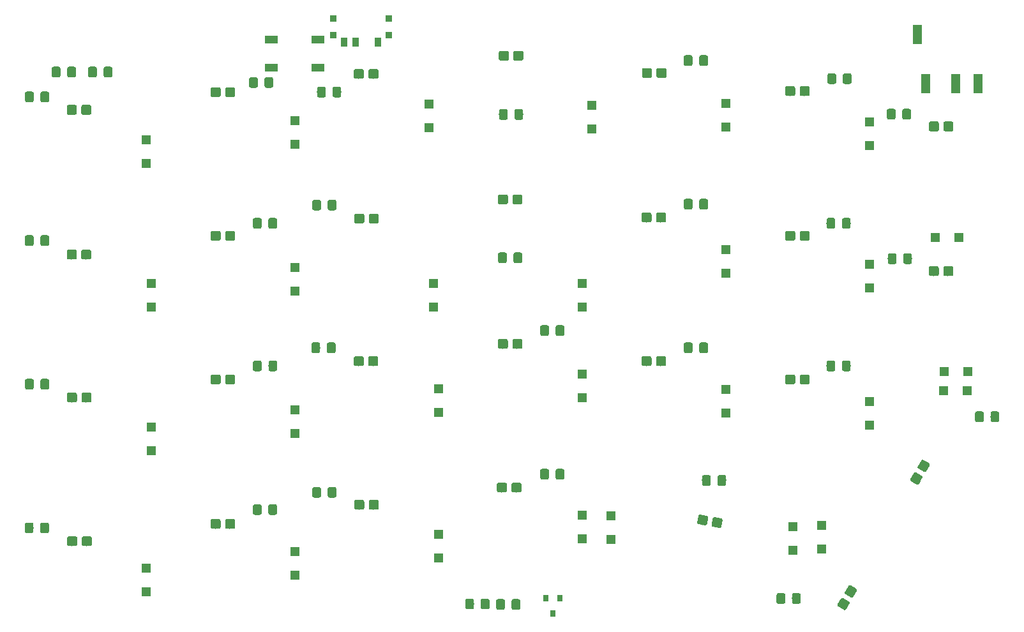
<source format=gbr>
G04 #@! TF.GenerationSoftware,KiCad,Pcbnew,(5.0.0)*
G04 #@! TF.CreationDate,2019-04-30T00:35:40-06:00*
G04 #@! TF.ProjectId,ErgoTravel,4572676F54726176656C2E6B69636164,rev?*
G04 #@! TF.SameCoordinates,Original*
G04 #@! TF.FileFunction,Paste,Top*
G04 #@! TF.FilePolarity,Positive*
%FSLAX46Y46*%
G04 Gerber Fmt 4.6, Leading zero omitted, Abs format (unit mm)*
G04 Created by KiCad (PCBNEW (5.0.0)) date 04/30/19 00:35:40*
%MOMM*%
%LPD*%
G01*
G04 APERTURE LIST*
%ADD10R,1.200000X1.200000*%
%ADD11R,1.200000X2.500000*%
%ADD12R,1.800000X1.100000*%
%ADD13C,0.100000*%
%ADD14C,1.300000*%
%ADD15R,0.800000X0.900000*%
%ADD16C,1.150000*%
%ADD17R,0.900000X0.900000*%
%ADD18R,0.900000X1.250000*%
G04 APERTURE END LIST*
D10*
G04 #@! TO.C,D1*
X93345000Y-63195000D03*
X93345000Y-66345000D03*
G04 #@! TD*
G04 #@! TO.C,D2*
X93980000Y-82245000D03*
X93980000Y-85395000D03*
G04 #@! TD*
G04 #@! TO.C,D3*
X93980000Y-101295000D03*
X93980000Y-104445000D03*
G04 #@! TD*
G04 #@! TO.C,D4*
X93345000Y-120040000D03*
X93345000Y-123190000D03*
G04 #@! TD*
G04 #@! TO.C,D5*
X113030000Y-60655000D03*
X113030000Y-63805000D03*
G04 #@! TD*
G04 #@! TO.C,D6*
X113030000Y-80180000D03*
X113030000Y-83330000D03*
G04 #@! TD*
G04 #@! TO.C,D7*
X113030000Y-99060000D03*
X113030000Y-102210000D03*
G04 #@! TD*
G04 #@! TO.C,D8*
X113030000Y-117805000D03*
X113030000Y-120955000D03*
G04 #@! TD*
G04 #@! TO.C,D9*
X130810000Y-58445000D03*
X130810000Y-61595000D03*
G04 #@! TD*
G04 #@! TO.C,D10*
X131445000Y-82245000D03*
X131445000Y-85395000D03*
G04 #@! TD*
G04 #@! TO.C,D11*
X132080000Y-96215000D03*
X132080000Y-99365000D03*
G04 #@! TD*
G04 #@! TO.C,D12*
X132080000Y-115570000D03*
X132080000Y-118720000D03*
G04 #@! TD*
G04 #@! TO.C,D13*
X152400000Y-58660000D03*
X152400000Y-61810000D03*
G04 #@! TD*
G04 #@! TO.C,D14*
X151130000Y-82245000D03*
X151130000Y-85395000D03*
G04 #@! TD*
G04 #@! TO.C,D15*
X151130000Y-94310000D03*
X151130000Y-97460000D03*
G04 #@! TD*
G04 #@! TO.C,D16*
X151130000Y-113030000D03*
X151130000Y-116180000D03*
G04 #@! TD*
G04 #@! TO.C,D17*
X170180000Y-58420000D03*
X170180000Y-61570000D03*
G04 #@! TD*
G04 #@! TO.C,D18*
X170180000Y-77800000D03*
X170180000Y-80950000D03*
G04 #@! TD*
G04 #@! TO.C,D19*
X170180000Y-96305000D03*
X170180000Y-99455000D03*
G04 #@! TD*
G04 #@! TO.C,D20*
X179070000Y-114540000D03*
X179070000Y-117690000D03*
G04 #@! TD*
G04 #@! TO.C,D21*
X189230000Y-60815000D03*
X189230000Y-63965000D03*
G04 #@! TD*
G04 #@! TO.C,D22*
X189230000Y-79705000D03*
X189230000Y-82855000D03*
G04 #@! TD*
G04 #@! TO.C,D23*
X189230000Y-97960000D03*
X189230000Y-101110000D03*
G04 #@! TD*
G04 #@! TO.C,D24*
X182880000Y-114325000D03*
X182880000Y-117475000D03*
G04 #@! TD*
G04 #@! TO.C,D25*
X201125000Y-76200000D03*
X197975000Y-76200000D03*
G04 #@! TD*
G04 #@! TO.C,D26*
X202325000Y-93980000D03*
X199175000Y-93980000D03*
G04 #@! TD*
G04 #@! TO.C,D27*
X202235000Y-96520000D03*
X199085000Y-96520000D03*
G04 #@! TD*
D11*
G04 #@! TO.C,J2*
X195575000Y-49250000D03*
X196675000Y-55750000D03*
X200675000Y-55750000D03*
X203675000Y-55750000D03*
G04 #@! TD*
D12*
G04 #@! TO.C,SW1*
X116130000Y-53666000D03*
X109930000Y-53666000D03*
X116130000Y-49966000D03*
X109930000Y-49966000D03*
G04 #@! TD*
D10*
G04 #@! TO.C,D28*
X154940000Y-113054999D03*
X154940000Y-116204999D03*
G04 #@! TD*
D13*
G04 #@! TO.C,D30*
G36*
X83908545Y-58598512D02*
X83932814Y-58602112D01*
X83956612Y-58608073D01*
X83979712Y-58616338D01*
X84001890Y-58626828D01*
X84022934Y-58639441D01*
X84042639Y-58654055D01*
X84060818Y-58670531D01*
X84077294Y-58688710D01*
X84091908Y-58708415D01*
X84104521Y-58729459D01*
X84115011Y-58751637D01*
X84123276Y-58774737D01*
X84129237Y-58798535D01*
X84132837Y-58822804D01*
X84134041Y-58847308D01*
X84134041Y-59647308D01*
X84132837Y-59671812D01*
X84129237Y-59696081D01*
X84123276Y-59719879D01*
X84115011Y-59742979D01*
X84104521Y-59765157D01*
X84091908Y-59786201D01*
X84077294Y-59805906D01*
X84060818Y-59824085D01*
X84042639Y-59840561D01*
X84022934Y-59855175D01*
X84001890Y-59867788D01*
X83979712Y-59878278D01*
X83956612Y-59886543D01*
X83932814Y-59892504D01*
X83908545Y-59896104D01*
X83884041Y-59897308D01*
X83059041Y-59897308D01*
X83034537Y-59896104D01*
X83010268Y-59892504D01*
X82986470Y-59886543D01*
X82963370Y-59878278D01*
X82941192Y-59867788D01*
X82920148Y-59855175D01*
X82900443Y-59840561D01*
X82882264Y-59824085D01*
X82865788Y-59805906D01*
X82851174Y-59786201D01*
X82838561Y-59765157D01*
X82828071Y-59742979D01*
X82819806Y-59719879D01*
X82813845Y-59696081D01*
X82810245Y-59671812D01*
X82809041Y-59647308D01*
X82809041Y-58847308D01*
X82810245Y-58822804D01*
X82813845Y-58798535D01*
X82819806Y-58774737D01*
X82828071Y-58751637D01*
X82838561Y-58729459D01*
X82851174Y-58708415D01*
X82865788Y-58688710D01*
X82882264Y-58670531D01*
X82900443Y-58654055D01*
X82920148Y-58639441D01*
X82941192Y-58626828D01*
X82963370Y-58616338D01*
X82986470Y-58608073D01*
X83010268Y-58602112D01*
X83034537Y-58598512D01*
X83059041Y-58597308D01*
X83884041Y-58597308D01*
X83908545Y-58598512D01*
X83908545Y-58598512D01*
G37*
D14*
X83471541Y-59247308D03*
D13*
G36*
X85833545Y-58598512D02*
X85857814Y-58602112D01*
X85881612Y-58608073D01*
X85904712Y-58616338D01*
X85926890Y-58626828D01*
X85947934Y-58639441D01*
X85967639Y-58654055D01*
X85985818Y-58670531D01*
X86002294Y-58688710D01*
X86016908Y-58708415D01*
X86029521Y-58729459D01*
X86040011Y-58751637D01*
X86048276Y-58774737D01*
X86054237Y-58798535D01*
X86057837Y-58822804D01*
X86059041Y-58847308D01*
X86059041Y-59647308D01*
X86057837Y-59671812D01*
X86054237Y-59696081D01*
X86048276Y-59719879D01*
X86040011Y-59742979D01*
X86029521Y-59765157D01*
X86016908Y-59786201D01*
X86002294Y-59805906D01*
X85985818Y-59824085D01*
X85967639Y-59840561D01*
X85947934Y-59855175D01*
X85926890Y-59867788D01*
X85904712Y-59878278D01*
X85881612Y-59886543D01*
X85857814Y-59892504D01*
X85833545Y-59896104D01*
X85809041Y-59897308D01*
X84984041Y-59897308D01*
X84959537Y-59896104D01*
X84935268Y-59892504D01*
X84911470Y-59886543D01*
X84888370Y-59878278D01*
X84866192Y-59867788D01*
X84845148Y-59855175D01*
X84825443Y-59840561D01*
X84807264Y-59824085D01*
X84790788Y-59805906D01*
X84776174Y-59786201D01*
X84763561Y-59765157D01*
X84753071Y-59742979D01*
X84744806Y-59719879D01*
X84738845Y-59696081D01*
X84735245Y-59671812D01*
X84734041Y-59647308D01*
X84734041Y-58847308D01*
X84735245Y-58822804D01*
X84738845Y-58798535D01*
X84744806Y-58774737D01*
X84753071Y-58751637D01*
X84763561Y-58729459D01*
X84776174Y-58708415D01*
X84790788Y-58688710D01*
X84807264Y-58670531D01*
X84825443Y-58654055D01*
X84845148Y-58639441D01*
X84866192Y-58626828D01*
X84888370Y-58616338D01*
X84911470Y-58608073D01*
X84935268Y-58602112D01*
X84959537Y-58598512D01*
X84984041Y-58597308D01*
X85809041Y-58597308D01*
X85833545Y-58598512D01*
X85833545Y-58598512D01*
G37*
D14*
X85396541Y-59247308D03*
G04 #@! TD*
D13*
G04 #@! TO.C,D31*
G36*
X85829349Y-77794730D02*
X85853618Y-77798330D01*
X85877416Y-77804291D01*
X85900516Y-77812556D01*
X85922694Y-77823046D01*
X85943738Y-77835659D01*
X85963443Y-77850273D01*
X85981622Y-77866749D01*
X85998098Y-77884928D01*
X86012712Y-77904633D01*
X86025325Y-77925677D01*
X86035815Y-77947855D01*
X86044080Y-77970955D01*
X86050041Y-77994753D01*
X86053641Y-78019022D01*
X86054845Y-78043526D01*
X86054845Y-78843526D01*
X86053641Y-78868030D01*
X86050041Y-78892299D01*
X86044080Y-78916097D01*
X86035815Y-78939197D01*
X86025325Y-78961375D01*
X86012712Y-78982419D01*
X85998098Y-79002124D01*
X85981622Y-79020303D01*
X85963443Y-79036779D01*
X85943738Y-79051393D01*
X85922694Y-79064006D01*
X85900516Y-79074496D01*
X85877416Y-79082761D01*
X85853618Y-79088722D01*
X85829349Y-79092322D01*
X85804845Y-79093526D01*
X84979845Y-79093526D01*
X84955341Y-79092322D01*
X84931072Y-79088722D01*
X84907274Y-79082761D01*
X84884174Y-79074496D01*
X84861996Y-79064006D01*
X84840952Y-79051393D01*
X84821247Y-79036779D01*
X84803068Y-79020303D01*
X84786592Y-79002124D01*
X84771978Y-78982419D01*
X84759365Y-78961375D01*
X84748875Y-78939197D01*
X84740610Y-78916097D01*
X84734649Y-78892299D01*
X84731049Y-78868030D01*
X84729845Y-78843526D01*
X84729845Y-78043526D01*
X84731049Y-78019022D01*
X84734649Y-77994753D01*
X84740610Y-77970955D01*
X84748875Y-77947855D01*
X84759365Y-77925677D01*
X84771978Y-77904633D01*
X84786592Y-77884928D01*
X84803068Y-77866749D01*
X84821247Y-77850273D01*
X84840952Y-77835659D01*
X84861996Y-77823046D01*
X84884174Y-77812556D01*
X84907274Y-77804291D01*
X84931072Y-77798330D01*
X84955341Y-77794730D01*
X84979845Y-77793526D01*
X85804845Y-77793526D01*
X85829349Y-77794730D01*
X85829349Y-77794730D01*
G37*
D14*
X85392345Y-78443526D03*
D13*
G36*
X83904349Y-77794730D02*
X83928618Y-77798330D01*
X83952416Y-77804291D01*
X83975516Y-77812556D01*
X83997694Y-77823046D01*
X84018738Y-77835659D01*
X84038443Y-77850273D01*
X84056622Y-77866749D01*
X84073098Y-77884928D01*
X84087712Y-77904633D01*
X84100325Y-77925677D01*
X84110815Y-77947855D01*
X84119080Y-77970955D01*
X84125041Y-77994753D01*
X84128641Y-78019022D01*
X84129845Y-78043526D01*
X84129845Y-78843526D01*
X84128641Y-78868030D01*
X84125041Y-78892299D01*
X84119080Y-78916097D01*
X84110815Y-78939197D01*
X84100325Y-78961375D01*
X84087712Y-78982419D01*
X84073098Y-79002124D01*
X84056622Y-79020303D01*
X84038443Y-79036779D01*
X84018738Y-79051393D01*
X83997694Y-79064006D01*
X83975516Y-79074496D01*
X83952416Y-79082761D01*
X83928618Y-79088722D01*
X83904349Y-79092322D01*
X83879845Y-79093526D01*
X83054845Y-79093526D01*
X83030341Y-79092322D01*
X83006072Y-79088722D01*
X82982274Y-79082761D01*
X82959174Y-79074496D01*
X82936996Y-79064006D01*
X82915952Y-79051393D01*
X82896247Y-79036779D01*
X82878068Y-79020303D01*
X82861592Y-79002124D01*
X82846978Y-78982419D01*
X82834365Y-78961375D01*
X82823875Y-78939197D01*
X82815610Y-78916097D01*
X82809649Y-78892299D01*
X82806049Y-78868030D01*
X82804845Y-78843526D01*
X82804845Y-78043526D01*
X82806049Y-78019022D01*
X82809649Y-77994753D01*
X82815610Y-77970955D01*
X82823875Y-77947855D01*
X82834365Y-77925677D01*
X82846978Y-77904633D01*
X82861592Y-77884928D01*
X82878068Y-77866749D01*
X82896247Y-77850273D01*
X82915952Y-77835659D01*
X82936996Y-77823046D01*
X82959174Y-77812556D01*
X82982274Y-77804291D01*
X83006072Y-77798330D01*
X83030341Y-77794730D01*
X83054845Y-77793526D01*
X83879845Y-77793526D01*
X83904349Y-77794730D01*
X83904349Y-77794730D01*
G37*
D14*
X83467345Y-78443526D03*
G04 #@! TD*
D13*
G04 #@! TO.C,D34*
G36*
X85854504Y-96760204D02*
X85878773Y-96763804D01*
X85902571Y-96769765D01*
X85925671Y-96778030D01*
X85947849Y-96788520D01*
X85968893Y-96801133D01*
X85988598Y-96815747D01*
X86006777Y-96832223D01*
X86023253Y-96850402D01*
X86037867Y-96870107D01*
X86050480Y-96891151D01*
X86060970Y-96913329D01*
X86069235Y-96936429D01*
X86075196Y-96960227D01*
X86078796Y-96984496D01*
X86080000Y-97009000D01*
X86080000Y-97809000D01*
X86078796Y-97833504D01*
X86075196Y-97857773D01*
X86069235Y-97881571D01*
X86060970Y-97904671D01*
X86050480Y-97926849D01*
X86037867Y-97947893D01*
X86023253Y-97967598D01*
X86006777Y-97985777D01*
X85988598Y-98002253D01*
X85968893Y-98016867D01*
X85947849Y-98029480D01*
X85925671Y-98039970D01*
X85902571Y-98048235D01*
X85878773Y-98054196D01*
X85854504Y-98057796D01*
X85830000Y-98059000D01*
X85005000Y-98059000D01*
X84980496Y-98057796D01*
X84956227Y-98054196D01*
X84932429Y-98048235D01*
X84909329Y-98039970D01*
X84887151Y-98029480D01*
X84866107Y-98016867D01*
X84846402Y-98002253D01*
X84828223Y-97985777D01*
X84811747Y-97967598D01*
X84797133Y-97947893D01*
X84784520Y-97926849D01*
X84774030Y-97904671D01*
X84765765Y-97881571D01*
X84759804Y-97857773D01*
X84756204Y-97833504D01*
X84755000Y-97809000D01*
X84755000Y-97009000D01*
X84756204Y-96984496D01*
X84759804Y-96960227D01*
X84765765Y-96936429D01*
X84774030Y-96913329D01*
X84784520Y-96891151D01*
X84797133Y-96870107D01*
X84811747Y-96850402D01*
X84828223Y-96832223D01*
X84846402Y-96815747D01*
X84866107Y-96801133D01*
X84887151Y-96788520D01*
X84909329Y-96778030D01*
X84932429Y-96769765D01*
X84956227Y-96763804D01*
X84980496Y-96760204D01*
X85005000Y-96759000D01*
X85830000Y-96759000D01*
X85854504Y-96760204D01*
X85854504Y-96760204D01*
G37*
D14*
X85417500Y-97409000D03*
D13*
G36*
X83929504Y-96760204D02*
X83953773Y-96763804D01*
X83977571Y-96769765D01*
X84000671Y-96778030D01*
X84022849Y-96788520D01*
X84043893Y-96801133D01*
X84063598Y-96815747D01*
X84081777Y-96832223D01*
X84098253Y-96850402D01*
X84112867Y-96870107D01*
X84125480Y-96891151D01*
X84135970Y-96913329D01*
X84144235Y-96936429D01*
X84150196Y-96960227D01*
X84153796Y-96984496D01*
X84155000Y-97009000D01*
X84155000Y-97809000D01*
X84153796Y-97833504D01*
X84150196Y-97857773D01*
X84144235Y-97881571D01*
X84135970Y-97904671D01*
X84125480Y-97926849D01*
X84112867Y-97947893D01*
X84098253Y-97967598D01*
X84081777Y-97985777D01*
X84063598Y-98002253D01*
X84043893Y-98016867D01*
X84022849Y-98029480D01*
X84000671Y-98039970D01*
X83977571Y-98048235D01*
X83953773Y-98054196D01*
X83929504Y-98057796D01*
X83905000Y-98059000D01*
X83080000Y-98059000D01*
X83055496Y-98057796D01*
X83031227Y-98054196D01*
X83007429Y-98048235D01*
X82984329Y-98039970D01*
X82962151Y-98029480D01*
X82941107Y-98016867D01*
X82921402Y-98002253D01*
X82903223Y-97985777D01*
X82886747Y-97967598D01*
X82872133Y-97947893D01*
X82859520Y-97926849D01*
X82849030Y-97904671D01*
X82840765Y-97881571D01*
X82834804Y-97857773D01*
X82831204Y-97833504D01*
X82830000Y-97809000D01*
X82830000Y-97009000D01*
X82831204Y-96984496D01*
X82834804Y-96960227D01*
X82840765Y-96936429D01*
X82849030Y-96913329D01*
X82859520Y-96891151D01*
X82872133Y-96870107D01*
X82886747Y-96850402D01*
X82903223Y-96832223D01*
X82921402Y-96815747D01*
X82941107Y-96801133D01*
X82962151Y-96788520D01*
X82984329Y-96778030D01*
X83007429Y-96769765D01*
X83031227Y-96763804D01*
X83055496Y-96760204D01*
X83080000Y-96759000D01*
X83905000Y-96759000D01*
X83929504Y-96760204D01*
X83929504Y-96760204D01*
G37*
D14*
X83492500Y-97409000D03*
G04 #@! TD*
D13*
G04 #@! TO.C,D35*
G36*
X85892808Y-115814308D02*
X85917077Y-115817908D01*
X85940875Y-115823869D01*
X85963975Y-115832134D01*
X85986153Y-115842624D01*
X86007197Y-115855237D01*
X86026902Y-115869851D01*
X86045081Y-115886327D01*
X86061557Y-115904506D01*
X86076171Y-115924211D01*
X86088784Y-115945255D01*
X86099274Y-115967433D01*
X86107539Y-115990533D01*
X86113500Y-116014331D01*
X86117100Y-116038600D01*
X86118304Y-116063104D01*
X86118304Y-116863104D01*
X86117100Y-116887608D01*
X86113500Y-116911877D01*
X86107539Y-116935675D01*
X86099274Y-116958775D01*
X86088784Y-116980953D01*
X86076171Y-117001997D01*
X86061557Y-117021702D01*
X86045081Y-117039881D01*
X86026902Y-117056357D01*
X86007197Y-117070971D01*
X85986153Y-117083584D01*
X85963975Y-117094074D01*
X85940875Y-117102339D01*
X85917077Y-117108300D01*
X85892808Y-117111900D01*
X85868304Y-117113104D01*
X85043304Y-117113104D01*
X85018800Y-117111900D01*
X84994531Y-117108300D01*
X84970733Y-117102339D01*
X84947633Y-117094074D01*
X84925455Y-117083584D01*
X84904411Y-117070971D01*
X84884706Y-117056357D01*
X84866527Y-117039881D01*
X84850051Y-117021702D01*
X84835437Y-117001997D01*
X84822824Y-116980953D01*
X84812334Y-116958775D01*
X84804069Y-116935675D01*
X84798108Y-116911877D01*
X84794508Y-116887608D01*
X84793304Y-116863104D01*
X84793304Y-116063104D01*
X84794508Y-116038600D01*
X84798108Y-116014331D01*
X84804069Y-115990533D01*
X84812334Y-115967433D01*
X84822824Y-115945255D01*
X84835437Y-115924211D01*
X84850051Y-115904506D01*
X84866527Y-115886327D01*
X84884706Y-115869851D01*
X84904411Y-115855237D01*
X84925455Y-115842624D01*
X84947633Y-115832134D01*
X84970733Y-115823869D01*
X84994531Y-115817908D01*
X85018800Y-115814308D01*
X85043304Y-115813104D01*
X85868304Y-115813104D01*
X85892808Y-115814308D01*
X85892808Y-115814308D01*
G37*
D14*
X85455804Y-116463104D03*
D13*
G36*
X83967808Y-115814308D02*
X83992077Y-115817908D01*
X84015875Y-115823869D01*
X84038975Y-115832134D01*
X84061153Y-115842624D01*
X84082197Y-115855237D01*
X84101902Y-115869851D01*
X84120081Y-115886327D01*
X84136557Y-115904506D01*
X84151171Y-115924211D01*
X84163784Y-115945255D01*
X84174274Y-115967433D01*
X84182539Y-115990533D01*
X84188500Y-116014331D01*
X84192100Y-116038600D01*
X84193304Y-116063104D01*
X84193304Y-116863104D01*
X84192100Y-116887608D01*
X84188500Y-116911877D01*
X84182539Y-116935675D01*
X84174274Y-116958775D01*
X84163784Y-116980953D01*
X84151171Y-117001997D01*
X84136557Y-117021702D01*
X84120081Y-117039881D01*
X84101902Y-117056357D01*
X84082197Y-117070971D01*
X84061153Y-117083584D01*
X84038975Y-117094074D01*
X84015875Y-117102339D01*
X83992077Y-117108300D01*
X83967808Y-117111900D01*
X83943304Y-117113104D01*
X83118304Y-117113104D01*
X83093800Y-117111900D01*
X83069531Y-117108300D01*
X83045733Y-117102339D01*
X83022633Y-117094074D01*
X83000455Y-117083584D01*
X82979411Y-117070971D01*
X82959706Y-117056357D01*
X82941527Y-117039881D01*
X82925051Y-117021702D01*
X82910437Y-117001997D01*
X82897824Y-116980953D01*
X82887334Y-116958775D01*
X82879069Y-116935675D01*
X82873108Y-116911877D01*
X82869508Y-116887608D01*
X82868304Y-116863104D01*
X82868304Y-116063104D01*
X82869508Y-116038600D01*
X82873108Y-116014331D01*
X82879069Y-115990533D01*
X82887334Y-115967433D01*
X82897824Y-115945255D01*
X82910437Y-115924211D01*
X82925051Y-115904506D01*
X82941527Y-115886327D01*
X82959706Y-115869851D01*
X82979411Y-115855237D01*
X83000455Y-115842624D01*
X83022633Y-115832134D01*
X83045733Y-115823869D01*
X83069531Y-115817908D01*
X83093800Y-115814308D01*
X83118304Y-115813104D01*
X83943304Y-115813104D01*
X83967808Y-115814308D01*
X83967808Y-115814308D01*
G37*
D14*
X83530804Y-116463104D03*
G04 #@! TD*
D13*
G04 #@! TO.C,D38*
G36*
X102979504Y-56247204D02*
X103003773Y-56250804D01*
X103027571Y-56256765D01*
X103050671Y-56265030D01*
X103072849Y-56275520D01*
X103093893Y-56288133D01*
X103113598Y-56302747D01*
X103131777Y-56319223D01*
X103148253Y-56337402D01*
X103162867Y-56357107D01*
X103175480Y-56378151D01*
X103185970Y-56400329D01*
X103194235Y-56423429D01*
X103200196Y-56447227D01*
X103203796Y-56471496D01*
X103205000Y-56496000D01*
X103205000Y-57296000D01*
X103203796Y-57320504D01*
X103200196Y-57344773D01*
X103194235Y-57368571D01*
X103185970Y-57391671D01*
X103175480Y-57413849D01*
X103162867Y-57434893D01*
X103148253Y-57454598D01*
X103131777Y-57472777D01*
X103113598Y-57489253D01*
X103093893Y-57503867D01*
X103072849Y-57516480D01*
X103050671Y-57526970D01*
X103027571Y-57535235D01*
X103003773Y-57541196D01*
X102979504Y-57544796D01*
X102955000Y-57546000D01*
X102130000Y-57546000D01*
X102105496Y-57544796D01*
X102081227Y-57541196D01*
X102057429Y-57535235D01*
X102034329Y-57526970D01*
X102012151Y-57516480D01*
X101991107Y-57503867D01*
X101971402Y-57489253D01*
X101953223Y-57472777D01*
X101936747Y-57454598D01*
X101922133Y-57434893D01*
X101909520Y-57413849D01*
X101899030Y-57391671D01*
X101890765Y-57368571D01*
X101884804Y-57344773D01*
X101881204Y-57320504D01*
X101880000Y-57296000D01*
X101880000Y-56496000D01*
X101881204Y-56471496D01*
X101884804Y-56447227D01*
X101890765Y-56423429D01*
X101899030Y-56400329D01*
X101909520Y-56378151D01*
X101922133Y-56357107D01*
X101936747Y-56337402D01*
X101953223Y-56319223D01*
X101971402Y-56302747D01*
X101991107Y-56288133D01*
X102012151Y-56275520D01*
X102034329Y-56265030D01*
X102057429Y-56256765D01*
X102081227Y-56250804D01*
X102105496Y-56247204D01*
X102130000Y-56246000D01*
X102955000Y-56246000D01*
X102979504Y-56247204D01*
X102979504Y-56247204D01*
G37*
D14*
X102542500Y-56896000D03*
D13*
G36*
X104904504Y-56247204D02*
X104928773Y-56250804D01*
X104952571Y-56256765D01*
X104975671Y-56265030D01*
X104997849Y-56275520D01*
X105018893Y-56288133D01*
X105038598Y-56302747D01*
X105056777Y-56319223D01*
X105073253Y-56337402D01*
X105087867Y-56357107D01*
X105100480Y-56378151D01*
X105110970Y-56400329D01*
X105119235Y-56423429D01*
X105125196Y-56447227D01*
X105128796Y-56471496D01*
X105130000Y-56496000D01*
X105130000Y-57296000D01*
X105128796Y-57320504D01*
X105125196Y-57344773D01*
X105119235Y-57368571D01*
X105110970Y-57391671D01*
X105100480Y-57413849D01*
X105087867Y-57434893D01*
X105073253Y-57454598D01*
X105056777Y-57472777D01*
X105038598Y-57489253D01*
X105018893Y-57503867D01*
X104997849Y-57516480D01*
X104975671Y-57526970D01*
X104952571Y-57535235D01*
X104928773Y-57541196D01*
X104904504Y-57544796D01*
X104880000Y-57546000D01*
X104055000Y-57546000D01*
X104030496Y-57544796D01*
X104006227Y-57541196D01*
X103982429Y-57535235D01*
X103959329Y-57526970D01*
X103937151Y-57516480D01*
X103916107Y-57503867D01*
X103896402Y-57489253D01*
X103878223Y-57472777D01*
X103861747Y-57454598D01*
X103847133Y-57434893D01*
X103834520Y-57413849D01*
X103824030Y-57391671D01*
X103815765Y-57368571D01*
X103809804Y-57344773D01*
X103806204Y-57320504D01*
X103805000Y-57296000D01*
X103805000Y-56496000D01*
X103806204Y-56471496D01*
X103809804Y-56447227D01*
X103815765Y-56423429D01*
X103824030Y-56400329D01*
X103834520Y-56378151D01*
X103847133Y-56357107D01*
X103861747Y-56337402D01*
X103878223Y-56319223D01*
X103896402Y-56302747D01*
X103916107Y-56288133D01*
X103937151Y-56275520D01*
X103959329Y-56265030D01*
X103982429Y-56256765D01*
X104006227Y-56250804D01*
X104030496Y-56247204D01*
X104055000Y-56246000D01*
X104880000Y-56246000D01*
X104904504Y-56247204D01*
X104904504Y-56247204D01*
G37*
D14*
X104467500Y-56896000D03*
G04 #@! TD*
D13*
G04 #@! TO.C,D39*
G36*
X104904504Y-75297204D02*
X104928773Y-75300804D01*
X104952571Y-75306765D01*
X104975671Y-75315030D01*
X104997849Y-75325520D01*
X105018893Y-75338133D01*
X105038598Y-75352747D01*
X105056777Y-75369223D01*
X105073253Y-75387402D01*
X105087867Y-75407107D01*
X105100480Y-75428151D01*
X105110970Y-75450329D01*
X105119235Y-75473429D01*
X105125196Y-75497227D01*
X105128796Y-75521496D01*
X105130000Y-75546000D01*
X105130000Y-76346000D01*
X105128796Y-76370504D01*
X105125196Y-76394773D01*
X105119235Y-76418571D01*
X105110970Y-76441671D01*
X105100480Y-76463849D01*
X105087867Y-76484893D01*
X105073253Y-76504598D01*
X105056777Y-76522777D01*
X105038598Y-76539253D01*
X105018893Y-76553867D01*
X104997849Y-76566480D01*
X104975671Y-76576970D01*
X104952571Y-76585235D01*
X104928773Y-76591196D01*
X104904504Y-76594796D01*
X104880000Y-76596000D01*
X104055000Y-76596000D01*
X104030496Y-76594796D01*
X104006227Y-76591196D01*
X103982429Y-76585235D01*
X103959329Y-76576970D01*
X103937151Y-76566480D01*
X103916107Y-76553867D01*
X103896402Y-76539253D01*
X103878223Y-76522777D01*
X103861747Y-76504598D01*
X103847133Y-76484893D01*
X103834520Y-76463849D01*
X103824030Y-76441671D01*
X103815765Y-76418571D01*
X103809804Y-76394773D01*
X103806204Y-76370504D01*
X103805000Y-76346000D01*
X103805000Y-75546000D01*
X103806204Y-75521496D01*
X103809804Y-75497227D01*
X103815765Y-75473429D01*
X103824030Y-75450329D01*
X103834520Y-75428151D01*
X103847133Y-75407107D01*
X103861747Y-75387402D01*
X103878223Y-75369223D01*
X103896402Y-75352747D01*
X103916107Y-75338133D01*
X103937151Y-75325520D01*
X103959329Y-75315030D01*
X103982429Y-75306765D01*
X104006227Y-75300804D01*
X104030496Y-75297204D01*
X104055000Y-75296000D01*
X104880000Y-75296000D01*
X104904504Y-75297204D01*
X104904504Y-75297204D01*
G37*
D14*
X104467500Y-75946000D03*
D13*
G36*
X102979504Y-75297204D02*
X103003773Y-75300804D01*
X103027571Y-75306765D01*
X103050671Y-75315030D01*
X103072849Y-75325520D01*
X103093893Y-75338133D01*
X103113598Y-75352747D01*
X103131777Y-75369223D01*
X103148253Y-75387402D01*
X103162867Y-75407107D01*
X103175480Y-75428151D01*
X103185970Y-75450329D01*
X103194235Y-75473429D01*
X103200196Y-75497227D01*
X103203796Y-75521496D01*
X103205000Y-75546000D01*
X103205000Y-76346000D01*
X103203796Y-76370504D01*
X103200196Y-76394773D01*
X103194235Y-76418571D01*
X103185970Y-76441671D01*
X103175480Y-76463849D01*
X103162867Y-76484893D01*
X103148253Y-76504598D01*
X103131777Y-76522777D01*
X103113598Y-76539253D01*
X103093893Y-76553867D01*
X103072849Y-76566480D01*
X103050671Y-76576970D01*
X103027571Y-76585235D01*
X103003773Y-76591196D01*
X102979504Y-76594796D01*
X102955000Y-76596000D01*
X102130000Y-76596000D01*
X102105496Y-76594796D01*
X102081227Y-76591196D01*
X102057429Y-76585235D01*
X102034329Y-76576970D01*
X102012151Y-76566480D01*
X101991107Y-76553867D01*
X101971402Y-76539253D01*
X101953223Y-76522777D01*
X101936747Y-76504598D01*
X101922133Y-76484893D01*
X101909520Y-76463849D01*
X101899030Y-76441671D01*
X101890765Y-76418571D01*
X101884804Y-76394773D01*
X101881204Y-76370504D01*
X101880000Y-76346000D01*
X101880000Y-75546000D01*
X101881204Y-75521496D01*
X101884804Y-75497227D01*
X101890765Y-75473429D01*
X101899030Y-75450329D01*
X101909520Y-75428151D01*
X101922133Y-75407107D01*
X101936747Y-75387402D01*
X101953223Y-75369223D01*
X101971402Y-75352747D01*
X101991107Y-75338133D01*
X102012151Y-75325520D01*
X102034329Y-75315030D01*
X102057429Y-75306765D01*
X102081227Y-75300804D01*
X102105496Y-75297204D01*
X102130000Y-75296000D01*
X102955000Y-75296000D01*
X102979504Y-75297204D01*
X102979504Y-75297204D01*
G37*
D14*
X102542500Y-75946000D03*
G04 #@! TD*
D13*
G04 #@! TO.C,D40*
G36*
X104904504Y-94347204D02*
X104928773Y-94350804D01*
X104952571Y-94356765D01*
X104975671Y-94365030D01*
X104997849Y-94375520D01*
X105018893Y-94388133D01*
X105038598Y-94402747D01*
X105056777Y-94419223D01*
X105073253Y-94437402D01*
X105087867Y-94457107D01*
X105100480Y-94478151D01*
X105110970Y-94500329D01*
X105119235Y-94523429D01*
X105125196Y-94547227D01*
X105128796Y-94571496D01*
X105130000Y-94596000D01*
X105130000Y-95396000D01*
X105128796Y-95420504D01*
X105125196Y-95444773D01*
X105119235Y-95468571D01*
X105110970Y-95491671D01*
X105100480Y-95513849D01*
X105087867Y-95534893D01*
X105073253Y-95554598D01*
X105056777Y-95572777D01*
X105038598Y-95589253D01*
X105018893Y-95603867D01*
X104997849Y-95616480D01*
X104975671Y-95626970D01*
X104952571Y-95635235D01*
X104928773Y-95641196D01*
X104904504Y-95644796D01*
X104880000Y-95646000D01*
X104055000Y-95646000D01*
X104030496Y-95644796D01*
X104006227Y-95641196D01*
X103982429Y-95635235D01*
X103959329Y-95626970D01*
X103937151Y-95616480D01*
X103916107Y-95603867D01*
X103896402Y-95589253D01*
X103878223Y-95572777D01*
X103861747Y-95554598D01*
X103847133Y-95534893D01*
X103834520Y-95513849D01*
X103824030Y-95491671D01*
X103815765Y-95468571D01*
X103809804Y-95444773D01*
X103806204Y-95420504D01*
X103805000Y-95396000D01*
X103805000Y-94596000D01*
X103806204Y-94571496D01*
X103809804Y-94547227D01*
X103815765Y-94523429D01*
X103824030Y-94500329D01*
X103834520Y-94478151D01*
X103847133Y-94457107D01*
X103861747Y-94437402D01*
X103878223Y-94419223D01*
X103896402Y-94402747D01*
X103916107Y-94388133D01*
X103937151Y-94375520D01*
X103959329Y-94365030D01*
X103982429Y-94356765D01*
X104006227Y-94350804D01*
X104030496Y-94347204D01*
X104055000Y-94346000D01*
X104880000Y-94346000D01*
X104904504Y-94347204D01*
X104904504Y-94347204D01*
G37*
D14*
X104467500Y-94996000D03*
D13*
G36*
X102979504Y-94347204D02*
X103003773Y-94350804D01*
X103027571Y-94356765D01*
X103050671Y-94365030D01*
X103072849Y-94375520D01*
X103093893Y-94388133D01*
X103113598Y-94402747D01*
X103131777Y-94419223D01*
X103148253Y-94437402D01*
X103162867Y-94457107D01*
X103175480Y-94478151D01*
X103185970Y-94500329D01*
X103194235Y-94523429D01*
X103200196Y-94547227D01*
X103203796Y-94571496D01*
X103205000Y-94596000D01*
X103205000Y-95396000D01*
X103203796Y-95420504D01*
X103200196Y-95444773D01*
X103194235Y-95468571D01*
X103185970Y-95491671D01*
X103175480Y-95513849D01*
X103162867Y-95534893D01*
X103148253Y-95554598D01*
X103131777Y-95572777D01*
X103113598Y-95589253D01*
X103093893Y-95603867D01*
X103072849Y-95616480D01*
X103050671Y-95626970D01*
X103027571Y-95635235D01*
X103003773Y-95641196D01*
X102979504Y-95644796D01*
X102955000Y-95646000D01*
X102130000Y-95646000D01*
X102105496Y-95644796D01*
X102081227Y-95641196D01*
X102057429Y-95635235D01*
X102034329Y-95626970D01*
X102012151Y-95616480D01*
X101991107Y-95603867D01*
X101971402Y-95589253D01*
X101953223Y-95572777D01*
X101936747Y-95554598D01*
X101922133Y-95534893D01*
X101909520Y-95513849D01*
X101899030Y-95491671D01*
X101890765Y-95468571D01*
X101884804Y-95444773D01*
X101881204Y-95420504D01*
X101880000Y-95396000D01*
X101880000Y-94596000D01*
X101881204Y-94571496D01*
X101884804Y-94547227D01*
X101890765Y-94523429D01*
X101899030Y-94500329D01*
X101909520Y-94478151D01*
X101922133Y-94457107D01*
X101936747Y-94437402D01*
X101953223Y-94419223D01*
X101971402Y-94402747D01*
X101991107Y-94388133D01*
X102012151Y-94375520D01*
X102034329Y-94365030D01*
X102057429Y-94356765D01*
X102081227Y-94350804D01*
X102105496Y-94347204D01*
X102130000Y-94346000D01*
X102955000Y-94346000D01*
X102979504Y-94347204D01*
X102979504Y-94347204D01*
G37*
D14*
X102542500Y-94996000D03*
G04 #@! TD*
D13*
G04 #@! TO.C,D42*
G36*
X104904504Y-113524204D02*
X104928773Y-113527804D01*
X104952571Y-113533765D01*
X104975671Y-113542030D01*
X104997849Y-113552520D01*
X105018893Y-113565133D01*
X105038598Y-113579747D01*
X105056777Y-113596223D01*
X105073253Y-113614402D01*
X105087867Y-113634107D01*
X105100480Y-113655151D01*
X105110970Y-113677329D01*
X105119235Y-113700429D01*
X105125196Y-113724227D01*
X105128796Y-113748496D01*
X105130000Y-113773000D01*
X105130000Y-114573000D01*
X105128796Y-114597504D01*
X105125196Y-114621773D01*
X105119235Y-114645571D01*
X105110970Y-114668671D01*
X105100480Y-114690849D01*
X105087867Y-114711893D01*
X105073253Y-114731598D01*
X105056777Y-114749777D01*
X105038598Y-114766253D01*
X105018893Y-114780867D01*
X104997849Y-114793480D01*
X104975671Y-114803970D01*
X104952571Y-114812235D01*
X104928773Y-114818196D01*
X104904504Y-114821796D01*
X104880000Y-114823000D01*
X104055000Y-114823000D01*
X104030496Y-114821796D01*
X104006227Y-114818196D01*
X103982429Y-114812235D01*
X103959329Y-114803970D01*
X103937151Y-114793480D01*
X103916107Y-114780867D01*
X103896402Y-114766253D01*
X103878223Y-114749777D01*
X103861747Y-114731598D01*
X103847133Y-114711893D01*
X103834520Y-114690849D01*
X103824030Y-114668671D01*
X103815765Y-114645571D01*
X103809804Y-114621773D01*
X103806204Y-114597504D01*
X103805000Y-114573000D01*
X103805000Y-113773000D01*
X103806204Y-113748496D01*
X103809804Y-113724227D01*
X103815765Y-113700429D01*
X103824030Y-113677329D01*
X103834520Y-113655151D01*
X103847133Y-113634107D01*
X103861747Y-113614402D01*
X103878223Y-113596223D01*
X103896402Y-113579747D01*
X103916107Y-113565133D01*
X103937151Y-113552520D01*
X103959329Y-113542030D01*
X103982429Y-113533765D01*
X104006227Y-113527804D01*
X104030496Y-113524204D01*
X104055000Y-113523000D01*
X104880000Y-113523000D01*
X104904504Y-113524204D01*
X104904504Y-113524204D01*
G37*
D14*
X104467500Y-114173000D03*
D13*
G36*
X102979504Y-113524204D02*
X103003773Y-113527804D01*
X103027571Y-113533765D01*
X103050671Y-113542030D01*
X103072849Y-113552520D01*
X103093893Y-113565133D01*
X103113598Y-113579747D01*
X103131777Y-113596223D01*
X103148253Y-113614402D01*
X103162867Y-113634107D01*
X103175480Y-113655151D01*
X103185970Y-113677329D01*
X103194235Y-113700429D01*
X103200196Y-113724227D01*
X103203796Y-113748496D01*
X103205000Y-113773000D01*
X103205000Y-114573000D01*
X103203796Y-114597504D01*
X103200196Y-114621773D01*
X103194235Y-114645571D01*
X103185970Y-114668671D01*
X103175480Y-114690849D01*
X103162867Y-114711893D01*
X103148253Y-114731598D01*
X103131777Y-114749777D01*
X103113598Y-114766253D01*
X103093893Y-114780867D01*
X103072849Y-114793480D01*
X103050671Y-114803970D01*
X103027571Y-114812235D01*
X103003773Y-114818196D01*
X102979504Y-114821796D01*
X102955000Y-114823000D01*
X102130000Y-114823000D01*
X102105496Y-114821796D01*
X102081227Y-114818196D01*
X102057429Y-114812235D01*
X102034329Y-114803970D01*
X102012151Y-114793480D01*
X101991107Y-114780867D01*
X101971402Y-114766253D01*
X101953223Y-114749777D01*
X101936747Y-114731598D01*
X101922133Y-114711893D01*
X101909520Y-114690849D01*
X101899030Y-114668671D01*
X101890765Y-114645571D01*
X101884804Y-114621773D01*
X101881204Y-114597504D01*
X101880000Y-114573000D01*
X101880000Y-113773000D01*
X101881204Y-113748496D01*
X101884804Y-113724227D01*
X101890765Y-113700429D01*
X101899030Y-113677329D01*
X101909520Y-113655151D01*
X101922133Y-113634107D01*
X101936747Y-113614402D01*
X101953223Y-113596223D01*
X101971402Y-113579747D01*
X101991107Y-113565133D01*
X102012151Y-113552520D01*
X102034329Y-113542030D01*
X102057429Y-113533765D01*
X102081227Y-113527804D01*
X102105496Y-113524204D01*
X102130000Y-113523000D01*
X102955000Y-113523000D01*
X102979504Y-113524204D01*
X102979504Y-113524204D01*
G37*
D14*
X102542500Y-114173000D03*
G04 #@! TD*
D13*
G04 #@! TO.C,D44*
G36*
X121976004Y-53834204D02*
X122000273Y-53837804D01*
X122024071Y-53843765D01*
X122047171Y-53852030D01*
X122069349Y-53862520D01*
X122090393Y-53875133D01*
X122110098Y-53889747D01*
X122128277Y-53906223D01*
X122144753Y-53924402D01*
X122159367Y-53944107D01*
X122171980Y-53965151D01*
X122182470Y-53987329D01*
X122190735Y-54010429D01*
X122196696Y-54034227D01*
X122200296Y-54058496D01*
X122201500Y-54083000D01*
X122201500Y-54883000D01*
X122200296Y-54907504D01*
X122196696Y-54931773D01*
X122190735Y-54955571D01*
X122182470Y-54978671D01*
X122171980Y-55000849D01*
X122159367Y-55021893D01*
X122144753Y-55041598D01*
X122128277Y-55059777D01*
X122110098Y-55076253D01*
X122090393Y-55090867D01*
X122069349Y-55103480D01*
X122047171Y-55113970D01*
X122024071Y-55122235D01*
X122000273Y-55128196D01*
X121976004Y-55131796D01*
X121951500Y-55133000D01*
X121126500Y-55133000D01*
X121101996Y-55131796D01*
X121077727Y-55128196D01*
X121053929Y-55122235D01*
X121030829Y-55113970D01*
X121008651Y-55103480D01*
X120987607Y-55090867D01*
X120967902Y-55076253D01*
X120949723Y-55059777D01*
X120933247Y-55041598D01*
X120918633Y-55021893D01*
X120906020Y-55000849D01*
X120895530Y-54978671D01*
X120887265Y-54955571D01*
X120881304Y-54931773D01*
X120877704Y-54907504D01*
X120876500Y-54883000D01*
X120876500Y-54083000D01*
X120877704Y-54058496D01*
X120881304Y-54034227D01*
X120887265Y-54010429D01*
X120895530Y-53987329D01*
X120906020Y-53965151D01*
X120918633Y-53944107D01*
X120933247Y-53924402D01*
X120949723Y-53906223D01*
X120967902Y-53889747D01*
X120987607Y-53875133D01*
X121008651Y-53862520D01*
X121030829Y-53852030D01*
X121053929Y-53843765D01*
X121077727Y-53837804D01*
X121101996Y-53834204D01*
X121126500Y-53833000D01*
X121951500Y-53833000D01*
X121976004Y-53834204D01*
X121976004Y-53834204D01*
G37*
D14*
X121539000Y-54483000D03*
D13*
G36*
X123901004Y-53834204D02*
X123925273Y-53837804D01*
X123949071Y-53843765D01*
X123972171Y-53852030D01*
X123994349Y-53862520D01*
X124015393Y-53875133D01*
X124035098Y-53889747D01*
X124053277Y-53906223D01*
X124069753Y-53924402D01*
X124084367Y-53944107D01*
X124096980Y-53965151D01*
X124107470Y-53987329D01*
X124115735Y-54010429D01*
X124121696Y-54034227D01*
X124125296Y-54058496D01*
X124126500Y-54083000D01*
X124126500Y-54883000D01*
X124125296Y-54907504D01*
X124121696Y-54931773D01*
X124115735Y-54955571D01*
X124107470Y-54978671D01*
X124096980Y-55000849D01*
X124084367Y-55021893D01*
X124069753Y-55041598D01*
X124053277Y-55059777D01*
X124035098Y-55076253D01*
X124015393Y-55090867D01*
X123994349Y-55103480D01*
X123972171Y-55113970D01*
X123949071Y-55122235D01*
X123925273Y-55128196D01*
X123901004Y-55131796D01*
X123876500Y-55133000D01*
X123051500Y-55133000D01*
X123026996Y-55131796D01*
X123002727Y-55128196D01*
X122978929Y-55122235D01*
X122955829Y-55113970D01*
X122933651Y-55103480D01*
X122912607Y-55090867D01*
X122892902Y-55076253D01*
X122874723Y-55059777D01*
X122858247Y-55041598D01*
X122843633Y-55021893D01*
X122831020Y-55000849D01*
X122820530Y-54978671D01*
X122812265Y-54955571D01*
X122806304Y-54931773D01*
X122802704Y-54907504D01*
X122801500Y-54883000D01*
X122801500Y-54083000D01*
X122802704Y-54058496D01*
X122806304Y-54034227D01*
X122812265Y-54010429D01*
X122820530Y-53987329D01*
X122831020Y-53965151D01*
X122843633Y-53944107D01*
X122858247Y-53924402D01*
X122874723Y-53906223D01*
X122892902Y-53889747D01*
X122912607Y-53875133D01*
X122933651Y-53862520D01*
X122955829Y-53852030D01*
X122978929Y-53843765D01*
X123002727Y-53837804D01*
X123026996Y-53834204D01*
X123051500Y-53833000D01*
X123876500Y-53833000D01*
X123901004Y-53834204D01*
X123901004Y-53834204D01*
G37*
D14*
X123464000Y-54483000D03*
G04 #@! TD*
D13*
G04 #@! TO.C,D47*
G36*
X122029504Y-73011204D02*
X122053773Y-73014804D01*
X122077571Y-73020765D01*
X122100671Y-73029030D01*
X122122849Y-73039520D01*
X122143893Y-73052133D01*
X122163598Y-73066747D01*
X122181777Y-73083223D01*
X122198253Y-73101402D01*
X122212867Y-73121107D01*
X122225480Y-73142151D01*
X122235970Y-73164329D01*
X122244235Y-73187429D01*
X122250196Y-73211227D01*
X122253796Y-73235496D01*
X122255000Y-73260000D01*
X122255000Y-74060000D01*
X122253796Y-74084504D01*
X122250196Y-74108773D01*
X122244235Y-74132571D01*
X122235970Y-74155671D01*
X122225480Y-74177849D01*
X122212867Y-74198893D01*
X122198253Y-74218598D01*
X122181777Y-74236777D01*
X122163598Y-74253253D01*
X122143893Y-74267867D01*
X122122849Y-74280480D01*
X122100671Y-74290970D01*
X122077571Y-74299235D01*
X122053773Y-74305196D01*
X122029504Y-74308796D01*
X122005000Y-74310000D01*
X121180000Y-74310000D01*
X121155496Y-74308796D01*
X121131227Y-74305196D01*
X121107429Y-74299235D01*
X121084329Y-74290970D01*
X121062151Y-74280480D01*
X121041107Y-74267867D01*
X121021402Y-74253253D01*
X121003223Y-74236777D01*
X120986747Y-74218598D01*
X120972133Y-74198893D01*
X120959520Y-74177849D01*
X120949030Y-74155671D01*
X120940765Y-74132571D01*
X120934804Y-74108773D01*
X120931204Y-74084504D01*
X120930000Y-74060000D01*
X120930000Y-73260000D01*
X120931204Y-73235496D01*
X120934804Y-73211227D01*
X120940765Y-73187429D01*
X120949030Y-73164329D01*
X120959520Y-73142151D01*
X120972133Y-73121107D01*
X120986747Y-73101402D01*
X121003223Y-73083223D01*
X121021402Y-73066747D01*
X121041107Y-73052133D01*
X121062151Y-73039520D01*
X121084329Y-73029030D01*
X121107429Y-73020765D01*
X121131227Y-73014804D01*
X121155496Y-73011204D01*
X121180000Y-73010000D01*
X122005000Y-73010000D01*
X122029504Y-73011204D01*
X122029504Y-73011204D01*
G37*
D14*
X121592500Y-73660000D03*
D13*
G36*
X123954504Y-73011204D02*
X123978773Y-73014804D01*
X124002571Y-73020765D01*
X124025671Y-73029030D01*
X124047849Y-73039520D01*
X124068893Y-73052133D01*
X124088598Y-73066747D01*
X124106777Y-73083223D01*
X124123253Y-73101402D01*
X124137867Y-73121107D01*
X124150480Y-73142151D01*
X124160970Y-73164329D01*
X124169235Y-73187429D01*
X124175196Y-73211227D01*
X124178796Y-73235496D01*
X124180000Y-73260000D01*
X124180000Y-74060000D01*
X124178796Y-74084504D01*
X124175196Y-74108773D01*
X124169235Y-74132571D01*
X124160970Y-74155671D01*
X124150480Y-74177849D01*
X124137867Y-74198893D01*
X124123253Y-74218598D01*
X124106777Y-74236777D01*
X124088598Y-74253253D01*
X124068893Y-74267867D01*
X124047849Y-74280480D01*
X124025671Y-74290970D01*
X124002571Y-74299235D01*
X123978773Y-74305196D01*
X123954504Y-74308796D01*
X123930000Y-74310000D01*
X123105000Y-74310000D01*
X123080496Y-74308796D01*
X123056227Y-74305196D01*
X123032429Y-74299235D01*
X123009329Y-74290970D01*
X122987151Y-74280480D01*
X122966107Y-74267867D01*
X122946402Y-74253253D01*
X122928223Y-74236777D01*
X122911747Y-74218598D01*
X122897133Y-74198893D01*
X122884520Y-74177849D01*
X122874030Y-74155671D01*
X122865765Y-74132571D01*
X122859804Y-74108773D01*
X122856204Y-74084504D01*
X122855000Y-74060000D01*
X122855000Y-73260000D01*
X122856204Y-73235496D01*
X122859804Y-73211227D01*
X122865765Y-73187429D01*
X122874030Y-73164329D01*
X122884520Y-73142151D01*
X122897133Y-73121107D01*
X122911747Y-73101402D01*
X122928223Y-73083223D01*
X122946402Y-73066747D01*
X122966107Y-73052133D01*
X122987151Y-73039520D01*
X123009329Y-73029030D01*
X123032429Y-73020765D01*
X123056227Y-73014804D01*
X123080496Y-73011204D01*
X123105000Y-73010000D01*
X123930000Y-73010000D01*
X123954504Y-73011204D01*
X123954504Y-73011204D01*
G37*
D14*
X123517500Y-73660000D03*
G04 #@! TD*
D13*
G04 #@! TO.C,D49*
G36*
X123881004Y-91934204D02*
X123905273Y-91937804D01*
X123929071Y-91943765D01*
X123952171Y-91952030D01*
X123974349Y-91962520D01*
X123995393Y-91975133D01*
X124015098Y-91989747D01*
X124033277Y-92006223D01*
X124049753Y-92024402D01*
X124064367Y-92044107D01*
X124076980Y-92065151D01*
X124087470Y-92087329D01*
X124095735Y-92110429D01*
X124101696Y-92134227D01*
X124105296Y-92158496D01*
X124106500Y-92183000D01*
X124106500Y-92983000D01*
X124105296Y-93007504D01*
X124101696Y-93031773D01*
X124095735Y-93055571D01*
X124087470Y-93078671D01*
X124076980Y-93100849D01*
X124064367Y-93121893D01*
X124049753Y-93141598D01*
X124033277Y-93159777D01*
X124015098Y-93176253D01*
X123995393Y-93190867D01*
X123974349Y-93203480D01*
X123952171Y-93213970D01*
X123929071Y-93222235D01*
X123905273Y-93228196D01*
X123881004Y-93231796D01*
X123856500Y-93233000D01*
X123031500Y-93233000D01*
X123006996Y-93231796D01*
X122982727Y-93228196D01*
X122958929Y-93222235D01*
X122935829Y-93213970D01*
X122913651Y-93203480D01*
X122892607Y-93190867D01*
X122872902Y-93176253D01*
X122854723Y-93159777D01*
X122838247Y-93141598D01*
X122823633Y-93121893D01*
X122811020Y-93100849D01*
X122800530Y-93078671D01*
X122792265Y-93055571D01*
X122786304Y-93031773D01*
X122782704Y-93007504D01*
X122781500Y-92983000D01*
X122781500Y-92183000D01*
X122782704Y-92158496D01*
X122786304Y-92134227D01*
X122792265Y-92110429D01*
X122800530Y-92087329D01*
X122811020Y-92065151D01*
X122823633Y-92044107D01*
X122838247Y-92024402D01*
X122854723Y-92006223D01*
X122872902Y-91989747D01*
X122892607Y-91975133D01*
X122913651Y-91962520D01*
X122935829Y-91952030D01*
X122958929Y-91943765D01*
X122982727Y-91937804D01*
X123006996Y-91934204D01*
X123031500Y-91933000D01*
X123856500Y-91933000D01*
X123881004Y-91934204D01*
X123881004Y-91934204D01*
G37*
D14*
X123444000Y-92583000D03*
D13*
G36*
X121956004Y-91934204D02*
X121980273Y-91937804D01*
X122004071Y-91943765D01*
X122027171Y-91952030D01*
X122049349Y-91962520D01*
X122070393Y-91975133D01*
X122090098Y-91989747D01*
X122108277Y-92006223D01*
X122124753Y-92024402D01*
X122139367Y-92044107D01*
X122151980Y-92065151D01*
X122162470Y-92087329D01*
X122170735Y-92110429D01*
X122176696Y-92134227D01*
X122180296Y-92158496D01*
X122181500Y-92183000D01*
X122181500Y-92983000D01*
X122180296Y-93007504D01*
X122176696Y-93031773D01*
X122170735Y-93055571D01*
X122162470Y-93078671D01*
X122151980Y-93100849D01*
X122139367Y-93121893D01*
X122124753Y-93141598D01*
X122108277Y-93159777D01*
X122090098Y-93176253D01*
X122070393Y-93190867D01*
X122049349Y-93203480D01*
X122027171Y-93213970D01*
X122004071Y-93222235D01*
X121980273Y-93228196D01*
X121956004Y-93231796D01*
X121931500Y-93233000D01*
X121106500Y-93233000D01*
X121081996Y-93231796D01*
X121057727Y-93228196D01*
X121033929Y-93222235D01*
X121010829Y-93213970D01*
X120988651Y-93203480D01*
X120967607Y-93190867D01*
X120947902Y-93176253D01*
X120929723Y-93159777D01*
X120913247Y-93141598D01*
X120898633Y-93121893D01*
X120886020Y-93100849D01*
X120875530Y-93078671D01*
X120867265Y-93055571D01*
X120861304Y-93031773D01*
X120857704Y-93007504D01*
X120856500Y-92983000D01*
X120856500Y-92183000D01*
X120857704Y-92158496D01*
X120861304Y-92134227D01*
X120867265Y-92110429D01*
X120875530Y-92087329D01*
X120886020Y-92065151D01*
X120898633Y-92044107D01*
X120913247Y-92024402D01*
X120929723Y-92006223D01*
X120947902Y-91989747D01*
X120967607Y-91975133D01*
X120988651Y-91962520D01*
X121010829Y-91952030D01*
X121033929Y-91943765D01*
X121057727Y-91937804D01*
X121081996Y-91934204D01*
X121106500Y-91933000D01*
X121931500Y-91933000D01*
X121956004Y-91934204D01*
X121956004Y-91934204D01*
G37*
D14*
X121519000Y-92583000D03*
G04 #@! TD*
D13*
G04 #@! TO.C,D51*
G36*
X123954504Y-110984204D02*
X123978773Y-110987804D01*
X124002571Y-110993765D01*
X124025671Y-111002030D01*
X124047849Y-111012520D01*
X124068893Y-111025133D01*
X124088598Y-111039747D01*
X124106777Y-111056223D01*
X124123253Y-111074402D01*
X124137867Y-111094107D01*
X124150480Y-111115151D01*
X124160970Y-111137329D01*
X124169235Y-111160429D01*
X124175196Y-111184227D01*
X124178796Y-111208496D01*
X124180000Y-111233000D01*
X124180000Y-112033000D01*
X124178796Y-112057504D01*
X124175196Y-112081773D01*
X124169235Y-112105571D01*
X124160970Y-112128671D01*
X124150480Y-112150849D01*
X124137867Y-112171893D01*
X124123253Y-112191598D01*
X124106777Y-112209777D01*
X124088598Y-112226253D01*
X124068893Y-112240867D01*
X124047849Y-112253480D01*
X124025671Y-112263970D01*
X124002571Y-112272235D01*
X123978773Y-112278196D01*
X123954504Y-112281796D01*
X123930000Y-112283000D01*
X123105000Y-112283000D01*
X123080496Y-112281796D01*
X123056227Y-112278196D01*
X123032429Y-112272235D01*
X123009329Y-112263970D01*
X122987151Y-112253480D01*
X122966107Y-112240867D01*
X122946402Y-112226253D01*
X122928223Y-112209777D01*
X122911747Y-112191598D01*
X122897133Y-112171893D01*
X122884520Y-112150849D01*
X122874030Y-112128671D01*
X122865765Y-112105571D01*
X122859804Y-112081773D01*
X122856204Y-112057504D01*
X122855000Y-112033000D01*
X122855000Y-111233000D01*
X122856204Y-111208496D01*
X122859804Y-111184227D01*
X122865765Y-111160429D01*
X122874030Y-111137329D01*
X122884520Y-111115151D01*
X122897133Y-111094107D01*
X122911747Y-111074402D01*
X122928223Y-111056223D01*
X122946402Y-111039747D01*
X122966107Y-111025133D01*
X122987151Y-111012520D01*
X123009329Y-111002030D01*
X123032429Y-110993765D01*
X123056227Y-110987804D01*
X123080496Y-110984204D01*
X123105000Y-110983000D01*
X123930000Y-110983000D01*
X123954504Y-110984204D01*
X123954504Y-110984204D01*
G37*
D14*
X123517500Y-111633000D03*
D13*
G36*
X122029504Y-110984204D02*
X122053773Y-110987804D01*
X122077571Y-110993765D01*
X122100671Y-111002030D01*
X122122849Y-111012520D01*
X122143893Y-111025133D01*
X122163598Y-111039747D01*
X122181777Y-111056223D01*
X122198253Y-111074402D01*
X122212867Y-111094107D01*
X122225480Y-111115151D01*
X122235970Y-111137329D01*
X122244235Y-111160429D01*
X122250196Y-111184227D01*
X122253796Y-111208496D01*
X122255000Y-111233000D01*
X122255000Y-112033000D01*
X122253796Y-112057504D01*
X122250196Y-112081773D01*
X122244235Y-112105571D01*
X122235970Y-112128671D01*
X122225480Y-112150849D01*
X122212867Y-112171893D01*
X122198253Y-112191598D01*
X122181777Y-112209777D01*
X122163598Y-112226253D01*
X122143893Y-112240867D01*
X122122849Y-112253480D01*
X122100671Y-112263970D01*
X122077571Y-112272235D01*
X122053773Y-112278196D01*
X122029504Y-112281796D01*
X122005000Y-112283000D01*
X121180000Y-112283000D01*
X121155496Y-112281796D01*
X121131227Y-112278196D01*
X121107429Y-112272235D01*
X121084329Y-112263970D01*
X121062151Y-112253480D01*
X121041107Y-112240867D01*
X121021402Y-112226253D01*
X121003223Y-112209777D01*
X120986747Y-112191598D01*
X120972133Y-112171893D01*
X120959520Y-112150849D01*
X120949030Y-112128671D01*
X120940765Y-112105571D01*
X120934804Y-112081773D01*
X120931204Y-112057504D01*
X120930000Y-112033000D01*
X120930000Y-111233000D01*
X120931204Y-111208496D01*
X120934804Y-111184227D01*
X120940765Y-111160429D01*
X120949030Y-111137329D01*
X120959520Y-111115151D01*
X120972133Y-111094107D01*
X120986747Y-111074402D01*
X121003223Y-111056223D01*
X121021402Y-111039747D01*
X121041107Y-111025133D01*
X121062151Y-111012520D01*
X121084329Y-111002030D01*
X121107429Y-110993765D01*
X121131227Y-110987804D01*
X121155496Y-110984204D01*
X121180000Y-110983000D01*
X122005000Y-110983000D01*
X122029504Y-110984204D01*
X122029504Y-110984204D01*
G37*
D14*
X121592500Y-111633000D03*
G04 #@! TD*
D13*
G04 #@! TO.C,D52*
G36*
X141206504Y-51421204D02*
X141230773Y-51424804D01*
X141254571Y-51430765D01*
X141277671Y-51439030D01*
X141299849Y-51449520D01*
X141320893Y-51462133D01*
X141340598Y-51476747D01*
X141358777Y-51493223D01*
X141375253Y-51511402D01*
X141389867Y-51531107D01*
X141402480Y-51552151D01*
X141412970Y-51574329D01*
X141421235Y-51597429D01*
X141427196Y-51621227D01*
X141430796Y-51645496D01*
X141432000Y-51670000D01*
X141432000Y-52470000D01*
X141430796Y-52494504D01*
X141427196Y-52518773D01*
X141421235Y-52542571D01*
X141412970Y-52565671D01*
X141402480Y-52587849D01*
X141389867Y-52608893D01*
X141375253Y-52628598D01*
X141358777Y-52646777D01*
X141340598Y-52663253D01*
X141320893Y-52677867D01*
X141299849Y-52690480D01*
X141277671Y-52700970D01*
X141254571Y-52709235D01*
X141230773Y-52715196D01*
X141206504Y-52718796D01*
X141182000Y-52720000D01*
X140357000Y-52720000D01*
X140332496Y-52718796D01*
X140308227Y-52715196D01*
X140284429Y-52709235D01*
X140261329Y-52700970D01*
X140239151Y-52690480D01*
X140218107Y-52677867D01*
X140198402Y-52663253D01*
X140180223Y-52646777D01*
X140163747Y-52628598D01*
X140149133Y-52608893D01*
X140136520Y-52587849D01*
X140126030Y-52565671D01*
X140117765Y-52542571D01*
X140111804Y-52518773D01*
X140108204Y-52494504D01*
X140107000Y-52470000D01*
X140107000Y-51670000D01*
X140108204Y-51645496D01*
X140111804Y-51621227D01*
X140117765Y-51597429D01*
X140126030Y-51574329D01*
X140136520Y-51552151D01*
X140149133Y-51531107D01*
X140163747Y-51511402D01*
X140180223Y-51493223D01*
X140198402Y-51476747D01*
X140218107Y-51462133D01*
X140239151Y-51449520D01*
X140261329Y-51439030D01*
X140284429Y-51430765D01*
X140308227Y-51424804D01*
X140332496Y-51421204D01*
X140357000Y-51420000D01*
X141182000Y-51420000D01*
X141206504Y-51421204D01*
X141206504Y-51421204D01*
G37*
D14*
X140769500Y-52070000D03*
D13*
G36*
X143131504Y-51421204D02*
X143155773Y-51424804D01*
X143179571Y-51430765D01*
X143202671Y-51439030D01*
X143224849Y-51449520D01*
X143245893Y-51462133D01*
X143265598Y-51476747D01*
X143283777Y-51493223D01*
X143300253Y-51511402D01*
X143314867Y-51531107D01*
X143327480Y-51552151D01*
X143337970Y-51574329D01*
X143346235Y-51597429D01*
X143352196Y-51621227D01*
X143355796Y-51645496D01*
X143357000Y-51670000D01*
X143357000Y-52470000D01*
X143355796Y-52494504D01*
X143352196Y-52518773D01*
X143346235Y-52542571D01*
X143337970Y-52565671D01*
X143327480Y-52587849D01*
X143314867Y-52608893D01*
X143300253Y-52628598D01*
X143283777Y-52646777D01*
X143265598Y-52663253D01*
X143245893Y-52677867D01*
X143224849Y-52690480D01*
X143202671Y-52700970D01*
X143179571Y-52709235D01*
X143155773Y-52715196D01*
X143131504Y-52718796D01*
X143107000Y-52720000D01*
X142282000Y-52720000D01*
X142257496Y-52718796D01*
X142233227Y-52715196D01*
X142209429Y-52709235D01*
X142186329Y-52700970D01*
X142164151Y-52690480D01*
X142143107Y-52677867D01*
X142123402Y-52663253D01*
X142105223Y-52646777D01*
X142088747Y-52628598D01*
X142074133Y-52608893D01*
X142061520Y-52587849D01*
X142051030Y-52565671D01*
X142042765Y-52542571D01*
X142036804Y-52518773D01*
X142033204Y-52494504D01*
X142032000Y-52470000D01*
X142032000Y-51670000D01*
X142033204Y-51645496D01*
X142036804Y-51621227D01*
X142042765Y-51597429D01*
X142051030Y-51574329D01*
X142061520Y-51552151D01*
X142074133Y-51531107D01*
X142088747Y-51511402D01*
X142105223Y-51493223D01*
X142123402Y-51476747D01*
X142143107Y-51462133D01*
X142164151Y-51449520D01*
X142186329Y-51439030D01*
X142209429Y-51430765D01*
X142233227Y-51424804D01*
X142257496Y-51421204D01*
X142282000Y-51420000D01*
X143107000Y-51420000D01*
X143131504Y-51421204D01*
X143131504Y-51421204D01*
G37*
D14*
X142694500Y-52070000D03*
G04 #@! TD*
D13*
G04 #@! TO.C,D54*
G36*
X143004504Y-70471204D02*
X143028773Y-70474804D01*
X143052571Y-70480765D01*
X143075671Y-70489030D01*
X143097849Y-70499520D01*
X143118893Y-70512133D01*
X143138598Y-70526747D01*
X143156777Y-70543223D01*
X143173253Y-70561402D01*
X143187867Y-70581107D01*
X143200480Y-70602151D01*
X143210970Y-70624329D01*
X143219235Y-70647429D01*
X143225196Y-70671227D01*
X143228796Y-70695496D01*
X143230000Y-70720000D01*
X143230000Y-71520000D01*
X143228796Y-71544504D01*
X143225196Y-71568773D01*
X143219235Y-71592571D01*
X143210970Y-71615671D01*
X143200480Y-71637849D01*
X143187867Y-71658893D01*
X143173253Y-71678598D01*
X143156777Y-71696777D01*
X143138598Y-71713253D01*
X143118893Y-71727867D01*
X143097849Y-71740480D01*
X143075671Y-71750970D01*
X143052571Y-71759235D01*
X143028773Y-71765196D01*
X143004504Y-71768796D01*
X142980000Y-71770000D01*
X142155000Y-71770000D01*
X142130496Y-71768796D01*
X142106227Y-71765196D01*
X142082429Y-71759235D01*
X142059329Y-71750970D01*
X142037151Y-71740480D01*
X142016107Y-71727867D01*
X141996402Y-71713253D01*
X141978223Y-71696777D01*
X141961747Y-71678598D01*
X141947133Y-71658893D01*
X141934520Y-71637849D01*
X141924030Y-71615671D01*
X141915765Y-71592571D01*
X141909804Y-71568773D01*
X141906204Y-71544504D01*
X141905000Y-71520000D01*
X141905000Y-70720000D01*
X141906204Y-70695496D01*
X141909804Y-70671227D01*
X141915765Y-70647429D01*
X141924030Y-70624329D01*
X141934520Y-70602151D01*
X141947133Y-70581107D01*
X141961747Y-70561402D01*
X141978223Y-70543223D01*
X141996402Y-70526747D01*
X142016107Y-70512133D01*
X142037151Y-70499520D01*
X142059329Y-70489030D01*
X142082429Y-70480765D01*
X142106227Y-70474804D01*
X142130496Y-70471204D01*
X142155000Y-70470000D01*
X142980000Y-70470000D01*
X143004504Y-70471204D01*
X143004504Y-70471204D01*
G37*
D14*
X142567500Y-71120000D03*
D13*
G36*
X141079504Y-70471204D02*
X141103773Y-70474804D01*
X141127571Y-70480765D01*
X141150671Y-70489030D01*
X141172849Y-70499520D01*
X141193893Y-70512133D01*
X141213598Y-70526747D01*
X141231777Y-70543223D01*
X141248253Y-70561402D01*
X141262867Y-70581107D01*
X141275480Y-70602151D01*
X141285970Y-70624329D01*
X141294235Y-70647429D01*
X141300196Y-70671227D01*
X141303796Y-70695496D01*
X141305000Y-70720000D01*
X141305000Y-71520000D01*
X141303796Y-71544504D01*
X141300196Y-71568773D01*
X141294235Y-71592571D01*
X141285970Y-71615671D01*
X141275480Y-71637849D01*
X141262867Y-71658893D01*
X141248253Y-71678598D01*
X141231777Y-71696777D01*
X141213598Y-71713253D01*
X141193893Y-71727867D01*
X141172849Y-71740480D01*
X141150671Y-71750970D01*
X141127571Y-71759235D01*
X141103773Y-71765196D01*
X141079504Y-71768796D01*
X141055000Y-71770000D01*
X140230000Y-71770000D01*
X140205496Y-71768796D01*
X140181227Y-71765196D01*
X140157429Y-71759235D01*
X140134329Y-71750970D01*
X140112151Y-71740480D01*
X140091107Y-71727867D01*
X140071402Y-71713253D01*
X140053223Y-71696777D01*
X140036747Y-71678598D01*
X140022133Y-71658893D01*
X140009520Y-71637849D01*
X139999030Y-71615671D01*
X139990765Y-71592571D01*
X139984804Y-71568773D01*
X139981204Y-71544504D01*
X139980000Y-71520000D01*
X139980000Y-70720000D01*
X139981204Y-70695496D01*
X139984804Y-70671227D01*
X139990765Y-70647429D01*
X139999030Y-70624329D01*
X140009520Y-70602151D01*
X140022133Y-70581107D01*
X140036747Y-70561402D01*
X140053223Y-70543223D01*
X140071402Y-70526747D01*
X140091107Y-70512133D01*
X140112151Y-70499520D01*
X140134329Y-70489030D01*
X140157429Y-70480765D01*
X140181227Y-70474804D01*
X140205496Y-70471204D01*
X140230000Y-70470000D01*
X141055000Y-70470000D01*
X141079504Y-70471204D01*
X141079504Y-70471204D01*
G37*
D14*
X140642500Y-71120000D03*
G04 #@! TD*
D13*
G04 #@! TO.C,D56*
G36*
X143004504Y-89648204D02*
X143028773Y-89651804D01*
X143052571Y-89657765D01*
X143075671Y-89666030D01*
X143097849Y-89676520D01*
X143118893Y-89689133D01*
X143138598Y-89703747D01*
X143156777Y-89720223D01*
X143173253Y-89738402D01*
X143187867Y-89758107D01*
X143200480Y-89779151D01*
X143210970Y-89801329D01*
X143219235Y-89824429D01*
X143225196Y-89848227D01*
X143228796Y-89872496D01*
X143230000Y-89897000D01*
X143230000Y-90697000D01*
X143228796Y-90721504D01*
X143225196Y-90745773D01*
X143219235Y-90769571D01*
X143210970Y-90792671D01*
X143200480Y-90814849D01*
X143187867Y-90835893D01*
X143173253Y-90855598D01*
X143156777Y-90873777D01*
X143138598Y-90890253D01*
X143118893Y-90904867D01*
X143097849Y-90917480D01*
X143075671Y-90927970D01*
X143052571Y-90936235D01*
X143028773Y-90942196D01*
X143004504Y-90945796D01*
X142980000Y-90947000D01*
X142155000Y-90947000D01*
X142130496Y-90945796D01*
X142106227Y-90942196D01*
X142082429Y-90936235D01*
X142059329Y-90927970D01*
X142037151Y-90917480D01*
X142016107Y-90904867D01*
X141996402Y-90890253D01*
X141978223Y-90873777D01*
X141961747Y-90855598D01*
X141947133Y-90835893D01*
X141934520Y-90814849D01*
X141924030Y-90792671D01*
X141915765Y-90769571D01*
X141909804Y-90745773D01*
X141906204Y-90721504D01*
X141905000Y-90697000D01*
X141905000Y-89897000D01*
X141906204Y-89872496D01*
X141909804Y-89848227D01*
X141915765Y-89824429D01*
X141924030Y-89801329D01*
X141934520Y-89779151D01*
X141947133Y-89758107D01*
X141961747Y-89738402D01*
X141978223Y-89720223D01*
X141996402Y-89703747D01*
X142016107Y-89689133D01*
X142037151Y-89676520D01*
X142059329Y-89666030D01*
X142082429Y-89657765D01*
X142106227Y-89651804D01*
X142130496Y-89648204D01*
X142155000Y-89647000D01*
X142980000Y-89647000D01*
X143004504Y-89648204D01*
X143004504Y-89648204D01*
G37*
D14*
X142567500Y-90297000D03*
D13*
G36*
X141079504Y-89648204D02*
X141103773Y-89651804D01*
X141127571Y-89657765D01*
X141150671Y-89666030D01*
X141172849Y-89676520D01*
X141193893Y-89689133D01*
X141213598Y-89703747D01*
X141231777Y-89720223D01*
X141248253Y-89738402D01*
X141262867Y-89758107D01*
X141275480Y-89779151D01*
X141285970Y-89801329D01*
X141294235Y-89824429D01*
X141300196Y-89848227D01*
X141303796Y-89872496D01*
X141305000Y-89897000D01*
X141305000Y-90697000D01*
X141303796Y-90721504D01*
X141300196Y-90745773D01*
X141294235Y-90769571D01*
X141285970Y-90792671D01*
X141275480Y-90814849D01*
X141262867Y-90835893D01*
X141248253Y-90855598D01*
X141231777Y-90873777D01*
X141213598Y-90890253D01*
X141193893Y-90904867D01*
X141172849Y-90917480D01*
X141150671Y-90927970D01*
X141127571Y-90936235D01*
X141103773Y-90942196D01*
X141079504Y-90945796D01*
X141055000Y-90947000D01*
X140230000Y-90947000D01*
X140205496Y-90945796D01*
X140181227Y-90942196D01*
X140157429Y-90936235D01*
X140134329Y-90927970D01*
X140112151Y-90917480D01*
X140091107Y-90904867D01*
X140071402Y-90890253D01*
X140053223Y-90873777D01*
X140036747Y-90855598D01*
X140022133Y-90835893D01*
X140009520Y-90814849D01*
X139999030Y-90792671D01*
X139990765Y-90769571D01*
X139984804Y-90745773D01*
X139981204Y-90721504D01*
X139980000Y-90697000D01*
X139980000Y-89897000D01*
X139981204Y-89872496D01*
X139984804Y-89848227D01*
X139990765Y-89824429D01*
X139999030Y-89801329D01*
X140009520Y-89779151D01*
X140022133Y-89758107D01*
X140036747Y-89738402D01*
X140053223Y-89720223D01*
X140071402Y-89703747D01*
X140091107Y-89689133D01*
X140112151Y-89676520D01*
X140134329Y-89666030D01*
X140157429Y-89657765D01*
X140181227Y-89651804D01*
X140205496Y-89648204D01*
X140230000Y-89647000D01*
X141055000Y-89647000D01*
X141079504Y-89648204D01*
X141079504Y-89648204D01*
G37*
D14*
X140642500Y-90297000D03*
G04 #@! TD*
D13*
G04 #@! TO.C,D59*
G36*
X140952504Y-108698204D02*
X140976773Y-108701804D01*
X141000571Y-108707765D01*
X141023671Y-108716030D01*
X141045849Y-108726520D01*
X141066893Y-108739133D01*
X141086598Y-108753747D01*
X141104777Y-108770223D01*
X141121253Y-108788402D01*
X141135867Y-108808107D01*
X141148480Y-108829151D01*
X141158970Y-108851329D01*
X141167235Y-108874429D01*
X141173196Y-108898227D01*
X141176796Y-108922496D01*
X141178000Y-108947000D01*
X141178000Y-109747000D01*
X141176796Y-109771504D01*
X141173196Y-109795773D01*
X141167235Y-109819571D01*
X141158970Y-109842671D01*
X141148480Y-109864849D01*
X141135867Y-109885893D01*
X141121253Y-109905598D01*
X141104777Y-109923777D01*
X141086598Y-109940253D01*
X141066893Y-109954867D01*
X141045849Y-109967480D01*
X141023671Y-109977970D01*
X141000571Y-109986235D01*
X140976773Y-109992196D01*
X140952504Y-109995796D01*
X140928000Y-109997000D01*
X140103000Y-109997000D01*
X140078496Y-109995796D01*
X140054227Y-109992196D01*
X140030429Y-109986235D01*
X140007329Y-109977970D01*
X139985151Y-109967480D01*
X139964107Y-109954867D01*
X139944402Y-109940253D01*
X139926223Y-109923777D01*
X139909747Y-109905598D01*
X139895133Y-109885893D01*
X139882520Y-109864849D01*
X139872030Y-109842671D01*
X139863765Y-109819571D01*
X139857804Y-109795773D01*
X139854204Y-109771504D01*
X139853000Y-109747000D01*
X139853000Y-108947000D01*
X139854204Y-108922496D01*
X139857804Y-108898227D01*
X139863765Y-108874429D01*
X139872030Y-108851329D01*
X139882520Y-108829151D01*
X139895133Y-108808107D01*
X139909747Y-108788402D01*
X139926223Y-108770223D01*
X139944402Y-108753747D01*
X139964107Y-108739133D01*
X139985151Y-108726520D01*
X140007329Y-108716030D01*
X140030429Y-108707765D01*
X140054227Y-108701804D01*
X140078496Y-108698204D01*
X140103000Y-108697000D01*
X140928000Y-108697000D01*
X140952504Y-108698204D01*
X140952504Y-108698204D01*
G37*
D14*
X140515500Y-109347000D03*
D13*
G36*
X142877504Y-108698204D02*
X142901773Y-108701804D01*
X142925571Y-108707765D01*
X142948671Y-108716030D01*
X142970849Y-108726520D01*
X142991893Y-108739133D01*
X143011598Y-108753747D01*
X143029777Y-108770223D01*
X143046253Y-108788402D01*
X143060867Y-108808107D01*
X143073480Y-108829151D01*
X143083970Y-108851329D01*
X143092235Y-108874429D01*
X143098196Y-108898227D01*
X143101796Y-108922496D01*
X143103000Y-108947000D01*
X143103000Y-109747000D01*
X143101796Y-109771504D01*
X143098196Y-109795773D01*
X143092235Y-109819571D01*
X143083970Y-109842671D01*
X143073480Y-109864849D01*
X143060867Y-109885893D01*
X143046253Y-109905598D01*
X143029777Y-109923777D01*
X143011598Y-109940253D01*
X142991893Y-109954867D01*
X142970849Y-109967480D01*
X142948671Y-109977970D01*
X142925571Y-109986235D01*
X142901773Y-109992196D01*
X142877504Y-109995796D01*
X142853000Y-109997000D01*
X142028000Y-109997000D01*
X142003496Y-109995796D01*
X141979227Y-109992196D01*
X141955429Y-109986235D01*
X141932329Y-109977970D01*
X141910151Y-109967480D01*
X141889107Y-109954867D01*
X141869402Y-109940253D01*
X141851223Y-109923777D01*
X141834747Y-109905598D01*
X141820133Y-109885893D01*
X141807520Y-109864849D01*
X141797030Y-109842671D01*
X141788765Y-109819571D01*
X141782804Y-109795773D01*
X141779204Y-109771504D01*
X141778000Y-109747000D01*
X141778000Y-108947000D01*
X141779204Y-108922496D01*
X141782804Y-108898227D01*
X141788765Y-108874429D01*
X141797030Y-108851329D01*
X141807520Y-108829151D01*
X141820133Y-108808107D01*
X141834747Y-108788402D01*
X141851223Y-108770223D01*
X141869402Y-108753747D01*
X141889107Y-108739133D01*
X141910151Y-108726520D01*
X141932329Y-108716030D01*
X141955429Y-108707765D01*
X141979227Y-108701804D01*
X142003496Y-108698204D01*
X142028000Y-108697000D01*
X142853000Y-108697000D01*
X142877504Y-108698204D01*
X142877504Y-108698204D01*
G37*
D14*
X142440500Y-109347000D03*
G04 #@! TD*
D13*
G04 #@! TO.C,D60*
G36*
X162108004Y-53707204D02*
X162132273Y-53710804D01*
X162156071Y-53716765D01*
X162179171Y-53725030D01*
X162201349Y-53735520D01*
X162222393Y-53748133D01*
X162242098Y-53762747D01*
X162260277Y-53779223D01*
X162276753Y-53797402D01*
X162291367Y-53817107D01*
X162303980Y-53838151D01*
X162314470Y-53860329D01*
X162322735Y-53883429D01*
X162328696Y-53907227D01*
X162332296Y-53931496D01*
X162333500Y-53956000D01*
X162333500Y-54756000D01*
X162332296Y-54780504D01*
X162328696Y-54804773D01*
X162322735Y-54828571D01*
X162314470Y-54851671D01*
X162303980Y-54873849D01*
X162291367Y-54894893D01*
X162276753Y-54914598D01*
X162260277Y-54932777D01*
X162242098Y-54949253D01*
X162222393Y-54963867D01*
X162201349Y-54976480D01*
X162179171Y-54986970D01*
X162156071Y-54995235D01*
X162132273Y-55001196D01*
X162108004Y-55004796D01*
X162083500Y-55006000D01*
X161258500Y-55006000D01*
X161233996Y-55004796D01*
X161209727Y-55001196D01*
X161185929Y-54995235D01*
X161162829Y-54986970D01*
X161140651Y-54976480D01*
X161119607Y-54963867D01*
X161099902Y-54949253D01*
X161081723Y-54932777D01*
X161065247Y-54914598D01*
X161050633Y-54894893D01*
X161038020Y-54873849D01*
X161027530Y-54851671D01*
X161019265Y-54828571D01*
X161013304Y-54804773D01*
X161009704Y-54780504D01*
X161008500Y-54756000D01*
X161008500Y-53956000D01*
X161009704Y-53931496D01*
X161013304Y-53907227D01*
X161019265Y-53883429D01*
X161027530Y-53860329D01*
X161038020Y-53838151D01*
X161050633Y-53817107D01*
X161065247Y-53797402D01*
X161081723Y-53779223D01*
X161099902Y-53762747D01*
X161119607Y-53748133D01*
X161140651Y-53735520D01*
X161162829Y-53725030D01*
X161185929Y-53716765D01*
X161209727Y-53710804D01*
X161233996Y-53707204D01*
X161258500Y-53706000D01*
X162083500Y-53706000D01*
X162108004Y-53707204D01*
X162108004Y-53707204D01*
G37*
D14*
X161671000Y-54356000D03*
D13*
G36*
X160183004Y-53707204D02*
X160207273Y-53710804D01*
X160231071Y-53716765D01*
X160254171Y-53725030D01*
X160276349Y-53735520D01*
X160297393Y-53748133D01*
X160317098Y-53762747D01*
X160335277Y-53779223D01*
X160351753Y-53797402D01*
X160366367Y-53817107D01*
X160378980Y-53838151D01*
X160389470Y-53860329D01*
X160397735Y-53883429D01*
X160403696Y-53907227D01*
X160407296Y-53931496D01*
X160408500Y-53956000D01*
X160408500Y-54756000D01*
X160407296Y-54780504D01*
X160403696Y-54804773D01*
X160397735Y-54828571D01*
X160389470Y-54851671D01*
X160378980Y-54873849D01*
X160366367Y-54894893D01*
X160351753Y-54914598D01*
X160335277Y-54932777D01*
X160317098Y-54949253D01*
X160297393Y-54963867D01*
X160276349Y-54976480D01*
X160254171Y-54986970D01*
X160231071Y-54995235D01*
X160207273Y-55001196D01*
X160183004Y-55004796D01*
X160158500Y-55006000D01*
X159333500Y-55006000D01*
X159308996Y-55004796D01*
X159284727Y-55001196D01*
X159260929Y-54995235D01*
X159237829Y-54986970D01*
X159215651Y-54976480D01*
X159194607Y-54963867D01*
X159174902Y-54949253D01*
X159156723Y-54932777D01*
X159140247Y-54914598D01*
X159125633Y-54894893D01*
X159113020Y-54873849D01*
X159102530Y-54851671D01*
X159094265Y-54828571D01*
X159088304Y-54804773D01*
X159084704Y-54780504D01*
X159083500Y-54756000D01*
X159083500Y-53956000D01*
X159084704Y-53931496D01*
X159088304Y-53907227D01*
X159094265Y-53883429D01*
X159102530Y-53860329D01*
X159113020Y-53838151D01*
X159125633Y-53817107D01*
X159140247Y-53797402D01*
X159156723Y-53779223D01*
X159174902Y-53762747D01*
X159194607Y-53748133D01*
X159215651Y-53735520D01*
X159237829Y-53725030D01*
X159260929Y-53716765D01*
X159284727Y-53710804D01*
X159308996Y-53707204D01*
X159333500Y-53706000D01*
X160158500Y-53706000D01*
X160183004Y-53707204D01*
X160183004Y-53707204D01*
G37*
D14*
X159746000Y-54356000D03*
G04 #@! TD*
D13*
G04 #@! TO.C,D63*
G36*
X162054504Y-72884204D02*
X162078773Y-72887804D01*
X162102571Y-72893765D01*
X162125671Y-72902030D01*
X162147849Y-72912520D01*
X162168893Y-72925133D01*
X162188598Y-72939747D01*
X162206777Y-72956223D01*
X162223253Y-72974402D01*
X162237867Y-72994107D01*
X162250480Y-73015151D01*
X162260970Y-73037329D01*
X162269235Y-73060429D01*
X162275196Y-73084227D01*
X162278796Y-73108496D01*
X162280000Y-73133000D01*
X162280000Y-73933000D01*
X162278796Y-73957504D01*
X162275196Y-73981773D01*
X162269235Y-74005571D01*
X162260970Y-74028671D01*
X162250480Y-74050849D01*
X162237867Y-74071893D01*
X162223253Y-74091598D01*
X162206777Y-74109777D01*
X162188598Y-74126253D01*
X162168893Y-74140867D01*
X162147849Y-74153480D01*
X162125671Y-74163970D01*
X162102571Y-74172235D01*
X162078773Y-74178196D01*
X162054504Y-74181796D01*
X162030000Y-74183000D01*
X161205000Y-74183000D01*
X161180496Y-74181796D01*
X161156227Y-74178196D01*
X161132429Y-74172235D01*
X161109329Y-74163970D01*
X161087151Y-74153480D01*
X161066107Y-74140867D01*
X161046402Y-74126253D01*
X161028223Y-74109777D01*
X161011747Y-74091598D01*
X160997133Y-74071893D01*
X160984520Y-74050849D01*
X160974030Y-74028671D01*
X160965765Y-74005571D01*
X160959804Y-73981773D01*
X160956204Y-73957504D01*
X160955000Y-73933000D01*
X160955000Y-73133000D01*
X160956204Y-73108496D01*
X160959804Y-73084227D01*
X160965765Y-73060429D01*
X160974030Y-73037329D01*
X160984520Y-73015151D01*
X160997133Y-72994107D01*
X161011747Y-72974402D01*
X161028223Y-72956223D01*
X161046402Y-72939747D01*
X161066107Y-72925133D01*
X161087151Y-72912520D01*
X161109329Y-72902030D01*
X161132429Y-72893765D01*
X161156227Y-72887804D01*
X161180496Y-72884204D01*
X161205000Y-72883000D01*
X162030000Y-72883000D01*
X162054504Y-72884204D01*
X162054504Y-72884204D01*
G37*
D14*
X161617500Y-73533000D03*
D13*
G36*
X160129504Y-72884204D02*
X160153773Y-72887804D01*
X160177571Y-72893765D01*
X160200671Y-72902030D01*
X160222849Y-72912520D01*
X160243893Y-72925133D01*
X160263598Y-72939747D01*
X160281777Y-72956223D01*
X160298253Y-72974402D01*
X160312867Y-72994107D01*
X160325480Y-73015151D01*
X160335970Y-73037329D01*
X160344235Y-73060429D01*
X160350196Y-73084227D01*
X160353796Y-73108496D01*
X160355000Y-73133000D01*
X160355000Y-73933000D01*
X160353796Y-73957504D01*
X160350196Y-73981773D01*
X160344235Y-74005571D01*
X160335970Y-74028671D01*
X160325480Y-74050849D01*
X160312867Y-74071893D01*
X160298253Y-74091598D01*
X160281777Y-74109777D01*
X160263598Y-74126253D01*
X160243893Y-74140867D01*
X160222849Y-74153480D01*
X160200671Y-74163970D01*
X160177571Y-74172235D01*
X160153773Y-74178196D01*
X160129504Y-74181796D01*
X160105000Y-74183000D01*
X159280000Y-74183000D01*
X159255496Y-74181796D01*
X159231227Y-74178196D01*
X159207429Y-74172235D01*
X159184329Y-74163970D01*
X159162151Y-74153480D01*
X159141107Y-74140867D01*
X159121402Y-74126253D01*
X159103223Y-74109777D01*
X159086747Y-74091598D01*
X159072133Y-74071893D01*
X159059520Y-74050849D01*
X159049030Y-74028671D01*
X159040765Y-74005571D01*
X159034804Y-73981773D01*
X159031204Y-73957504D01*
X159030000Y-73933000D01*
X159030000Y-73133000D01*
X159031204Y-73108496D01*
X159034804Y-73084227D01*
X159040765Y-73060429D01*
X159049030Y-73037329D01*
X159059520Y-73015151D01*
X159072133Y-72994107D01*
X159086747Y-72974402D01*
X159103223Y-72956223D01*
X159121402Y-72939747D01*
X159141107Y-72925133D01*
X159162151Y-72912520D01*
X159184329Y-72902030D01*
X159207429Y-72893765D01*
X159231227Y-72887804D01*
X159255496Y-72884204D01*
X159280000Y-72883000D01*
X160105000Y-72883000D01*
X160129504Y-72884204D01*
X160129504Y-72884204D01*
G37*
D14*
X159692500Y-73533000D03*
G04 #@! TD*
D13*
G04 #@! TO.C,D64*
G36*
X160129504Y-91934204D02*
X160153773Y-91937804D01*
X160177571Y-91943765D01*
X160200671Y-91952030D01*
X160222849Y-91962520D01*
X160243893Y-91975133D01*
X160263598Y-91989747D01*
X160281777Y-92006223D01*
X160298253Y-92024402D01*
X160312867Y-92044107D01*
X160325480Y-92065151D01*
X160335970Y-92087329D01*
X160344235Y-92110429D01*
X160350196Y-92134227D01*
X160353796Y-92158496D01*
X160355000Y-92183000D01*
X160355000Y-92983000D01*
X160353796Y-93007504D01*
X160350196Y-93031773D01*
X160344235Y-93055571D01*
X160335970Y-93078671D01*
X160325480Y-93100849D01*
X160312867Y-93121893D01*
X160298253Y-93141598D01*
X160281777Y-93159777D01*
X160263598Y-93176253D01*
X160243893Y-93190867D01*
X160222849Y-93203480D01*
X160200671Y-93213970D01*
X160177571Y-93222235D01*
X160153773Y-93228196D01*
X160129504Y-93231796D01*
X160105000Y-93233000D01*
X159280000Y-93233000D01*
X159255496Y-93231796D01*
X159231227Y-93228196D01*
X159207429Y-93222235D01*
X159184329Y-93213970D01*
X159162151Y-93203480D01*
X159141107Y-93190867D01*
X159121402Y-93176253D01*
X159103223Y-93159777D01*
X159086747Y-93141598D01*
X159072133Y-93121893D01*
X159059520Y-93100849D01*
X159049030Y-93078671D01*
X159040765Y-93055571D01*
X159034804Y-93031773D01*
X159031204Y-93007504D01*
X159030000Y-92983000D01*
X159030000Y-92183000D01*
X159031204Y-92158496D01*
X159034804Y-92134227D01*
X159040765Y-92110429D01*
X159049030Y-92087329D01*
X159059520Y-92065151D01*
X159072133Y-92044107D01*
X159086747Y-92024402D01*
X159103223Y-92006223D01*
X159121402Y-91989747D01*
X159141107Y-91975133D01*
X159162151Y-91962520D01*
X159184329Y-91952030D01*
X159207429Y-91943765D01*
X159231227Y-91937804D01*
X159255496Y-91934204D01*
X159280000Y-91933000D01*
X160105000Y-91933000D01*
X160129504Y-91934204D01*
X160129504Y-91934204D01*
G37*
D14*
X159692500Y-92583000D03*
D13*
G36*
X162054504Y-91934204D02*
X162078773Y-91937804D01*
X162102571Y-91943765D01*
X162125671Y-91952030D01*
X162147849Y-91962520D01*
X162168893Y-91975133D01*
X162188598Y-91989747D01*
X162206777Y-92006223D01*
X162223253Y-92024402D01*
X162237867Y-92044107D01*
X162250480Y-92065151D01*
X162260970Y-92087329D01*
X162269235Y-92110429D01*
X162275196Y-92134227D01*
X162278796Y-92158496D01*
X162280000Y-92183000D01*
X162280000Y-92983000D01*
X162278796Y-93007504D01*
X162275196Y-93031773D01*
X162269235Y-93055571D01*
X162260970Y-93078671D01*
X162250480Y-93100849D01*
X162237867Y-93121893D01*
X162223253Y-93141598D01*
X162206777Y-93159777D01*
X162188598Y-93176253D01*
X162168893Y-93190867D01*
X162147849Y-93203480D01*
X162125671Y-93213970D01*
X162102571Y-93222235D01*
X162078773Y-93228196D01*
X162054504Y-93231796D01*
X162030000Y-93233000D01*
X161205000Y-93233000D01*
X161180496Y-93231796D01*
X161156227Y-93228196D01*
X161132429Y-93222235D01*
X161109329Y-93213970D01*
X161087151Y-93203480D01*
X161066107Y-93190867D01*
X161046402Y-93176253D01*
X161028223Y-93159777D01*
X161011747Y-93141598D01*
X160997133Y-93121893D01*
X160984520Y-93100849D01*
X160974030Y-93078671D01*
X160965765Y-93055571D01*
X160959804Y-93031773D01*
X160956204Y-93007504D01*
X160955000Y-92983000D01*
X160955000Y-92183000D01*
X160956204Y-92158496D01*
X160959804Y-92134227D01*
X160965765Y-92110429D01*
X160974030Y-92087329D01*
X160984520Y-92065151D01*
X160997133Y-92044107D01*
X161011747Y-92024402D01*
X161028223Y-92006223D01*
X161046402Y-91989747D01*
X161066107Y-91975133D01*
X161087151Y-91962520D01*
X161109329Y-91952030D01*
X161132429Y-91943765D01*
X161156227Y-91937804D01*
X161180496Y-91934204D01*
X161205000Y-91933000D01*
X162030000Y-91933000D01*
X162054504Y-91934204D01*
X162054504Y-91934204D01*
G37*
D14*
X161617500Y-92583000D03*
G04 #@! TD*
D13*
G04 #@! TO.C,D68*
G36*
X166823543Y-112933403D02*
X166847884Y-112936473D01*
X167660350Y-113079733D01*
X167684273Y-113085174D01*
X167707548Y-113092933D01*
X167729949Y-113102936D01*
X167751263Y-113115087D01*
X167771283Y-113129269D01*
X167789816Y-113145344D01*
X167806685Y-113163159D01*
X167821726Y-113182541D01*
X167834795Y-113203304D01*
X167845766Y-113225248D01*
X167854533Y-113248162D01*
X167861012Y-113271825D01*
X167865140Y-113296009D01*
X167866879Y-113320481D01*
X167866210Y-113345006D01*
X167863140Y-113369347D01*
X167724222Y-114157193D01*
X167718781Y-114181116D01*
X167711022Y-114204390D01*
X167701019Y-114226792D01*
X167688868Y-114248106D01*
X167674687Y-114268126D01*
X167658611Y-114286659D01*
X167640796Y-114303528D01*
X167621414Y-114318569D01*
X167600651Y-114331638D01*
X167578707Y-114342609D01*
X167555793Y-114351376D01*
X167532130Y-114357855D01*
X167507946Y-114361983D01*
X167483474Y-114363722D01*
X167458949Y-114363053D01*
X167434608Y-114359983D01*
X166622142Y-114216723D01*
X166598219Y-114211282D01*
X166574944Y-114203523D01*
X166552543Y-114193520D01*
X166531229Y-114181369D01*
X166511209Y-114167187D01*
X166492676Y-114151112D01*
X166475807Y-114133297D01*
X166460766Y-114113915D01*
X166447697Y-114093152D01*
X166436726Y-114071208D01*
X166427959Y-114048294D01*
X166421480Y-114024631D01*
X166417352Y-114000447D01*
X166415613Y-113975975D01*
X166416282Y-113951450D01*
X166419352Y-113927109D01*
X166558270Y-113139263D01*
X166563711Y-113115340D01*
X166571470Y-113092066D01*
X166581473Y-113069664D01*
X166593624Y-113048350D01*
X166607805Y-113028330D01*
X166623881Y-113009797D01*
X166641696Y-112992928D01*
X166661078Y-112977887D01*
X166681841Y-112964818D01*
X166703785Y-112953847D01*
X166726699Y-112945080D01*
X166750362Y-112938601D01*
X166774546Y-112934473D01*
X166799018Y-112932734D01*
X166823543Y-112933403D01*
X166823543Y-112933403D01*
G37*
D14*
X167141246Y-113648228D03*
D13*
G36*
X168719297Y-113267675D02*
X168743638Y-113270745D01*
X169556104Y-113414005D01*
X169580027Y-113419446D01*
X169603302Y-113427205D01*
X169625703Y-113437208D01*
X169647017Y-113449359D01*
X169667037Y-113463541D01*
X169685570Y-113479616D01*
X169702439Y-113497431D01*
X169717480Y-113516813D01*
X169730549Y-113537576D01*
X169741520Y-113559520D01*
X169750287Y-113582434D01*
X169756766Y-113606097D01*
X169760894Y-113630281D01*
X169762633Y-113654753D01*
X169761964Y-113679278D01*
X169758894Y-113703619D01*
X169619976Y-114491465D01*
X169614535Y-114515388D01*
X169606776Y-114538662D01*
X169596773Y-114561064D01*
X169584622Y-114582378D01*
X169570441Y-114602398D01*
X169554365Y-114620931D01*
X169536550Y-114637800D01*
X169517168Y-114652841D01*
X169496405Y-114665910D01*
X169474461Y-114676881D01*
X169451547Y-114685648D01*
X169427884Y-114692127D01*
X169403700Y-114696255D01*
X169379228Y-114697994D01*
X169354703Y-114697325D01*
X169330362Y-114694255D01*
X168517896Y-114550995D01*
X168493973Y-114545554D01*
X168470698Y-114537795D01*
X168448297Y-114527792D01*
X168426983Y-114515641D01*
X168406963Y-114501459D01*
X168388430Y-114485384D01*
X168371561Y-114467569D01*
X168356520Y-114448187D01*
X168343451Y-114427424D01*
X168332480Y-114405480D01*
X168323713Y-114382566D01*
X168317234Y-114358903D01*
X168313106Y-114334719D01*
X168311367Y-114310247D01*
X168312036Y-114285722D01*
X168315106Y-114261381D01*
X168454024Y-113473535D01*
X168459465Y-113449612D01*
X168467224Y-113426338D01*
X168477227Y-113403936D01*
X168489378Y-113382622D01*
X168503559Y-113362602D01*
X168519635Y-113344069D01*
X168537450Y-113327200D01*
X168556832Y-113312159D01*
X168577595Y-113299090D01*
X168599539Y-113288119D01*
X168622453Y-113279352D01*
X168646116Y-113272873D01*
X168670300Y-113268745D01*
X168694772Y-113267006D01*
X168719297Y-113267675D01*
X168719297Y-113267675D01*
G37*
D14*
X169037000Y-113982500D03*
G04 #@! TD*
D13*
G04 #@! TO.C,D69*
G36*
X179179504Y-56120204D02*
X179203773Y-56123804D01*
X179227571Y-56129765D01*
X179250671Y-56138030D01*
X179272849Y-56148520D01*
X179293893Y-56161133D01*
X179313598Y-56175747D01*
X179331777Y-56192223D01*
X179348253Y-56210402D01*
X179362867Y-56230107D01*
X179375480Y-56251151D01*
X179385970Y-56273329D01*
X179394235Y-56296429D01*
X179400196Y-56320227D01*
X179403796Y-56344496D01*
X179405000Y-56369000D01*
X179405000Y-57169000D01*
X179403796Y-57193504D01*
X179400196Y-57217773D01*
X179394235Y-57241571D01*
X179385970Y-57264671D01*
X179375480Y-57286849D01*
X179362867Y-57307893D01*
X179348253Y-57327598D01*
X179331777Y-57345777D01*
X179313598Y-57362253D01*
X179293893Y-57376867D01*
X179272849Y-57389480D01*
X179250671Y-57399970D01*
X179227571Y-57408235D01*
X179203773Y-57414196D01*
X179179504Y-57417796D01*
X179155000Y-57419000D01*
X178330000Y-57419000D01*
X178305496Y-57417796D01*
X178281227Y-57414196D01*
X178257429Y-57408235D01*
X178234329Y-57399970D01*
X178212151Y-57389480D01*
X178191107Y-57376867D01*
X178171402Y-57362253D01*
X178153223Y-57345777D01*
X178136747Y-57327598D01*
X178122133Y-57307893D01*
X178109520Y-57286849D01*
X178099030Y-57264671D01*
X178090765Y-57241571D01*
X178084804Y-57217773D01*
X178081204Y-57193504D01*
X178080000Y-57169000D01*
X178080000Y-56369000D01*
X178081204Y-56344496D01*
X178084804Y-56320227D01*
X178090765Y-56296429D01*
X178099030Y-56273329D01*
X178109520Y-56251151D01*
X178122133Y-56230107D01*
X178136747Y-56210402D01*
X178153223Y-56192223D01*
X178171402Y-56175747D01*
X178191107Y-56161133D01*
X178212151Y-56148520D01*
X178234329Y-56138030D01*
X178257429Y-56129765D01*
X178281227Y-56123804D01*
X178305496Y-56120204D01*
X178330000Y-56119000D01*
X179155000Y-56119000D01*
X179179504Y-56120204D01*
X179179504Y-56120204D01*
G37*
D14*
X178742500Y-56769000D03*
D13*
G36*
X181104504Y-56120204D02*
X181128773Y-56123804D01*
X181152571Y-56129765D01*
X181175671Y-56138030D01*
X181197849Y-56148520D01*
X181218893Y-56161133D01*
X181238598Y-56175747D01*
X181256777Y-56192223D01*
X181273253Y-56210402D01*
X181287867Y-56230107D01*
X181300480Y-56251151D01*
X181310970Y-56273329D01*
X181319235Y-56296429D01*
X181325196Y-56320227D01*
X181328796Y-56344496D01*
X181330000Y-56369000D01*
X181330000Y-57169000D01*
X181328796Y-57193504D01*
X181325196Y-57217773D01*
X181319235Y-57241571D01*
X181310970Y-57264671D01*
X181300480Y-57286849D01*
X181287867Y-57307893D01*
X181273253Y-57327598D01*
X181256777Y-57345777D01*
X181238598Y-57362253D01*
X181218893Y-57376867D01*
X181197849Y-57389480D01*
X181175671Y-57399970D01*
X181152571Y-57408235D01*
X181128773Y-57414196D01*
X181104504Y-57417796D01*
X181080000Y-57419000D01*
X180255000Y-57419000D01*
X180230496Y-57417796D01*
X180206227Y-57414196D01*
X180182429Y-57408235D01*
X180159329Y-57399970D01*
X180137151Y-57389480D01*
X180116107Y-57376867D01*
X180096402Y-57362253D01*
X180078223Y-57345777D01*
X180061747Y-57327598D01*
X180047133Y-57307893D01*
X180034520Y-57286849D01*
X180024030Y-57264671D01*
X180015765Y-57241571D01*
X180009804Y-57217773D01*
X180006204Y-57193504D01*
X180005000Y-57169000D01*
X180005000Y-56369000D01*
X180006204Y-56344496D01*
X180009804Y-56320227D01*
X180015765Y-56296429D01*
X180024030Y-56273329D01*
X180034520Y-56251151D01*
X180047133Y-56230107D01*
X180061747Y-56210402D01*
X180078223Y-56192223D01*
X180096402Y-56175747D01*
X180116107Y-56161133D01*
X180137151Y-56148520D01*
X180159329Y-56138030D01*
X180182429Y-56129765D01*
X180206227Y-56123804D01*
X180230496Y-56120204D01*
X180255000Y-56119000D01*
X181080000Y-56119000D01*
X181104504Y-56120204D01*
X181104504Y-56120204D01*
G37*
D14*
X180667500Y-56769000D03*
G04 #@! TD*
D13*
G04 #@! TO.C,D71*
G36*
X179179504Y-75297204D02*
X179203773Y-75300804D01*
X179227571Y-75306765D01*
X179250671Y-75315030D01*
X179272849Y-75325520D01*
X179293893Y-75338133D01*
X179313598Y-75352747D01*
X179331777Y-75369223D01*
X179348253Y-75387402D01*
X179362867Y-75407107D01*
X179375480Y-75428151D01*
X179385970Y-75450329D01*
X179394235Y-75473429D01*
X179400196Y-75497227D01*
X179403796Y-75521496D01*
X179405000Y-75546000D01*
X179405000Y-76346000D01*
X179403796Y-76370504D01*
X179400196Y-76394773D01*
X179394235Y-76418571D01*
X179385970Y-76441671D01*
X179375480Y-76463849D01*
X179362867Y-76484893D01*
X179348253Y-76504598D01*
X179331777Y-76522777D01*
X179313598Y-76539253D01*
X179293893Y-76553867D01*
X179272849Y-76566480D01*
X179250671Y-76576970D01*
X179227571Y-76585235D01*
X179203773Y-76591196D01*
X179179504Y-76594796D01*
X179155000Y-76596000D01*
X178330000Y-76596000D01*
X178305496Y-76594796D01*
X178281227Y-76591196D01*
X178257429Y-76585235D01*
X178234329Y-76576970D01*
X178212151Y-76566480D01*
X178191107Y-76553867D01*
X178171402Y-76539253D01*
X178153223Y-76522777D01*
X178136747Y-76504598D01*
X178122133Y-76484893D01*
X178109520Y-76463849D01*
X178099030Y-76441671D01*
X178090765Y-76418571D01*
X178084804Y-76394773D01*
X178081204Y-76370504D01*
X178080000Y-76346000D01*
X178080000Y-75546000D01*
X178081204Y-75521496D01*
X178084804Y-75497227D01*
X178090765Y-75473429D01*
X178099030Y-75450329D01*
X178109520Y-75428151D01*
X178122133Y-75407107D01*
X178136747Y-75387402D01*
X178153223Y-75369223D01*
X178171402Y-75352747D01*
X178191107Y-75338133D01*
X178212151Y-75325520D01*
X178234329Y-75315030D01*
X178257429Y-75306765D01*
X178281227Y-75300804D01*
X178305496Y-75297204D01*
X178330000Y-75296000D01*
X179155000Y-75296000D01*
X179179504Y-75297204D01*
X179179504Y-75297204D01*
G37*
D14*
X178742500Y-75946000D03*
D13*
G36*
X181104504Y-75297204D02*
X181128773Y-75300804D01*
X181152571Y-75306765D01*
X181175671Y-75315030D01*
X181197849Y-75325520D01*
X181218893Y-75338133D01*
X181238598Y-75352747D01*
X181256777Y-75369223D01*
X181273253Y-75387402D01*
X181287867Y-75407107D01*
X181300480Y-75428151D01*
X181310970Y-75450329D01*
X181319235Y-75473429D01*
X181325196Y-75497227D01*
X181328796Y-75521496D01*
X181330000Y-75546000D01*
X181330000Y-76346000D01*
X181328796Y-76370504D01*
X181325196Y-76394773D01*
X181319235Y-76418571D01*
X181310970Y-76441671D01*
X181300480Y-76463849D01*
X181287867Y-76484893D01*
X181273253Y-76504598D01*
X181256777Y-76522777D01*
X181238598Y-76539253D01*
X181218893Y-76553867D01*
X181197849Y-76566480D01*
X181175671Y-76576970D01*
X181152571Y-76585235D01*
X181128773Y-76591196D01*
X181104504Y-76594796D01*
X181080000Y-76596000D01*
X180255000Y-76596000D01*
X180230496Y-76594796D01*
X180206227Y-76591196D01*
X180182429Y-76585235D01*
X180159329Y-76576970D01*
X180137151Y-76566480D01*
X180116107Y-76553867D01*
X180096402Y-76539253D01*
X180078223Y-76522777D01*
X180061747Y-76504598D01*
X180047133Y-76484893D01*
X180034520Y-76463849D01*
X180024030Y-76441671D01*
X180015765Y-76418571D01*
X180009804Y-76394773D01*
X180006204Y-76370504D01*
X180005000Y-76346000D01*
X180005000Y-75546000D01*
X180006204Y-75521496D01*
X180009804Y-75497227D01*
X180015765Y-75473429D01*
X180024030Y-75450329D01*
X180034520Y-75428151D01*
X180047133Y-75407107D01*
X180061747Y-75387402D01*
X180078223Y-75369223D01*
X180096402Y-75352747D01*
X180116107Y-75338133D01*
X180137151Y-75325520D01*
X180159329Y-75315030D01*
X180182429Y-75306765D01*
X180206227Y-75300804D01*
X180230496Y-75297204D01*
X180255000Y-75296000D01*
X181080000Y-75296000D01*
X181104504Y-75297204D01*
X181104504Y-75297204D01*
G37*
D14*
X180667500Y-75946000D03*
G04 #@! TD*
D13*
G04 #@! TO.C,D73*
G36*
X179179504Y-94347204D02*
X179203773Y-94350804D01*
X179227571Y-94356765D01*
X179250671Y-94365030D01*
X179272849Y-94375520D01*
X179293893Y-94388133D01*
X179313598Y-94402747D01*
X179331777Y-94419223D01*
X179348253Y-94437402D01*
X179362867Y-94457107D01*
X179375480Y-94478151D01*
X179385970Y-94500329D01*
X179394235Y-94523429D01*
X179400196Y-94547227D01*
X179403796Y-94571496D01*
X179405000Y-94596000D01*
X179405000Y-95396000D01*
X179403796Y-95420504D01*
X179400196Y-95444773D01*
X179394235Y-95468571D01*
X179385970Y-95491671D01*
X179375480Y-95513849D01*
X179362867Y-95534893D01*
X179348253Y-95554598D01*
X179331777Y-95572777D01*
X179313598Y-95589253D01*
X179293893Y-95603867D01*
X179272849Y-95616480D01*
X179250671Y-95626970D01*
X179227571Y-95635235D01*
X179203773Y-95641196D01*
X179179504Y-95644796D01*
X179155000Y-95646000D01*
X178330000Y-95646000D01*
X178305496Y-95644796D01*
X178281227Y-95641196D01*
X178257429Y-95635235D01*
X178234329Y-95626970D01*
X178212151Y-95616480D01*
X178191107Y-95603867D01*
X178171402Y-95589253D01*
X178153223Y-95572777D01*
X178136747Y-95554598D01*
X178122133Y-95534893D01*
X178109520Y-95513849D01*
X178099030Y-95491671D01*
X178090765Y-95468571D01*
X178084804Y-95444773D01*
X178081204Y-95420504D01*
X178080000Y-95396000D01*
X178080000Y-94596000D01*
X178081204Y-94571496D01*
X178084804Y-94547227D01*
X178090765Y-94523429D01*
X178099030Y-94500329D01*
X178109520Y-94478151D01*
X178122133Y-94457107D01*
X178136747Y-94437402D01*
X178153223Y-94419223D01*
X178171402Y-94402747D01*
X178191107Y-94388133D01*
X178212151Y-94375520D01*
X178234329Y-94365030D01*
X178257429Y-94356765D01*
X178281227Y-94350804D01*
X178305496Y-94347204D01*
X178330000Y-94346000D01*
X179155000Y-94346000D01*
X179179504Y-94347204D01*
X179179504Y-94347204D01*
G37*
D14*
X178742500Y-94996000D03*
D13*
G36*
X181104504Y-94347204D02*
X181128773Y-94350804D01*
X181152571Y-94356765D01*
X181175671Y-94365030D01*
X181197849Y-94375520D01*
X181218893Y-94388133D01*
X181238598Y-94402747D01*
X181256777Y-94419223D01*
X181273253Y-94437402D01*
X181287867Y-94457107D01*
X181300480Y-94478151D01*
X181310970Y-94500329D01*
X181319235Y-94523429D01*
X181325196Y-94547227D01*
X181328796Y-94571496D01*
X181330000Y-94596000D01*
X181330000Y-95396000D01*
X181328796Y-95420504D01*
X181325196Y-95444773D01*
X181319235Y-95468571D01*
X181310970Y-95491671D01*
X181300480Y-95513849D01*
X181287867Y-95534893D01*
X181273253Y-95554598D01*
X181256777Y-95572777D01*
X181238598Y-95589253D01*
X181218893Y-95603867D01*
X181197849Y-95616480D01*
X181175671Y-95626970D01*
X181152571Y-95635235D01*
X181128773Y-95641196D01*
X181104504Y-95644796D01*
X181080000Y-95646000D01*
X180255000Y-95646000D01*
X180230496Y-95644796D01*
X180206227Y-95641196D01*
X180182429Y-95635235D01*
X180159329Y-95626970D01*
X180137151Y-95616480D01*
X180116107Y-95603867D01*
X180096402Y-95589253D01*
X180078223Y-95572777D01*
X180061747Y-95554598D01*
X180047133Y-95534893D01*
X180034520Y-95513849D01*
X180024030Y-95491671D01*
X180015765Y-95468571D01*
X180009804Y-95444773D01*
X180006204Y-95420504D01*
X180005000Y-95396000D01*
X180005000Y-94596000D01*
X180006204Y-94571496D01*
X180009804Y-94547227D01*
X180015765Y-94523429D01*
X180024030Y-94500329D01*
X180034520Y-94478151D01*
X180047133Y-94457107D01*
X180061747Y-94437402D01*
X180078223Y-94419223D01*
X180096402Y-94402747D01*
X180116107Y-94388133D01*
X180137151Y-94375520D01*
X180159329Y-94365030D01*
X180182429Y-94356765D01*
X180206227Y-94350804D01*
X180230496Y-94347204D01*
X180255000Y-94346000D01*
X181080000Y-94346000D01*
X181104504Y-94347204D01*
X181104504Y-94347204D01*
G37*
D14*
X180667500Y-94996000D03*
G04 #@! TD*
D13*
G04 #@! TO.C,D75*
G36*
X186682722Y-122313356D02*
X186706859Y-122317748D01*
X186730450Y-122324485D01*
X186753267Y-122333501D01*
X186775090Y-122344711D01*
X187467910Y-122744711D01*
X187488529Y-122758005D01*
X187507746Y-122773257D01*
X187525376Y-122790319D01*
X187541248Y-122809027D01*
X187555211Y-122829200D01*
X187567128Y-122850645D01*
X187576886Y-122873155D01*
X187584391Y-122896512D01*
X187589571Y-122920493D01*
X187592375Y-122944866D01*
X187592776Y-122969397D01*
X187590771Y-122993849D01*
X187586379Y-123017986D01*
X187579643Y-123041577D01*
X187570626Y-123064394D01*
X187559416Y-123086217D01*
X187146916Y-123800687D01*
X187133622Y-123821307D01*
X187118370Y-123840524D01*
X187101308Y-123858153D01*
X187082600Y-123874025D01*
X187062427Y-123887988D01*
X187040982Y-123899905D01*
X187018472Y-123909664D01*
X186995115Y-123917168D01*
X186971134Y-123922348D01*
X186946761Y-123925152D01*
X186922230Y-123925553D01*
X186897778Y-123923548D01*
X186873641Y-123919156D01*
X186850050Y-123912419D01*
X186827233Y-123903403D01*
X186805410Y-123892193D01*
X186112590Y-123492193D01*
X186091971Y-123478899D01*
X186072754Y-123463647D01*
X186055124Y-123446585D01*
X186039252Y-123427877D01*
X186025289Y-123407704D01*
X186013372Y-123386259D01*
X186003614Y-123363749D01*
X185996109Y-123340392D01*
X185990929Y-123316411D01*
X185988125Y-123292038D01*
X185987724Y-123267507D01*
X185989729Y-123243055D01*
X185994121Y-123218918D01*
X186000857Y-123195327D01*
X186009874Y-123172510D01*
X186021084Y-123150687D01*
X186433584Y-122436217D01*
X186446878Y-122415597D01*
X186462130Y-122396380D01*
X186479192Y-122378751D01*
X186497900Y-122362879D01*
X186518073Y-122348916D01*
X186539518Y-122336999D01*
X186562028Y-122327240D01*
X186585385Y-122319736D01*
X186609366Y-122314556D01*
X186633739Y-122311752D01*
X186658270Y-122311351D01*
X186682722Y-122313356D01*
X186682722Y-122313356D01*
G37*
D14*
X186790250Y-123118452D03*
D13*
G36*
X185720222Y-123980454D02*
X185744359Y-123984846D01*
X185767950Y-123991583D01*
X185790767Y-124000599D01*
X185812590Y-124011809D01*
X186505410Y-124411809D01*
X186526029Y-124425103D01*
X186545246Y-124440355D01*
X186562876Y-124457417D01*
X186578748Y-124476125D01*
X186592711Y-124496298D01*
X186604628Y-124517743D01*
X186614386Y-124540253D01*
X186621891Y-124563610D01*
X186627071Y-124587591D01*
X186629875Y-124611964D01*
X186630276Y-124636495D01*
X186628271Y-124660947D01*
X186623879Y-124685084D01*
X186617143Y-124708675D01*
X186608126Y-124731492D01*
X186596916Y-124753315D01*
X186184416Y-125467785D01*
X186171122Y-125488405D01*
X186155870Y-125507622D01*
X186138808Y-125525251D01*
X186120100Y-125541123D01*
X186099927Y-125555086D01*
X186078482Y-125567003D01*
X186055972Y-125576762D01*
X186032615Y-125584266D01*
X186008634Y-125589446D01*
X185984261Y-125592250D01*
X185959730Y-125592651D01*
X185935278Y-125590646D01*
X185911141Y-125586254D01*
X185887550Y-125579517D01*
X185864733Y-125570501D01*
X185842910Y-125559291D01*
X185150090Y-125159291D01*
X185129471Y-125145997D01*
X185110254Y-125130745D01*
X185092624Y-125113683D01*
X185076752Y-125094975D01*
X185062789Y-125074802D01*
X185050872Y-125053357D01*
X185041114Y-125030847D01*
X185033609Y-125007490D01*
X185028429Y-124983509D01*
X185025625Y-124959136D01*
X185025224Y-124934605D01*
X185027229Y-124910153D01*
X185031621Y-124886016D01*
X185038357Y-124862425D01*
X185047374Y-124839608D01*
X185058584Y-124817785D01*
X185471084Y-124103315D01*
X185484378Y-124082695D01*
X185499630Y-124063478D01*
X185516692Y-124045849D01*
X185535400Y-124029977D01*
X185555573Y-124016014D01*
X185577018Y-124004097D01*
X185599528Y-123994338D01*
X185622885Y-123986834D01*
X185646866Y-123981654D01*
X185671239Y-123978850D01*
X185695770Y-123978449D01*
X185720222Y-123980454D01*
X185720222Y-123980454D01*
G37*
D14*
X185827750Y-124785550D03*
G04 #@! TD*
D13*
G04 #@! TO.C,D78*
G36*
X200158398Y-60801286D02*
X200182667Y-60804886D01*
X200206465Y-60810847D01*
X200229565Y-60819112D01*
X200251743Y-60829602D01*
X200272787Y-60842215D01*
X200292492Y-60856829D01*
X200310671Y-60873305D01*
X200327147Y-60891484D01*
X200341761Y-60911189D01*
X200354374Y-60932233D01*
X200364864Y-60954411D01*
X200373129Y-60977511D01*
X200379090Y-61001309D01*
X200382690Y-61025578D01*
X200383894Y-61050082D01*
X200383894Y-61850082D01*
X200382690Y-61874586D01*
X200379090Y-61898855D01*
X200373129Y-61922653D01*
X200364864Y-61945753D01*
X200354374Y-61967931D01*
X200341761Y-61988975D01*
X200327147Y-62008680D01*
X200310671Y-62026859D01*
X200292492Y-62043335D01*
X200272787Y-62057949D01*
X200251743Y-62070562D01*
X200229565Y-62081052D01*
X200206465Y-62089317D01*
X200182667Y-62095278D01*
X200158398Y-62098878D01*
X200133894Y-62100082D01*
X199308894Y-62100082D01*
X199284390Y-62098878D01*
X199260121Y-62095278D01*
X199236323Y-62089317D01*
X199213223Y-62081052D01*
X199191045Y-62070562D01*
X199170001Y-62057949D01*
X199150296Y-62043335D01*
X199132117Y-62026859D01*
X199115641Y-62008680D01*
X199101027Y-61988975D01*
X199088414Y-61967931D01*
X199077924Y-61945753D01*
X199069659Y-61922653D01*
X199063698Y-61898855D01*
X199060098Y-61874586D01*
X199058894Y-61850082D01*
X199058894Y-61050082D01*
X199060098Y-61025578D01*
X199063698Y-61001309D01*
X199069659Y-60977511D01*
X199077924Y-60954411D01*
X199088414Y-60932233D01*
X199101027Y-60911189D01*
X199115641Y-60891484D01*
X199132117Y-60873305D01*
X199150296Y-60856829D01*
X199170001Y-60842215D01*
X199191045Y-60829602D01*
X199213223Y-60819112D01*
X199236323Y-60810847D01*
X199260121Y-60804886D01*
X199284390Y-60801286D01*
X199308894Y-60800082D01*
X200133894Y-60800082D01*
X200158398Y-60801286D01*
X200158398Y-60801286D01*
G37*
D14*
X199721394Y-61450082D03*
D13*
G36*
X198233398Y-60801286D02*
X198257667Y-60804886D01*
X198281465Y-60810847D01*
X198304565Y-60819112D01*
X198326743Y-60829602D01*
X198347787Y-60842215D01*
X198367492Y-60856829D01*
X198385671Y-60873305D01*
X198402147Y-60891484D01*
X198416761Y-60911189D01*
X198429374Y-60932233D01*
X198439864Y-60954411D01*
X198448129Y-60977511D01*
X198454090Y-61001309D01*
X198457690Y-61025578D01*
X198458894Y-61050082D01*
X198458894Y-61850082D01*
X198457690Y-61874586D01*
X198454090Y-61898855D01*
X198448129Y-61922653D01*
X198439864Y-61945753D01*
X198429374Y-61967931D01*
X198416761Y-61988975D01*
X198402147Y-62008680D01*
X198385671Y-62026859D01*
X198367492Y-62043335D01*
X198347787Y-62057949D01*
X198326743Y-62070562D01*
X198304565Y-62081052D01*
X198281465Y-62089317D01*
X198257667Y-62095278D01*
X198233398Y-62098878D01*
X198208894Y-62100082D01*
X197383894Y-62100082D01*
X197359390Y-62098878D01*
X197335121Y-62095278D01*
X197311323Y-62089317D01*
X197288223Y-62081052D01*
X197266045Y-62070562D01*
X197245001Y-62057949D01*
X197225296Y-62043335D01*
X197207117Y-62026859D01*
X197190641Y-62008680D01*
X197176027Y-61988975D01*
X197163414Y-61967931D01*
X197152924Y-61945753D01*
X197144659Y-61922653D01*
X197138698Y-61898855D01*
X197135098Y-61874586D01*
X197133894Y-61850082D01*
X197133894Y-61050082D01*
X197135098Y-61025578D01*
X197138698Y-61001309D01*
X197144659Y-60977511D01*
X197152924Y-60954411D01*
X197163414Y-60932233D01*
X197176027Y-60911189D01*
X197190641Y-60891484D01*
X197207117Y-60873305D01*
X197225296Y-60856829D01*
X197245001Y-60842215D01*
X197266045Y-60829602D01*
X197288223Y-60819112D01*
X197311323Y-60810847D01*
X197335121Y-60804886D01*
X197359390Y-60801286D01*
X197383894Y-60800082D01*
X198208894Y-60800082D01*
X198233398Y-60801286D01*
X198233398Y-60801286D01*
G37*
D14*
X197796394Y-61450082D03*
G04 #@! TD*
D13*
G04 #@! TO.C,D80*
G36*
X198229504Y-79996204D02*
X198253773Y-79999804D01*
X198277571Y-80005765D01*
X198300671Y-80014030D01*
X198322849Y-80024520D01*
X198343893Y-80037133D01*
X198363598Y-80051747D01*
X198381777Y-80068223D01*
X198398253Y-80086402D01*
X198412867Y-80106107D01*
X198425480Y-80127151D01*
X198435970Y-80149329D01*
X198444235Y-80172429D01*
X198450196Y-80196227D01*
X198453796Y-80220496D01*
X198455000Y-80245000D01*
X198455000Y-81045000D01*
X198453796Y-81069504D01*
X198450196Y-81093773D01*
X198444235Y-81117571D01*
X198435970Y-81140671D01*
X198425480Y-81162849D01*
X198412867Y-81183893D01*
X198398253Y-81203598D01*
X198381777Y-81221777D01*
X198363598Y-81238253D01*
X198343893Y-81252867D01*
X198322849Y-81265480D01*
X198300671Y-81275970D01*
X198277571Y-81284235D01*
X198253773Y-81290196D01*
X198229504Y-81293796D01*
X198205000Y-81295000D01*
X197380000Y-81295000D01*
X197355496Y-81293796D01*
X197331227Y-81290196D01*
X197307429Y-81284235D01*
X197284329Y-81275970D01*
X197262151Y-81265480D01*
X197241107Y-81252867D01*
X197221402Y-81238253D01*
X197203223Y-81221777D01*
X197186747Y-81203598D01*
X197172133Y-81183893D01*
X197159520Y-81162849D01*
X197149030Y-81140671D01*
X197140765Y-81117571D01*
X197134804Y-81093773D01*
X197131204Y-81069504D01*
X197130000Y-81045000D01*
X197130000Y-80245000D01*
X197131204Y-80220496D01*
X197134804Y-80196227D01*
X197140765Y-80172429D01*
X197149030Y-80149329D01*
X197159520Y-80127151D01*
X197172133Y-80106107D01*
X197186747Y-80086402D01*
X197203223Y-80068223D01*
X197221402Y-80051747D01*
X197241107Y-80037133D01*
X197262151Y-80024520D01*
X197284329Y-80014030D01*
X197307429Y-80005765D01*
X197331227Y-79999804D01*
X197355496Y-79996204D01*
X197380000Y-79995000D01*
X198205000Y-79995000D01*
X198229504Y-79996204D01*
X198229504Y-79996204D01*
G37*
D14*
X197792500Y-80645000D03*
D13*
G36*
X200154504Y-79996204D02*
X200178773Y-79999804D01*
X200202571Y-80005765D01*
X200225671Y-80014030D01*
X200247849Y-80024520D01*
X200268893Y-80037133D01*
X200288598Y-80051747D01*
X200306777Y-80068223D01*
X200323253Y-80086402D01*
X200337867Y-80106107D01*
X200350480Y-80127151D01*
X200360970Y-80149329D01*
X200369235Y-80172429D01*
X200375196Y-80196227D01*
X200378796Y-80220496D01*
X200380000Y-80245000D01*
X200380000Y-81045000D01*
X200378796Y-81069504D01*
X200375196Y-81093773D01*
X200369235Y-81117571D01*
X200360970Y-81140671D01*
X200350480Y-81162849D01*
X200337867Y-81183893D01*
X200323253Y-81203598D01*
X200306777Y-81221777D01*
X200288598Y-81238253D01*
X200268893Y-81252867D01*
X200247849Y-81265480D01*
X200225671Y-81275970D01*
X200202571Y-81284235D01*
X200178773Y-81290196D01*
X200154504Y-81293796D01*
X200130000Y-81295000D01*
X199305000Y-81295000D01*
X199280496Y-81293796D01*
X199256227Y-81290196D01*
X199232429Y-81284235D01*
X199209329Y-81275970D01*
X199187151Y-81265480D01*
X199166107Y-81252867D01*
X199146402Y-81238253D01*
X199128223Y-81221777D01*
X199111747Y-81203598D01*
X199097133Y-81183893D01*
X199084520Y-81162849D01*
X199074030Y-81140671D01*
X199065765Y-81117571D01*
X199059804Y-81093773D01*
X199056204Y-81069504D01*
X199055000Y-81045000D01*
X199055000Y-80245000D01*
X199056204Y-80220496D01*
X199059804Y-80196227D01*
X199065765Y-80172429D01*
X199074030Y-80149329D01*
X199084520Y-80127151D01*
X199097133Y-80106107D01*
X199111747Y-80086402D01*
X199128223Y-80068223D01*
X199146402Y-80051747D01*
X199166107Y-80037133D01*
X199187151Y-80024520D01*
X199209329Y-80014030D01*
X199232429Y-80005765D01*
X199256227Y-79999804D01*
X199280496Y-79996204D01*
X199305000Y-79995000D01*
X200130000Y-79995000D01*
X200154504Y-79996204D01*
X200154504Y-79996204D01*
G37*
D14*
X199717500Y-80645000D03*
G04 #@! TD*
D13*
G04 #@! TO.C,D81*
G36*
X195372222Y-107343453D02*
X195396359Y-107347845D01*
X195419950Y-107354582D01*
X195442767Y-107363598D01*
X195464590Y-107374808D01*
X196157410Y-107774808D01*
X196178029Y-107788102D01*
X196197246Y-107803354D01*
X196214876Y-107820416D01*
X196230748Y-107839124D01*
X196244711Y-107859297D01*
X196256628Y-107880742D01*
X196266386Y-107903252D01*
X196273891Y-107926609D01*
X196279071Y-107950590D01*
X196281875Y-107974963D01*
X196282276Y-107999494D01*
X196280271Y-108023946D01*
X196275879Y-108048083D01*
X196269143Y-108071674D01*
X196260126Y-108094491D01*
X196248916Y-108116314D01*
X195836416Y-108830784D01*
X195823122Y-108851404D01*
X195807870Y-108870621D01*
X195790808Y-108888250D01*
X195772100Y-108904122D01*
X195751927Y-108918085D01*
X195730482Y-108930002D01*
X195707972Y-108939761D01*
X195684615Y-108947265D01*
X195660634Y-108952445D01*
X195636261Y-108955249D01*
X195611730Y-108955650D01*
X195587278Y-108953645D01*
X195563141Y-108949253D01*
X195539550Y-108942516D01*
X195516733Y-108933500D01*
X195494910Y-108922290D01*
X194802090Y-108522290D01*
X194781471Y-108508996D01*
X194762254Y-108493744D01*
X194744624Y-108476682D01*
X194728752Y-108457974D01*
X194714789Y-108437801D01*
X194702872Y-108416356D01*
X194693114Y-108393846D01*
X194685609Y-108370489D01*
X194680429Y-108346508D01*
X194677625Y-108322135D01*
X194677224Y-108297604D01*
X194679229Y-108273152D01*
X194683621Y-108249015D01*
X194690357Y-108225424D01*
X194699374Y-108202607D01*
X194710584Y-108180784D01*
X195123084Y-107466314D01*
X195136378Y-107445694D01*
X195151630Y-107426477D01*
X195168692Y-107408848D01*
X195187400Y-107392976D01*
X195207573Y-107379013D01*
X195229018Y-107367096D01*
X195251528Y-107357337D01*
X195274885Y-107349833D01*
X195298866Y-107344653D01*
X195323239Y-107341849D01*
X195347770Y-107341448D01*
X195372222Y-107343453D01*
X195372222Y-107343453D01*
G37*
D14*
X195479750Y-108148549D03*
D13*
G36*
X196334722Y-105676355D02*
X196358859Y-105680747D01*
X196382450Y-105687484D01*
X196405267Y-105696500D01*
X196427090Y-105707710D01*
X197119910Y-106107710D01*
X197140529Y-106121004D01*
X197159746Y-106136256D01*
X197177376Y-106153318D01*
X197193248Y-106172026D01*
X197207211Y-106192199D01*
X197219128Y-106213644D01*
X197228886Y-106236154D01*
X197236391Y-106259511D01*
X197241571Y-106283492D01*
X197244375Y-106307865D01*
X197244776Y-106332396D01*
X197242771Y-106356848D01*
X197238379Y-106380985D01*
X197231643Y-106404576D01*
X197222626Y-106427393D01*
X197211416Y-106449216D01*
X196798916Y-107163686D01*
X196785622Y-107184306D01*
X196770370Y-107203523D01*
X196753308Y-107221152D01*
X196734600Y-107237024D01*
X196714427Y-107250987D01*
X196692982Y-107262904D01*
X196670472Y-107272663D01*
X196647115Y-107280167D01*
X196623134Y-107285347D01*
X196598761Y-107288151D01*
X196574230Y-107288552D01*
X196549778Y-107286547D01*
X196525641Y-107282155D01*
X196502050Y-107275418D01*
X196479233Y-107266402D01*
X196457410Y-107255192D01*
X195764590Y-106855192D01*
X195743971Y-106841898D01*
X195724754Y-106826646D01*
X195707124Y-106809584D01*
X195691252Y-106790876D01*
X195677289Y-106770703D01*
X195665372Y-106749258D01*
X195655614Y-106726748D01*
X195648109Y-106703391D01*
X195642929Y-106679410D01*
X195640125Y-106655037D01*
X195639724Y-106630506D01*
X195641729Y-106606054D01*
X195646121Y-106581917D01*
X195652857Y-106558326D01*
X195661874Y-106535509D01*
X195673084Y-106513686D01*
X196085584Y-105799216D01*
X196098878Y-105778596D01*
X196114130Y-105759379D01*
X196131192Y-105741750D01*
X196149900Y-105725878D01*
X196170073Y-105711915D01*
X196191518Y-105699998D01*
X196214028Y-105690239D01*
X196237385Y-105682735D01*
X196261366Y-105677555D01*
X196285739Y-105674751D01*
X196310270Y-105674350D01*
X196334722Y-105676355D01*
X196334722Y-105676355D01*
G37*
D14*
X196442250Y-106481451D03*
G04 #@! TD*
D15*
G04 #@! TO.C,Q1*
X148201679Y-124057383D03*
X146301679Y-124057383D03*
X147251679Y-126057383D03*
G04 #@! TD*
D13*
G04 #@! TO.C,R4*
G36*
X86564505Y-53530204D02*
X86588773Y-53533804D01*
X86612572Y-53539765D01*
X86635671Y-53548030D01*
X86657850Y-53558520D01*
X86678893Y-53571132D01*
X86698599Y-53585747D01*
X86716777Y-53602223D01*
X86733253Y-53620401D01*
X86747868Y-53640107D01*
X86760480Y-53661150D01*
X86770970Y-53683329D01*
X86779235Y-53706428D01*
X86785196Y-53730227D01*
X86788796Y-53754495D01*
X86790000Y-53778999D01*
X86790000Y-54679001D01*
X86788796Y-54703505D01*
X86785196Y-54727773D01*
X86779235Y-54751572D01*
X86770970Y-54774671D01*
X86760480Y-54796850D01*
X86747868Y-54817893D01*
X86733253Y-54837599D01*
X86716777Y-54855777D01*
X86698599Y-54872253D01*
X86678893Y-54886868D01*
X86657850Y-54899480D01*
X86635671Y-54909970D01*
X86612572Y-54918235D01*
X86588773Y-54924196D01*
X86564505Y-54927796D01*
X86540001Y-54929000D01*
X85889999Y-54929000D01*
X85865495Y-54927796D01*
X85841227Y-54924196D01*
X85817428Y-54918235D01*
X85794329Y-54909970D01*
X85772150Y-54899480D01*
X85751107Y-54886868D01*
X85731401Y-54872253D01*
X85713223Y-54855777D01*
X85696747Y-54837599D01*
X85682132Y-54817893D01*
X85669520Y-54796850D01*
X85659030Y-54774671D01*
X85650765Y-54751572D01*
X85644804Y-54727773D01*
X85641204Y-54703505D01*
X85640000Y-54679001D01*
X85640000Y-53778999D01*
X85641204Y-53754495D01*
X85644804Y-53730227D01*
X85650765Y-53706428D01*
X85659030Y-53683329D01*
X85669520Y-53661150D01*
X85682132Y-53640107D01*
X85696747Y-53620401D01*
X85713223Y-53602223D01*
X85731401Y-53585747D01*
X85751107Y-53571132D01*
X85772150Y-53558520D01*
X85794329Y-53548030D01*
X85817428Y-53539765D01*
X85841227Y-53533804D01*
X85865495Y-53530204D01*
X85889999Y-53529000D01*
X86540001Y-53529000D01*
X86564505Y-53530204D01*
X86564505Y-53530204D01*
G37*
D16*
X86215000Y-54229000D03*
D13*
G36*
X88614505Y-53530204D02*
X88638773Y-53533804D01*
X88662572Y-53539765D01*
X88685671Y-53548030D01*
X88707850Y-53558520D01*
X88728893Y-53571132D01*
X88748599Y-53585747D01*
X88766777Y-53602223D01*
X88783253Y-53620401D01*
X88797868Y-53640107D01*
X88810480Y-53661150D01*
X88820970Y-53683329D01*
X88829235Y-53706428D01*
X88835196Y-53730227D01*
X88838796Y-53754495D01*
X88840000Y-53778999D01*
X88840000Y-54679001D01*
X88838796Y-54703505D01*
X88835196Y-54727773D01*
X88829235Y-54751572D01*
X88820970Y-54774671D01*
X88810480Y-54796850D01*
X88797868Y-54817893D01*
X88783253Y-54837599D01*
X88766777Y-54855777D01*
X88748599Y-54872253D01*
X88728893Y-54886868D01*
X88707850Y-54899480D01*
X88685671Y-54909970D01*
X88662572Y-54918235D01*
X88638773Y-54924196D01*
X88614505Y-54927796D01*
X88590001Y-54929000D01*
X87939999Y-54929000D01*
X87915495Y-54927796D01*
X87891227Y-54924196D01*
X87867428Y-54918235D01*
X87844329Y-54909970D01*
X87822150Y-54899480D01*
X87801107Y-54886868D01*
X87781401Y-54872253D01*
X87763223Y-54855777D01*
X87746747Y-54837599D01*
X87732132Y-54817893D01*
X87719520Y-54796850D01*
X87709030Y-54774671D01*
X87700765Y-54751572D01*
X87694804Y-54727773D01*
X87691204Y-54703505D01*
X87690000Y-54679001D01*
X87690000Y-53778999D01*
X87691204Y-53754495D01*
X87694804Y-53730227D01*
X87700765Y-53706428D01*
X87709030Y-53683329D01*
X87719520Y-53661150D01*
X87732132Y-53640107D01*
X87746747Y-53620401D01*
X87763223Y-53602223D01*
X87781401Y-53585747D01*
X87801107Y-53571132D01*
X87822150Y-53558520D01*
X87844329Y-53548030D01*
X87867428Y-53539765D01*
X87891227Y-53533804D01*
X87915495Y-53530204D01*
X87939999Y-53529000D01*
X88590001Y-53529000D01*
X88614505Y-53530204D01*
X88614505Y-53530204D01*
G37*
D16*
X88265000Y-54229000D03*
G04 #@! TD*
D13*
G04 #@! TO.C,R5*
G36*
X138636013Y-124096530D02*
X138660281Y-124100130D01*
X138684080Y-124106091D01*
X138707179Y-124114356D01*
X138729358Y-124124846D01*
X138750401Y-124137458D01*
X138770107Y-124152073D01*
X138788285Y-124168549D01*
X138804761Y-124186727D01*
X138819376Y-124206433D01*
X138831988Y-124227476D01*
X138842478Y-124249655D01*
X138850743Y-124272754D01*
X138856704Y-124296553D01*
X138860304Y-124320821D01*
X138861508Y-124345325D01*
X138861508Y-125245327D01*
X138860304Y-125269831D01*
X138856704Y-125294099D01*
X138850743Y-125317898D01*
X138842478Y-125340997D01*
X138831988Y-125363176D01*
X138819376Y-125384219D01*
X138804761Y-125403925D01*
X138788285Y-125422103D01*
X138770107Y-125438579D01*
X138750401Y-125453194D01*
X138729358Y-125465806D01*
X138707179Y-125476296D01*
X138684080Y-125484561D01*
X138660281Y-125490522D01*
X138636013Y-125494122D01*
X138611509Y-125495326D01*
X137961507Y-125495326D01*
X137937003Y-125494122D01*
X137912735Y-125490522D01*
X137888936Y-125484561D01*
X137865837Y-125476296D01*
X137843658Y-125465806D01*
X137822615Y-125453194D01*
X137802909Y-125438579D01*
X137784731Y-125422103D01*
X137768255Y-125403925D01*
X137753640Y-125384219D01*
X137741028Y-125363176D01*
X137730538Y-125340997D01*
X137722273Y-125317898D01*
X137716312Y-125294099D01*
X137712712Y-125269831D01*
X137711508Y-125245327D01*
X137711508Y-124345325D01*
X137712712Y-124320821D01*
X137716312Y-124296553D01*
X137722273Y-124272754D01*
X137730538Y-124249655D01*
X137741028Y-124227476D01*
X137753640Y-124206433D01*
X137768255Y-124186727D01*
X137784731Y-124168549D01*
X137802909Y-124152073D01*
X137822615Y-124137458D01*
X137843658Y-124124846D01*
X137865837Y-124114356D01*
X137888936Y-124106091D01*
X137912735Y-124100130D01*
X137937003Y-124096530D01*
X137961507Y-124095326D01*
X138611509Y-124095326D01*
X138636013Y-124096530D01*
X138636013Y-124096530D01*
G37*
D16*
X138286508Y-124795326D03*
D13*
G36*
X136586013Y-124096530D02*
X136610281Y-124100130D01*
X136634080Y-124106091D01*
X136657179Y-124114356D01*
X136679358Y-124124846D01*
X136700401Y-124137458D01*
X136720107Y-124152073D01*
X136738285Y-124168549D01*
X136754761Y-124186727D01*
X136769376Y-124206433D01*
X136781988Y-124227476D01*
X136792478Y-124249655D01*
X136800743Y-124272754D01*
X136806704Y-124296553D01*
X136810304Y-124320821D01*
X136811508Y-124345325D01*
X136811508Y-125245327D01*
X136810304Y-125269831D01*
X136806704Y-125294099D01*
X136800743Y-125317898D01*
X136792478Y-125340997D01*
X136781988Y-125363176D01*
X136769376Y-125384219D01*
X136754761Y-125403925D01*
X136738285Y-125422103D01*
X136720107Y-125438579D01*
X136700401Y-125453194D01*
X136679358Y-125465806D01*
X136657179Y-125476296D01*
X136634080Y-125484561D01*
X136610281Y-125490522D01*
X136586013Y-125494122D01*
X136561509Y-125495326D01*
X135911507Y-125495326D01*
X135887003Y-125494122D01*
X135862735Y-125490522D01*
X135838936Y-125484561D01*
X135815837Y-125476296D01*
X135793658Y-125465806D01*
X135772615Y-125453194D01*
X135752909Y-125438579D01*
X135734731Y-125422103D01*
X135718255Y-125403925D01*
X135703640Y-125384219D01*
X135691028Y-125363176D01*
X135680538Y-125340997D01*
X135672273Y-125317898D01*
X135666312Y-125294099D01*
X135662712Y-125269831D01*
X135661508Y-125245327D01*
X135661508Y-124345325D01*
X135662712Y-124320821D01*
X135666312Y-124296553D01*
X135672273Y-124272754D01*
X135680538Y-124249655D01*
X135691028Y-124227476D01*
X135703640Y-124206433D01*
X135718255Y-124186727D01*
X135734731Y-124168549D01*
X135752909Y-124152073D01*
X135772615Y-124137458D01*
X135793658Y-124124846D01*
X135815837Y-124114356D01*
X135838936Y-124106091D01*
X135862735Y-124100130D01*
X135887003Y-124096530D01*
X135911507Y-124095326D01*
X136561509Y-124095326D01*
X136586013Y-124096530D01*
X136586013Y-124096530D01*
G37*
D16*
X136236508Y-124795326D03*
G04 #@! TD*
D13*
G04 #@! TO.C,R6*
G36*
X81738505Y-53530204D02*
X81762773Y-53533804D01*
X81786572Y-53539765D01*
X81809671Y-53548030D01*
X81831850Y-53558520D01*
X81852893Y-53571132D01*
X81872599Y-53585747D01*
X81890777Y-53602223D01*
X81907253Y-53620401D01*
X81921868Y-53640107D01*
X81934480Y-53661150D01*
X81944970Y-53683329D01*
X81953235Y-53706428D01*
X81959196Y-53730227D01*
X81962796Y-53754495D01*
X81964000Y-53778999D01*
X81964000Y-54679001D01*
X81962796Y-54703505D01*
X81959196Y-54727773D01*
X81953235Y-54751572D01*
X81944970Y-54774671D01*
X81934480Y-54796850D01*
X81921868Y-54817893D01*
X81907253Y-54837599D01*
X81890777Y-54855777D01*
X81872599Y-54872253D01*
X81852893Y-54886868D01*
X81831850Y-54899480D01*
X81809671Y-54909970D01*
X81786572Y-54918235D01*
X81762773Y-54924196D01*
X81738505Y-54927796D01*
X81714001Y-54929000D01*
X81063999Y-54929000D01*
X81039495Y-54927796D01*
X81015227Y-54924196D01*
X80991428Y-54918235D01*
X80968329Y-54909970D01*
X80946150Y-54899480D01*
X80925107Y-54886868D01*
X80905401Y-54872253D01*
X80887223Y-54855777D01*
X80870747Y-54837599D01*
X80856132Y-54817893D01*
X80843520Y-54796850D01*
X80833030Y-54774671D01*
X80824765Y-54751572D01*
X80818804Y-54727773D01*
X80815204Y-54703505D01*
X80814000Y-54679001D01*
X80814000Y-53778999D01*
X80815204Y-53754495D01*
X80818804Y-53730227D01*
X80824765Y-53706428D01*
X80833030Y-53683329D01*
X80843520Y-53661150D01*
X80856132Y-53640107D01*
X80870747Y-53620401D01*
X80887223Y-53602223D01*
X80905401Y-53585747D01*
X80925107Y-53571132D01*
X80946150Y-53558520D01*
X80968329Y-53548030D01*
X80991428Y-53539765D01*
X81015227Y-53533804D01*
X81039495Y-53530204D01*
X81063999Y-53529000D01*
X81714001Y-53529000D01*
X81738505Y-53530204D01*
X81738505Y-53530204D01*
G37*
D16*
X81389000Y-54229000D03*
D13*
G36*
X83788505Y-53530204D02*
X83812773Y-53533804D01*
X83836572Y-53539765D01*
X83859671Y-53548030D01*
X83881850Y-53558520D01*
X83902893Y-53571132D01*
X83922599Y-53585747D01*
X83940777Y-53602223D01*
X83957253Y-53620401D01*
X83971868Y-53640107D01*
X83984480Y-53661150D01*
X83994970Y-53683329D01*
X84003235Y-53706428D01*
X84009196Y-53730227D01*
X84012796Y-53754495D01*
X84014000Y-53778999D01*
X84014000Y-54679001D01*
X84012796Y-54703505D01*
X84009196Y-54727773D01*
X84003235Y-54751572D01*
X83994970Y-54774671D01*
X83984480Y-54796850D01*
X83971868Y-54817893D01*
X83957253Y-54837599D01*
X83940777Y-54855777D01*
X83922599Y-54872253D01*
X83902893Y-54886868D01*
X83881850Y-54899480D01*
X83859671Y-54909970D01*
X83836572Y-54918235D01*
X83812773Y-54924196D01*
X83788505Y-54927796D01*
X83764001Y-54929000D01*
X83113999Y-54929000D01*
X83089495Y-54927796D01*
X83065227Y-54924196D01*
X83041428Y-54918235D01*
X83018329Y-54909970D01*
X82996150Y-54899480D01*
X82975107Y-54886868D01*
X82955401Y-54872253D01*
X82937223Y-54855777D01*
X82920747Y-54837599D01*
X82906132Y-54817893D01*
X82893520Y-54796850D01*
X82883030Y-54774671D01*
X82874765Y-54751572D01*
X82868804Y-54727773D01*
X82865204Y-54703505D01*
X82864000Y-54679001D01*
X82864000Y-53778999D01*
X82865204Y-53754495D01*
X82868804Y-53730227D01*
X82874765Y-53706428D01*
X82883030Y-53683329D01*
X82893520Y-53661150D01*
X82906132Y-53640107D01*
X82920747Y-53620401D01*
X82937223Y-53602223D01*
X82955401Y-53585747D01*
X82975107Y-53571132D01*
X82996150Y-53558520D01*
X83018329Y-53548030D01*
X83041428Y-53539765D01*
X83065227Y-53533804D01*
X83089495Y-53530204D01*
X83113999Y-53529000D01*
X83764001Y-53529000D01*
X83788505Y-53530204D01*
X83788505Y-53530204D01*
G37*
D16*
X83439000Y-54229000D03*
G04 #@! TD*
D13*
G04 #@! TO.C,R10*
G36*
X142725505Y-124142204D02*
X142749773Y-124145804D01*
X142773572Y-124151765D01*
X142796671Y-124160030D01*
X142818850Y-124170520D01*
X142839893Y-124183132D01*
X142859599Y-124197747D01*
X142877777Y-124214223D01*
X142894253Y-124232401D01*
X142908868Y-124252107D01*
X142921480Y-124273150D01*
X142931970Y-124295329D01*
X142940235Y-124318428D01*
X142946196Y-124342227D01*
X142949796Y-124366495D01*
X142951000Y-124390999D01*
X142951000Y-125291001D01*
X142949796Y-125315505D01*
X142946196Y-125339773D01*
X142940235Y-125363572D01*
X142931970Y-125386671D01*
X142921480Y-125408850D01*
X142908868Y-125429893D01*
X142894253Y-125449599D01*
X142877777Y-125467777D01*
X142859599Y-125484253D01*
X142839893Y-125498868D01*
X142818850Y-125511480D01*
X142796671Y-125521970D01*
X142773572Y-125530235D01*
X142749773Y-125536196D01*
X142725505Y-125539796D01*
X142701001Y-125541000D01*
X142050999Y-125541000D01*
X142026495Y-125539796D01*
X142002227Y-125536196D01*
X141978428Y-125530235D01*
X141955329Y-125521970D01*
X141933150Y-125511480D01*
X141912107Y-125498868D01*
X141892401Y-125484253D01*
X141874223Y-125467777D01*
X141857747Y-125449599D01*
X141843132Y-125429893D01*
X141830520Y-125408850D01*
X141820030Y-125386671D01*
X141811765Y-125363572D01*
X141805804Y-125339773D01*
X141802204Y-125315505D01*
X141801000Y-125291001D01*
X141801000Y-124390999D01*
X141802204Y-124366495D01*
X141805804Y-124342227D01*
X141811765Y-124318428D01*
X141820030Y-124295329D01*
X141830520Y-124273150D01*
X141843132Y-124252107D01*
X141857747Y-124232401D01*
X141874223Y-124214223D01*
X141892401Y-124197747D01*
X141912107Y-124183132D01*
X141933150Y-124170520D01*
X141955329Y-124160030D01*
X141978428Y-124151765D01*
X142002227Y-124145804D01*
X142026495Y-124142204D01*
X142050999Y-124141000D01*
X142701001Y-124141000D01*
X142725505Y-124142204D01*
X142725505Y-124142204D01*
G37*
D16*
X142376000Y-124841000D03*
D13*
G36*
X140675505Y-124142204D02*
X140699773Y-124145804D01*
X140723572Y-124151765D01*
X140746671Y-124160030D01*
X140768850Y-124170520D01*
X140789893Y-124183132D01*
X140809599Y-124197747D01*
X140827777Y-124214223D01*
X140844253Y-124232401D01*
X140858868Y-124252107D01*
X140871480Y-124273150D01*
X140881970Y-124295329D01*
X140890235Y-124318428D01*
X140896196Y-124342227D01*
X140899796Y-124366495D01*
X140901000Y-124390999D01*
X140901000Y-125291001D01*
X140899796Y-125315505D01*
X140896196Y-125339773D01*
X140890235Y-125363572D01*
X140881970Y-125386671D01*
X140871480Y-125408850D01*
X140858868Y-125429893D01*
X140844253Y-125449599D01*
X140827777Y-125467777D01*
X140809599Y-125484253D01*
X140789893Y-125498868D01*
X140768850Y-125511480D01*
X140746671Y-125521970D01*
X140723572Y-125530235D01*
X140699773Y-125536196D01*
X140675505Y-125539796D01*
X140651001Y-125541000D01*
X140000999Y-125541000D01*
X139976495Y-125539796D01*
X139952227Y-125536196D01*
X139928428Y-125530235D01*
X139905329Y-125521970D01*
X139883150Y-125511480D01*
X139862107Y-125498868D01*
X139842401Y-125484253D01*
X139824223Y-125467777D01*
X139807747Y-125449599D01*
X139793132Y-125429893D01*
X139780520Y-125408850D01*
X139770030Y-125386671D01*
X139761765Y-125363572D01*
X139755804Y-125339773D01*
X139752204Y-125315505D01*
X139751000Y-125291001D01*
X139751000Y-124390999D01*
X139752204Y-124366495D01*
X139755804Y-124342227D01*
X139761765Y-124318428D01*
X139770030Y-124295329D01*
X139780520Y-124273150D01*
X139793132Y-124252107D01*
X139807747Y-124232401D01*
X139824223Y-124214223D01*
X139842401Y-124197747D01*
X139862107Y-124183132D01*
X139883150Y-124170520D01*
X139905329Y-124160030D01*
X139928428Y-124151765D01*
X139952227Y-124145804D01*
X139976495Y-124142204D01*
X140000999Y-124141000D01*
X140651001Y-124141000D01*
X140675505Y-124142204D01*
X140675505Y-124142204D01*
G37*
D16*
X140326000Y-124841000D03*
G04 #@! TD*
D13*
G04 #@! TO.C,R11*
G36*
X80241505Y-56832204D02*
X80265773Y-56835804D01*
X80289572Y-56841765D01*
X80312671Y-56850030D01*
X80334850Y-56860520D01*
X80355893Y-56873132D01*
X80375599Y-56887747D01*
X80393777Y-56904223D01*
X80410253Y-56922401D01*
X80424868Y-56942107D01*
X80437480Y-56963150D01*
X80447970Y-56985329D01*
X80456235Y-57008428D01*
X80462196Y-57032227D01*
X80465796Y-57056495D01*
X80467000Y-57080999D01*
X80467000Y-57981001D01*
X80465796Y-58005505D01*
X80462196Y-58029773D01*
X80456235Y-58053572D01*
X80447970Y-58076671D01*
X80437480Y-58098850D01*
X80424868Y-58119893D01*
X80410253Y-58139599D01*
X80393777Y-58157777D01*
X80375599Y-58174253D01*
X80355893Y-58188868D01*
X80334850Y-58201480D01*
X80312671Y-58211970D01*
X80289572Y-58220235D01*
X80265773Y-58226196D01*
X80241505Y-58229796D01*
X80217001Y-58231000D01*
X79566999Y-58231000D01*
X79542495Y-58229796D01*
X79518227Y-58226196D01*
X79494428Y-58220235D01*
X79471329Y-58211970D01*
X79449150Y-58201480D01*
X79428107Y-58188868D01*
X79408401Y-58174253D01*
X79390223Y-58157777D01*
X79373747Y-58139599D01*
X79359132Y-58119893D01*
X79346520Y-58098850D01*
X79336030Y-58076671D01*
X79327765Y-58053572D01*
X79321804Y-58029773D01*
X79318204Y-58005505D01*
X79317000Y-57981001D01*
X79317000Y-57080999D01*
X79318204Y-57056495D01*
X79321804Y-57032227D01*
X79327765Y-57008428D01*
X79336030Y-56985329D01*
X79346520Y-56963150D01*
X79359132Y-56942107D01*
X79373747Y-56922401D01*
X79390223Y-56904223D01*
X79408401Y-56887747D01*
X79428107Y-56873132D01*
X79449150Y-56860520D01*
X79471329Y-56850030D01*
X79494428Y-56841765D01*
X79518227Y-56835804D01*
X79542495Y-56832204D01*
X79566999Y-56831000D01*
X80217001Y-56831000D01*
X80241505Y-56832204D01*
X80241505Y-56832204D01*
G37*
D16*
X79892000Y-57531000D03*
D13*
G36*
X78191505Y-56832204D02*
X78215773Y-56835804D01*
X78239572Y-56841765D01*
X78262671Y-56850030D01*
X78284850Y-56860520D01*
X78305893Y-56873132D01*
X78325599Y-56887747D01*
X78343777Y-56904223D01*
X78360253Y-56922401D01*
X78374868Y-56942107D01*
X78387480Y-56963150D01*
X78397970Y-56985329D01*
X78406235Y-57008428D01*
X78412196Y-57032227D01*
X78415796Y-57056495D01*
X78417000Y-57080999D01*
X78417000Y-57981001D01*
X78415796Y-58005505D01*
X78412196Y-58029773D01*
X78406235Y-58053572D01*
X78397970Y-58076671D01*
X78387480Y-58098850D01*
X78374868Y-58119893D01*
X78360253Y-58139599D01*
X78343777Y-58157777D01*
X78325599Y-58174253D01*
X78305893Y-58188868D01*
X78284850Y-58201480D01*
X78262671Y-58211970D01*
X78239572Y-58220235D01*
X78215773Y-58226196D01*
X78191505Y-58229796D01*
X78167001Y-58231000D01*
X77516999Y-58231000D01*
X77492495Y-58229796D01*
X77468227Y-58226196D01*
X77444428Y-58220235D01*
X77421329Y-58211970D01*
X77399150Y-58201480D01*
X77378107Y-58188868D01*
X77358401Y-58174253D01*
X77340223Y-58157777D01*
X77323747Y-58139599D01*
X77309132Y-58119893D01*
X77296520Y-58098850D01*
X77286030Y-58076671D01*
X77277765Y-58053572D01*
X77271804Y-58029773D01*
X77268204Y-58005505D01*
X77267000Y-57981001D01*
X77267000Y-57080999D01*
X77268204Y-57056495D01*
X77271804Y-57032227D01*
X77277765Y-57008428D01*
X77286030Y-56985329D01*
X77296520Y-56963150D01*
X77309132Y-56942107D01*
X77323747Y-56922401D01*
X77340223Y-56904223D01*
X77358401Y-56887747D01*
X77378107Y-56873132D01*
X77399150Y-56860520D01*
X77421329Y-56850030D01*
X77444428Y-56841765D01*
X77468227Y-56835804D01*
X77492495Y-56832204D01*
X77516999Y-56831000D01*
X78167001Y-56831000D01*
X78191505Y-56832204D01*
X78191505Y-56832204D01*
G37*
D16*
X77842000Y-57531000D03*
G04 #@! TD*
D13*
G04 #@! TO.C,R14*
G36*
X78182505Y-75882204D02*
X78206773Y-75885804D01*
X78230572Y-75891765D01*
X78253671Y-75900030D01*
X78275850Y-75910520D01*
X78296893Y-75923132D01*
X78316599Y-75937747D01*
X78334777Y-75954223D01*
X78351253Y-75972401D01*
X78365868Y-75992107D01*
X78378480Y-76013150D01*
X78388970Y-76035329D01*
X78397235Y-76058428D01*
X78403196Y-76082227D01*
X78406796Y-76106495D01*
X78408000Y-76130999D01*
X78408000Y-77031001D01*
X78406796Y-77055505D01*
X78403196Y-77079773D01*
X78397235Y-77103572D01*
X78388970Y-77126671D01*
X78378480Y-77148850D01*
X78365868Y-77169893D01*
X78351253Y-77189599D01*
X78334777Y-77207777D01*
X78316599Y-77224253D01*
X78296893Y-77238868D01*
X78275850Y-77251480D01*
X78253671Y-77261970D01*
X78230572Y-77270235D01*
X78206773Y-77276196D01*
X78182505Y-77279796D01*
X78158001Y-77281000D01*
X77507999Y-77281000D01*
X77483495Y-77279796D01*
X77459227Y-77276196D01*
X77435428Y-77270235D01*
X77412329Y-77261970D01*
X77390150Y-77251480D01*
X77369107Y-77238868D01*
X77349401Y-77224253D01*
X77331223Y-77207777D01*
X77314747Y-77189599D01*
X77300132Y-77169893D01*
X77287520Y-77148850D01*
X77277030Y-77126671D01*
X77268765Y-77103572D01*
X77262804Y-77079773D01*
X77259204Y-77055505D01*
X77258000Y-77031001D01*
X77258000Y-76130999D01*
X77259204Y-76106495D01*
X77262804Y-76082227D01*
X77268765Y-76058428D01*
X77277030Y-76035329D01*
X77287520Y-76013150D01*
X77300132Y-75992107D01*
X77314747Y-75972401D01*
X77331223Y-75954223D01*
X77349401Y-75937747D01*
X77369107Y-75923132D01*
X77390150Y-75910520D01*
X77412329Y-75900030D01*
X77435428Y-75891765D01*
X77459227Y-75885804D01*
X77483495Y-75882204D01*
X77507999Y-75881000D01*
X78158001Y-75881000D01*
X78182505Y-75882204D01*
X78182505Y-75882204D01*
G37*
D16*
X77833000Y-76581000D03*
D13*
G36*
X80232505Y-75882204D02*
X80256773Y-75885804D01*
X80280572Y-75891765D01*
X80303671Y-75900030D01*
X80325850Y-75910520D01*
X80346893Y-75923132D01*
X80366599Y-75937747D01*
X80384777Y-75954223D01*
X80401253Y-75972401D01*
X80415868Y-75992107D01*
X80428480Y-76013150D01*
X80438970Y-76035329D01*
X80447235Y-76058428D01*
X80453196Y-76082227D01*
X80456796Y-76106495D01*
X80458000Y-76130999D01*
X80458000Y-77031001D01*
X80456796Y-77055505D01*
X80453196Y-77079773D01*
X80447235Y-77103572D01*
X80438970Y-77126671D01*
X80428480Y-77148850D01*
X80415868Y-77169893D01*
X80401253Y-77189599D01*
X80384777Y-77207777D01*
X80366599Y-77224253D01*
X80346893Y-77238868D01*
X80325850Y-77251480D01*
X80303671Y-77261970D01*
X80280572Y-77270235D01*
X80256773Y-77276196D01*
X80232505Y-77279796D01*
X80208001Y-77281000D01*
X79557999Y-77281000D01*
X79533495Y-77279796D01*
X79509227Y-77276196D01*
X79485428Y-77270235D01*
X79462329Y-77261970D01*
X79440150Y-77251480D01*
X79419107Y-77238868D01*
X79399401Y-77224253D01*
X79381223Y-77207777D01*
X79364747Y-77189599D01*
X79350132Y-77169893D01*
X79337520Y-77148850D01*
X79327030Y-77126671D01*
X79318765Y-77103572D01*
X79312804Y-77079773D01*
X79309204Y-77055505D01*
X79308000Y-77031001D01*
X79308000Y-76130999D01*
X79309204Y-76106495D01*
X79312804Y-76082227D01*
X79318765Y-76058428D01*
X79327030Y-76035329D01*
X79337520Y-76013150D01*
X79350132Y-75992107D01*
X79364747Y-75972401D01*
X79381223Y-75954223D01*
X79399401Y-75937747D01*
X79419107Y-75923132D01*
X79440150Y-75910520D01*
X79462329Y-75900030D01*
X79485428Y-75891765D01*
X79509227Y-75885804D01*
X79533495Y-75882204D01*
X79557999Y-75881000D01*
X80208001Y-75881000D01*
X80232505Y-75882204D01*
X80232505Y-75882204D01*
G37*
D16*
X79883000Y-76581000D03*
G04 #@! TD*
D13*
G04 #@! TO.C,R15*
G36*
X80241505Y-94932204D02*
X80265773Y-94935804D01*
X80289572Y-94941765D01*
X80312671Y-94950030D01*
X80334850Y-94960520D01*
X80355893Y-94973132D01*
X80375599Y-94987747D01*
X80393777Y-95004223D01*
X80410253Y-95022401D01*
X80424868Y-95042107D01*
X80437480Y-95063150D01*
X80447970Y-95085329D01*
X80456235Y-95108428D01*
X80462196Y-95132227D01*
X80465796Y-95156495D01*
X80467000Y-95180999D01*
X80467000Y-96081001D01*
X80465796Y-96105505D01*
X80462196Y-96129773D01*
X80456235Y-96153572D01*
X80447970Y-96176671D01*
X80437480Y-96198850D01*
X80424868Y-96219893D01*
X80410253Y-96239599D01*
X80393777Y-96257777D01*
X80375599Y-96274253D01*
X80355893Y-96288868D01*
X80334850Y-96301480D01*
X80312671Y-96311970D01*
X80289572Y-96320235D01*
X80265773Y-96326196D01*
X80241505Y-96329796D01*
X80217001Y-96331000D01*
X79566999Y-96331000D01*
X79542495Y-96329796D01*
X79518227Y-96326196D01*
X79494428Y-96320235D01*
X79471329Y-96311970D01*
X79449150Y-96301480D01*
X79428107Y-96288868D01*
X79408401Y-96274253D01*
X79390223Y-96257777D01*
X79373747Y-96239599D01*
X79359132Y-96219893D01*
X79346520Y-96198850D01*
X79336030Y-96176671D01*
X79327765Y-96153572D01*
X79321804Y-96129773D01*
X79318204Y-96105505D01*
X79317000Y-96081001D01*
X79317000Y-95180999D01*
X79318204Y-95156495D01*
X79321804Y-95132227D01*
X79327765Y-95108428D01*
X79336030Y-95085329D01*
X79346520Y-95063150D01*
X79359132Y-95042107D01*
X79373747Y-95022401D01*
X79390223Y-95004223D01*
X79408401Y-94987747D01*
X79428107Y-94973132D01*
X79449150Y-94960520D01*
X79471329Y-94950030D01*
X79494428Y-94941765D01*
X79518227Y-94935804D01*
X79542495Y-94932204D01*
X79566999Y-94931000D01*
X80217001Y-94931000D01*
X80241505Y-94932204D01*
X80241505Y-94932204D01*
G37*
D16*
X79892000Y-95631000D03*
D13*
G36*
X78191505Y-94932204D02*
X78215773Y-94935804D01*
X78239572Y-94941765D01*
X78262671Y-94950030D01*
X78284850Y-94960520D01*
X78305893Y-94973132D01*
X78325599Y-94987747D01*
X78343777Y-95004223D01*
X78360253Y-95022401D01*
X78374868Y-95042107D01*
X78387480Y-95063150D01*
X78397970Y-95085329D01*
X78406235Y-95108428D01*
X78412196Y-95132227D01*
X78415796Y-95156495D01*
X78417000Y-95180999D01*
X78417000Y-96081001D01*
X78415796Y-96105505D01*
X78412196Y-96129773D01*
X78406235Y-96153572D01*
X78397970Y-96176671D01*
X78387480Y-96198850D01*
X78374868Y-96219893D01*
X78360253Y-96239599D01*
X78343777Y-96257777D01*
X78325599Y-96274253D01*
X78305893Y-96288868D01*
X78284850Y-96301480D01*
X78262671Y-96311970D01*
X78239572Y-96320235D01*
X78215773Y-96326196D01*
X78191505Y-96329796D01*
X78167001Y-96331000D01*
X77516999Y-96331000D01*
X77492495Y-96329796D01*
X77468227Y-96326196D01*
X77444428Y-96320235D01*
X77421329Y-96311970D01*
X77399150Y-96301480D01*
X77378107Y-96288868D01*
X77358401Y-96274253D01*
X77340223Y-96257777D01*
X77323747Y-96239599D01*
X77309132Y-96219893D01*
X77296520Y-96198850D01*
X77286030Y-96176671D01*
X77277765Y-96153572D01*
X77271804Y-96129773D01*
X77268204Y-96105505D01*
X77267000Y-96081001D01*
X77267000Y-95180999D01*
X77268204Y-95156495D01*
X77271804Y-95132227D01*
X77277765Y-95108428D01*
X77286030Y-95085329D01*
X77296520Y-95063150D01*
X77309132Y-95042107D01*
X77323747Y-95022401D01*
X77340223Y-95004223D01*
X77358401Y-94987747D01*
X77378107Y-94973132D01*
X77399150Y-94960520D01*
X77421329Y-94950030D01*
X77444428Y-94941765D01*
X77468227Y-94935804D01*
X77492495Y-94932204D01*
X77516999Y-94931000D01*
X78167001Y-94931000D01*
X78191505Y-94932204D01*
X78191505Y-94932204D01*
G37*
D16*
X77842000Y-95631000D03*
G04 #@! TD*
D13*
G04 #@! TO.C,R17*
G36*
X80206310Y-113986308D02*
X80230578Y-113989908D01*
X80254377Y-113995869D01*
X80277476Y-114004134D01*
X80299655Y-114014624D01*
X80320698Y-114027236D01*
X80340404Y-114041851D01*
X80358582Y-114058327D01*
X80375058Y-114076505D01*
X80389673Y-114096211D01*
X80402285Y-114117254D01*
X80412775Y-114139433D01*
X80421040Y-114162532D01*
X80427001Y-114186331D01*
X80430601Y-114210599D01*
X80431805Y-114235103D01*
X80431805Y-115135105D01*
X80430601Y-115159609D01*
X80427001Y-115183877D01*
X80421040Y-115207676D01*
X80412775Y-115230775D01*
X80402285Y-115252954D01*
X80389673Y-115273997D01*
X80375058Y-115293703D01*
X80358582Y-115311881D01*
X80340404Y-115328357D01*
X80320698Y-115342972D01*
X80299655Y-115355584D01*
X80277476Y-115366074D01*
X80254377Y-115374339D01*
X80230578Y-115380300D01*
X80206310Y-115383900D01*
X80181806Y-115385104D01*
X79531804Y-115385104D01*
X79507300Y-115383900D01*
X79483032Y-115380300D01*
X79459233Y-115374339D01*
X79436134Y-115366074D01*
X79413955Y-115355584D01*
X79392912Y-115342972D01*
X79373206Y-115328357D01*
X79355028Y-115311881D01*
X79338552Y-115293703D01*
X79323937Y-115273997D01*
X79311325Y-115252954D01*
X79300835Y-115230775D01*
X79292570Y-115207676D01*
X79286609Y-115183877D01*
X79283009Y-115159609D01*
X79281805Y-115135105D01*
X79281805Y-114235103D01*
X79283009Y-114210599D01*
X79286609Y-114186331D01*
X79292570Y-114162532D01*
X79300835Y-114139433D01*
X79311325Y-114117254D01*
X79323937Y-114096211D01*
X79338552Y-114076505D01*
X79355028Y-114058327D01*
X79373206Y-114041851D01*
X79392912Y-114027236D01*
X79413955Y-114014624D01*
X79436134Y-114004134D01*
X79459233Y-113995869D01*
X79483032Y-113989908D01*
X79507300Y-113986308D01*
X79531804Y-113985104D01*
X80181806Y-113985104D01*
X80206310Y-113986308D01*
X80206310Y-113986308D01*
G37*
D16*
X79856805Y-114685104D03*
D13*
G36*
X78156310Y-113986308D02*
X78180578Y-113989908D01*
X78204377Y-113995869D01*
X78227476Y-114004134D01*
X78249655Y-114014624D01*
X78270698Y-114027236D01*
X78290404Y-114041851D01*
X78308582Y-114058327D01*
X78325058Y-114076505D01*
X78339673Y-114096211D01*
X78352285Y-114117254D01*
X78362775Y-114139433D01*
X78371040Y-114162532D01*
X78377001Y-114186331D01*
X78380601Y-114210599D01*
X78381805Y-114235103D01*
X78381805Y-115135105D01*
X78380601Y-115159609D01*
X78377001Y-115183877D01*
X78371040Y-115207676D01*
X78362775Y-115230775D01*
X78352285Y-115252954D01*
X78339673Y-115273997D01*
X78325058Y-115293703D01*
X78308582Y-115311881D01*
X78290404Y-115328357D01*
X78270698Y-115342972D01*
X78249655Y-115355584D01*
X78227476Y-115366074D01*
X78204377Y-115374339D01*
X78180578Y-115380300D01*
X78156310Y-115383900D01*
X78131806Y-115385104D01*
X77481804Y-115385104D01*
X77457300Y-115383900D01*
X77433032Y-115380300D01*
X77409233Y-115374339D01*
X77386134Y-115366074D01*
X77363955Y-115355584D01*
X77342912Y-115342972D01*
X77323206Y-115328357D01*
X77305028Y-115311881D01*
X77288552Y-115293703D01*
X77273937Y-115273997D01*
X77261325Y-115252954D01*
X77250835Y-115230775D01*
X77242570Y-115207676D01*
X77236609Y-115183877D01*
X77233009Y-115159609D01*
X77231805Y-115135105D01*
X77231805Y-114235103D01*
X77233009Y-114210599D01*
X77236609Y-114186331D01*
X77242570Y-114162532D01*
X77250835Y-114139433D01*
X77261325Y-114117254D01*
X77273937Y-114096211D01*
X77288552Y-114076505D01*
X77305028Y-114058327D01*
X77323206Y-114041851D01*
X77342912Y-114027236D01*
X77363955Y-114014624D01*
X77386134Y-114004134D01*
X77409233Y-113995869D01*
X77433032Y-113989908D01*
X77457300Y-113986308D01*
X77481804Y-113985104D01*
X78131806Y-113985104D01*
X78156310Y-113986308D01*
X78156310Y-113986308D01*
G37*
D16*
X77806805Y-114685104D03*
G04 #@! TD*
D13*
G04 #@! TO.C,R20*
G36*
X109959505Y-54927204D02*
X109983773Y-54930804D01*
X110007572Y-54936765D01*
X110030671Y-54945030D01*
X110052850Y-54955520D01*
X110073893Y-54968132D01*
X110093599Y-54982747D01*
X110111777Y-54999223D01*
X110128253Y-55017401D01*
X110142868Y-55037107D01*
X110155480Y-55058150D01*
X110165970Y-55080329D01*
X110174235Y-55103428D01*
X110180196Y-55127227D01*
X110183796Y-55151495D01*
X110185000Y-55175999D01*
X110185000Y-56076001D01*
X110183796Y-56100505D01*
X110180196Y-56124773D01*
X110174235Y-56148572D01*
X110165970Y-56171671D01*
X110155480Y-56193850D01*
X110142868Y-56214893D01*
X110128253Y-56234599D01*
X110111777Y-56252777D01*
X110093599Y-56269253D01*
X110073893Y-56283868D01*
X110052850Y-56296480D01*
X110030671Y-56306970D01*
X110007572Y-56315235D01*
X109983773Y-56321196D01*
X109959505Y-56324796D01*
X109935001Y-56326000D01*
X109284999Y-56326000D01*
X109260495Y-56324796D01*
X109236227Y-56321196D01*
X109212428Y-56315235D01*
X109189329Y-56306970D01*
X109167150Y-56296480D01*
X109146107Y-56283868D01*
X109126401Y-56269253D01*
X109108223Y-56252777D01*
X109091747Y-56234599D01*
X109077132Y-56214893D01*
X109064520Y-56193850D01*
X109054030Y-56171671D01*
X109045765Y-56148572D01*
X109039804Y-56124773D01*
X109036204Y-56100505D01*
X109035000Y-56076001D01*
X109035000Y-55175999D01*
X109036204Y-55151495D01*
X109039804Y-55127227D01*
X109045765Y-55103428D01*
X109054030Y-55080329D01*
X109064520Y-55058150D01*
X109077132Y-55037107D01*
X109091747Y-55017401D01*
X109108223Y-54999223D01*
X109126401Y-54982747D01*
X109146107Y-54968132D01*
X109167150Y-54955520D01*
X109189329Y-54945030D01*
X109212428Y-54936765D01*
X109236227Y-54930804D01*
X109260495Y-54927204D01*
X109284999Y-54926000D01*
X109935001Y-54926000D01*
X109959505Y-54927204D01*
X109959505Y-54927204D01*
G37*
D16*
X109610000Y-55626000D03*
D13*
G36*
X107909505Y-54927204D02*
X107933773Y-54930804D01*
X107957572Y-54936765D01*
X107980671Y-54945030D01*
X108002850Y-54955520D01*
X108023893Y-54968132D01*
X108043599Y-54982747D01*
X108061777Y-54999223D01*
X108078253Y-55017401D01*
X108092868Y-55037107D01*
X108105480Y-55058150D01*
X108115970Y-55080329D01*
X108124235Y-55103428D01*
X108130196Y-55127227D01*
X108133796Y-55151495D01*
X108135000Y-55175999D01*
X108135000Y-56076001D01*
X108133796Y-56100505D01*
X108130196Y-56124773D01*
X108124235Y-56148572D01*
X108115970Y-56171671D01*
X108105480Y-56193850D01*
X108092868Y-56214893D01*
X108078253Y-56234599D01*
X108061777Y-56252777D01*
X108043599Y-56269253D01*
X108023893Y-56283868D01*
X108002850Y-56296480D01*
X107980671Y-56306970D01*
X107957572Y-56315235D01*
X107933773Y-56321196D01*
X107909505Y-56324796D01*
X107885001Y-56326000D01*
X107234999Y-56326000D01*
X107210495Y-56324796D01*
X107186227Y-56321196D01*
X107162428Y-56315235D01*
X107139329Y-56306970D01*
X107117150Y-56296480D01*
X107096107Y-56283868D01*
X107076401Y-56269253D01*
X107058223Y-56252777D01*
X107041747Y-56234599D01*
X107027132Y-56214893D01*
X107014520Y-56193850D01*
X107004030Y-56171671D01*
X106995765Y-56148572D01*
X106989804Y-56124773D01*
X106986204Y-56100505D01*
X106985000Y-56076001D01*
X106985000Y-55175999D01*
X106986204Y-55151495D01*
X106989804Y-55127227D01*
X106995765Y-55103428D01*
X107004030Y-55080329D01*
X107014520Y-55058150D01*
X107027132Y-55037107D01*
X107041747Y-55017401D01*
X107058223Y-54999223D01*
X107076401Y-54982747D01*
X107096107Y-54968132D01*
X107117150Y-54955520D01*
X107139329Y-54945030D01*
X107162428Y-54936765D01*
X107186227Y-54930804D01*
X107210495Y-54927204D01*
X107234999Y-54926000D01*
X107885001Y-54926000D01*
X107909505Y-54927204D01*
X107909505Y-54927204D01*
G37*
D16*
X107560000Y-55626000D03*
G04 #@! TD*
D13*
G04 #@! TO.C,R21*
G36*
X110467505Y-73596204D02*
X110491773Y-73599804D01*
X110515572Y-73605765D01*
X110538671Y-73614030D01*
X110560850Y-73624520D01*
X110581893Y-73637132D01*
X110601599Y-73651747D01*
X110619777Y-73668223D01*
X110636253Y-73686401D01*
X110650868Y-73706107D01*
X110663480Y-73727150D01*
X110673970Y-73749329D01*
X110682235Y-73772428D01*
X110688196Y-73796227D01*
X110691796Y-73820495D01*
X110693000Y-73844999D01*
X110693000Y-74745001D01*
X110691796Y-74769505D01*
X110688196Y-74793773D01*
X110682235Y-74817572D01*
X110673970Y-74840671D01*
X110663480Y-74862850D01*
X110650868Y-74883893D01*
X110636253Y-74903599D01*
X110619777Y-74921777D01*
X110601599Y-74938253D01*
X110581893Y-74952868D01*
X110560850Y-74965480D01*
X110538671Y-74975970D01*
X110515572Y-74984235D01*
X110491773Y-74990196D01*
X110467505Y-74993796D01*
X110443001Y-74995000D01*
X109792999Y-74995000D01*
X109768495Y-74993796D01*
X109744227Y-74990196D01*
X109720428Y-74984235D01*
X109697329Y-74975970D01*
X109675150Y-74965480D01*
X109654107Y-74952868D01*
X109634401Y-74938253D01*
X109616223Y-74921777D01*
X109599747Y-74903599D01*
X109585132Y-74883893D01*
X109572520Y-74862850D01*
X109562030Y-74840671D01*
X109553765Y-74817572D01*
X109547804Y-74793773D01*
X109544204Y-74769505D01*
X109543000Y-74745001D01*
X109543000Y-73844999D01*
X109544204Y-73820495D01*
X109547804Y-73796227D01*
X109553765Y-73772428D01*
X109562030Y-73749329D01*
X109572520Y-73727150D01*
X109585132Y-73706107D01*
X109599747Y-73686401D01*
X109616223Y-73668223D01*
X109634401Y-73651747D01*
X109654107Y-73637132D01*
X109675150Y-73624520D01*
X109697329Y-73614030D01*
X109720428Y-73605765D01*
X109744227Y-73599804D01*
X109768495Y-73596204D01*
X109792999Y-73595000D01*
X110443001Y-73595000D01*
X110467505Y-73596204D01*
X110467505Y-73596204D01*
G37*
D16*
X110118000Y-74295000D03*
D13*
G36*
X108417505Y-73596204D02*
X108441773Y-73599804D01*
X108465572Y-73605765D01*
X108488671Y-73614030D01*
X108510850Y-73624520D01*
X108531893Y-73637132D01*
X108551599Y-73651747D01*
X108569777Y-73668223D01*
X108586253Y-73686401D01*
X108600868Y-73706107D01*
X108613480Y-73727150D01*
X108623970Y-73749329D01*
X108632235Y-73772428D01*
X108638196Y-73796227D01*
X108641796Y-73820495D01*
X108643000Y-73844999D01*
X108643000Y-74745001D01*
X108641796Y-74769505D01*
X108638196Y-74793773D01*
X108632235Y-74817572D01*
X108623970Y-74840671D01*
X108613480Y-74862850D01*
X108600868Y-74883893D01*
X108586253Y-74903599D01*
X108569777Y-74921777D01*
X108551599Y-74938253D01*
X108531893Y-74952868D01*
X108510850Y-74965480D01*
X108488671Y-74975970D01*
X108465572Y-74984235D01*
X108441773Y-74990196D01*
X108417505Y-74993796D01*
X108393001Y-74995000D01*
X107742999Y-74995000D01*
X107718495Y-74993796D01*
X107694227Y-74990196D01*
X107670428Y-74984235D01*
X107647329Y-74975970D01*
X107625150Y-74965480D01*
X107604107Y-74952868D01*
X107584401Y-74938253D01*
X107566223Y-74921777D01*
X107549747Y-74903599D01*
X107535132Y-74883893D01*
X107522520Y-74862850D01*
X107512030Y-74840671D01*
X107503765Y-74817572D01*
X107497804Y-74793773D01*
X107494204Y-74769505D01*
X107493000Y-74745001D01*
X107493000Y-73844999D01*
X107494204Y-73820495D01*
X107497804Y-73796227D01*
X107503765Y-73772428D01*
X107512030Y-73749329D01*
X107522520Y-73727150D01*
X107535132Y-73706107D01*
X107549747Y-73686401D01*
X107566223Y-73668223D01*
X107584401Y-73651747D01*
X107604107Y-73637132D01*
X107625150Y-73624520D01*
X107647329Y-73614030D01*
X107670428Y-73605765D01*
X107694227Y-73599804D01*
X107718495Y-73596204D01*
X107742999Y-73595000D01*
X108393001Y-73595000D01*
X108417505Y-73596204D01*
X108417505Y-73596204D01*
G37*
D16*
X108068000Y-74295000D03*
G04 #@! TD*
D13*
G04 #@! TO.C,R23*
G36*
X110476505Y-92519204D02*
X110500773Y-92522804D01*
X110524572Y-92528765D01*
X110547671Y-92537030D01*
X110569850Y-92547520D01*
X110590893Y-92560132D01*
X110610599Y-92574747D01*
X110628777Y-92591223D01*
X110645253Y-92609401D01*
X110659868Y-92629107D01*
X110672480Y-92650150D01*
X110682970Y-92672329D01*
X110691235Y-92695428D01*
X110697196Y-92719227D01*
X110700796Y-92743495D01*
X110702000Y-92767999D01*
X110702000Y-93668001D01*
X110700796Y-93692505D01*
X110697196Y-93716773D01*
X110691235Y-93740572D01*
X110682970Y-93763671D01*
X110672480Y-93785850D01*
X110659868Y-93806893D01*
X110645253Y-93826599D01*
X110628777Y-93844777D01*
X110610599Y-93861253D01*
X110590893Y-93875868D01*
X110569850Y-93888480D01*
X110547671Y-93898970D01*
X110524572Y-93907235D01*
X110500773Y-93913196D01*
X110476505Y-93916796D01*
X110452001Y-93918000D01*
X109801999Y-93918000D01*
X109777495Y-93916796D01*
X109753227Y-93913196D01*
X109729428Y-93907235D01*
X109706329Y-93898970D01*
X109684150Y-93888480D01*
X109663107Y-93875868D01*
X109643401Y-93861253D01*
X109625223Y-93844777D01*
X109608747Y-93826599D01*
X109594132Y-93806893D01*
X109581520Y-93785850D01*
X109571030Y-93763671D01*
X109562765Y-93740572D01*
X109556804Y-93716773D01*
X109553204Y-93692505D01*
X109552000Y-93668001D01*
X109552000Y-92767999D01*
X109553204Y-92743495D01*
X109556804Y-92719227D01*
X109562765Y-92695428D01*
X109571030Y-92672329D01*
X109581520Y-92650150D01*
X109594132Y-92629107D01*
X109608747Y-92609401D01*
X109625223Y-92591223D01*
X109643401Y-92574747D01*
X109663107Y-92560132D01*
X109684150Y-92547520D01*
X109706329Y-92537030D01*
X109729428Y-92528765D01*
X109753227Y-92522804D01*
X109777495Y-92519204D01*
X109801999Y-92518000D01*
X110452001Y-92518000D01*
X110476505Y-92519204D01*
X110476505Y-92519204D01*
G37*
D16*
X110127000Y-93218000D03*
D13*
G36*
X108426505Y-92519204D02*
X108450773Y-92522804D01*
X108474572Y-92528765D01*
X108497671Y-92537030D01*
X108519850Y-92547520D01*
X108540893Y-92560132D01*
X108560599Y-92574747D01*
X108578777Y-92591223D01*
X108595253Y-92609401D01*
X108609868Y-92629107D01*
X108622480Y-92650150D01*
X108632970Y-92672329D01*
X108641235Y-92695428D01*
X108647196Y-92719227D01*
X108650796Y-92743495D01*
X108652000Y-92767999D01*
X108652000Y-93668001D01*
X108650796Y-93692505D01*
X108647196Y-93716773D01*
X108641235Y-93740572D01*
X108632970Y-93763671D01*
X108622480Y-93785850D01*
X108609868Y-93806893D01*
X108595253Y-93826599D01*
X108578777Y-93844777D01*
X108560599Y-93861253D01*
X108540893Y-93875868D01*
X108519850Y-93888480D01*
X108497671Y-93898970D01*
X108474572Y-93907235D01*
X108450773Y-93913196D01*
X108426505Y-93916796D01*
X108402001Y-93918000D01*
X107751999Y-93918000D01*
X107727495Y-93916796D01*
X107703227Y-93913196D01*
X107679428Y-93907235D01*
X107656329Y-93898970D01*
X107634150Y-93888480D01*
X107613107Y-93875868D01*
X107593401Y-93861253D01*
X107575223Y-93844777D01*
X107558747Y-93826599D01*
X107544132Y-93806893D01*
X107531520Y-93785850D01*
X107521030Y-93763671D01*
X107512765Y-93740572D01*
X107506804Y-93716773D01*
X107503204Y-93692505D01*
X107502000Y-93668001D01*
X107502000Y-92767999D01*
X107503204Y-92743495D01*
X107506804Y-92719227D01*
X107512765Y-92695428D01*
X107521030Y-92672329D01*
X107531520Y-92650150D01*
X107544132Y-92629107D01*
X107558747Y-92609401D01*
X107575223Y-92591223D01*
X107593401Y-92574747D01*
X107613107Y-92560132D01*
X107634150Y-92547520D01*
X107656329Y-92537030D01*
X107679428Y-92528765D01*
X107703227Y-92522804D01*
X107727495Y-92519204D01*
X107751999Y-92518000D01*
X108402001Y-92518000D01*
X108426505Y-92519204D01*
X108426505Y-92519204D01*
G37*
D16*
X108077000Y-93218000D03*
G04 #@! TD*
D13*
G04 #@! TO.C,R25*
G36*
X110467505Y-111569204D02*
X110491773Y-111572804D01*
X110515572Y-111578765D01*
X110538671Y-111587030D01*
X110560850Y-111597520D01*
X110581893Y-111610132D01*
X110601599Y-111624747D01*
X110619777Y-111641223D01*
X110636253Y-111659401D01*
X110650868Y-111679107D01*
X110663480Y-111700150D01*
X110673970Y-111722329D01*
X110682235Y-111745428D01*
X110688196Y-111769227D01*
X110691796Y-111793495D01*
X110693000Y-111817999D01*
X110693000Y-112718001D01*
X110691796Y-112742505D01*
X110688196Y-112766773D01*
X110682235Y-112790572D01*
X110673970Y-112813671D01*
X110663480Y-112835850D01*
X110650868Y-112856893D01*
X110636253Y-112876599D01*
X110619777Y-112894777D01*
X110601599Y-112911253D01*
X110581893Y-112925868D01*
X110560850Y-112938480D01*
X110538671Y-112948970D01*
X110515572Y-112957235D01*
X110491773Y-112963196D01*
X110467505Y-112966796D01*
X110443001Y-112968000D01*
X109792999Y-112968000D01*
X109768495Y-112966796D01*
X109744227Y-112963196D01*
X109720428Y-112957235D01*
X109697329Y-112948970D01*
X109675150Y-112938480D01*
X109654107Y-112925868D01*
X109634401Y-112911253D01*
X109616223Y-112894777D01*
X109599747Y-112876599D01*
X109585132Y-112856893D01*
X109572520Y-112835850D01*
X109562030Y-112813671D01*
X109553765Y-112790572D01*
X109547804Y-112766773D01*
X109544204Y-112742505D01*
X109543000Y-112718001D01*
X109543000Y-111817999D01*
X109544204Y-111793495D01*
X109547804Y-111769227D01*
X109553765Y-111745428D01*
X109562030Y-111722329D01*
X109572520Y-111700150D01*
X109585132Y-111679107D01*
X109599747Y-111659401D01*
X109616223Y-111641223D01*
X109634401Y-111624747D01*
X109654107Y-111610132D01*
X109675150Y-111597520D01*
X109697329Y-111587030D01*
X109720428Y-111578765D01*
X109744227Y-111572804D01*
X109768495Y-111569204D01*
X109792999Y-111568000D01*
X110443001Y-111568000D01*
X110467505Y-111569204D01*
X110467505Y-111569204D01*
G37*
D16*
X110118000Y-112268000D03*
D13*
G36*
X108417505Y-111569204D02*
X108441773Y-111572804D01*
X108465572Y-111578765D01*
X108488671Y-111587030D01*
X108510850Y-111597520D01*
X108531893Y-111610132D01*
X108551599Y-111624747D01*
X108569777Y-111641223D01*
X108586253Y-111659401D01*
X108600868Y-111679107D01*
X108613480Y-111700150D01*
X108623970Y-111722329D01*
X108632235Y-111745428D01*
X108638196Y-111769227D01*
X108641796Y-111793495D01*
X108643000Y-111817999D01*
X108643000Y-112718001D01*
X108641796Y-112742505D01*
X108638196Y-112766773D01*
X108632235Y-112790572D01*
X108623970Y-112813671D01*
X108613480Y-112835850D01*
X108600868Y-112856893D01*
X108586253Y-112876599D01*
X108569777Y-112894777D01*
X108551599Y-112911253D01*
X108531893Y-112925868D01*
X108510850Y-112938480D01*
X108488671Y-112948970D01*
X108465572Y-112957235D01*
X108441773Y-112963196D01*
X108417505Y-112966796D01*
X108393001Y-112968000D01*
X107742999Y-112968000D01*
X107718495Y-112966796D01*
X107694227Y-112963196D01*
X107670428Y-112957235D01*
X107647329Y-112948970D01*
X107625150Y-112938480D01*
X107604107Y-112925868D01*
X107584401Y-112911253D01*
X107566223Y-112894777D01*
X107549747Y-112876599D01*
X107535132Y-112856893D01*
X107522520Y-112835850D01*
X107512030Y-112813671D01*
X107503765Y-112790572D01*
X107497804Y-112766773D01*
X107494204Y-112742505D01*
X107493000Y-112718001D01*
X107493000Y-111817999D01*
X107494204Y-111793495D01*
X107497804Y-111769227D01*
X107503765Y-111745428D01*
X107512030Y-111722329D01*
X107522520Y-111700150D01*
X107535132Y-111679107D01*
X107549747Y-111659401D01*
X107566223Y-111641223D01*
X107584401Y-111624747D01*
X107604107Y-111610132D01*
X107625150Y-111597520D01*
X107647329Y-111587030D01*
X107670428Y-111578765D01*
X107694227Y-111572804D01*
X107718495Y-111569204D01*
X107742999Y-111568000D01*
X108393001Y-111568000D01*
X108417505Y-111569204D01*
X108417505Y-111569204D01*
G37*
D16*
X108068000Y-112268000D03*
G04 #@! TD*
D13*
G04 #@! TO.C,R27*
G36*
X116926504Y-56197204D02*
X116950772Y-56200804D01*
X116974571Y-56206765D01*
X116997670Y-56215030D01*
X117019849Y-56225520D01*
X117040892Y-56238132D01*
X117060598Y-56252747D01*
X117078776Y-56269223D01*
X117095252Y-56287401D01*
X117109867Y-56307107D01*
X117122479Y-56328150D01*
X117132969Y-56350329D01*
X117141234Y-56373428D01*
X117147195Y-56397227D01*
X117150795Y-56421495D01*
X117151999Y-56445999D01*
X117151999Y-57346001D01*
X117150795Y-57370505D01*
X117147195Y-57394773D01*
X117141234Y-57418572D01*
X117132969Y-57441671D01*
X117122479Y-57463850D01*
X117109867Y-57484893D01*
X117095252Y-57504599D01*
X117078776Y-57522777D01*
X117060598Y-57539253D01*
X117040892Y-57553868D01*
X117019849Y-57566480D01*
X116997670Y-57576970D01*
X116974571Y-57585235D01*
X116950772Y-57591196D01*
X116926504Y-57594796D01*
X116902000Y-57596000D01*
X116251998Y-57596000D01*
X116227494Y-57594796D01*
X116203226Y-57591196D01*
X116179427Y-57585235D01*
X116156328Y-57576970D01*
X116134149Y-57566480D01*
X116113106Y-57553868D01*
X116093400Y-57539253D01*
X116075222Y-57522777D01*
X116058746Y-57504599D01*
X116044131Y-57484893D01*
X116031519Y-57463850D01*
X116021029Y-57441671D01*
X116012764Y-57418572D01*
X116006803Y-57394773D01*
X116003203Y-57370505D01*
X116001999Y-57346001D01*
X116001999Y-56445999D01*
X116003203Y-56421495D01*
X116006803Y-56397227D01*
X116012764Y-56373428D01*
X116021029Y-56350329D01*
X116031519Y-56328150D01*
X116044131Y-56307107D01*
X116058746Y-56287401D01*
X116075222Y-56269223D01*
X116093400Y-56252747D01*
X116113106Y-56238132D01*
X116134149Y-56225520D01*
X116156328Y-56215030D01*
X116179427Y-56206765D01*
X116203226Y-56200804D01*
X116227494Y-56197204D01*
X116251998Y-56196000D01*
X116902000Y-56196000D01*
X116926504Y-56197204D01*
X116926504Y-56197204D01*
G37*
D16*
X116576999Y-56896000D03*
D13*
G36*
X118976504Y-56197204D02*
X119000772Y-56200804D01*
X119024571Y-56206765D01*
X119047670Y-56215030D01*
X119069849Y-56225520D01*
X119090892Y-56238132D01*
X119110598Y-56252747D01*
X119128776Y-56269223D01*
X119145252Y-56287401D01*
X119159867Y-56307107D01*
X119172479Y-56328150D01*
X119182969Y-56350329D01*
X119191234Y-56373428D01*
X119197195Y-56397227D01*
X119200795Y-56421495D01*
X119201999Y-56445999D01*
X119201999Y-57346001D01*
X119200795Y-57370505D01*
X119197195Y-57394773D01*
X119191234Y-57418572D01*
X119182969Y-57441671D01*
X119172479Y-57463850D01*
X119159867Y-57484893D01*
X119145252Y-57504599D01*
X119128776Y-57522777D01*
X119110598Y-57539253D01*
X119090892Y-57553868D01*
X119069849Y-57566480D01*
X119047670Y-57576970D01*
X119024571Y-57585235D01*
X119000772Y-57591196D01*
X118976504Y-57594796D01*
X118952000Y-57596000D01*
X118301998Y-57596000D01*
X118277494Y-57594796D01*
X118253226Y-57591196D01*
X118229427Y-57585235D01*
X118206328Y-57576970D01*
X118184149Y-57566480D01*
X118163106Y-57553868D01*
X118143400Y-57539253D01*
X118125222Y-57522777D01*
X118108746Y-57504599D01*
X118094131Y-57484893D01*
X118081519Y-57463850D01*
X118071029Y-57441671D01*
X118062764Y-57418572D01*
X118056803Y-57394773D01*
X118053203Y-57370505D01*
X118051999Y-57346001D01*
X118051999Y-56445999D01*
X118053203Y-56421495D01*
X118056803Y-56397227D01*
X118062764Y-56373428D01*
X118071029Y-56350329D01*
X118081519Y-56328150D01*
X118094131Y-56307107D01*
X118108746Y-56287401D01*
X118125222Y-56269223D01*
X118143400Y-56252747D01*
X118163106Y-56238132D01*
X118184149Y-56225520D01*
X118206328Y-56215030D01*
X118229427Y-56206765D01*
X118253226Y-56200804D01*
X118277494Y-56197204D01*
X118301998Y-56196000D01*
X118952000Y-56196000D01*
X118976504Y-56197204D01*
X118976504Y-56197204D01*
G37*
D16*
X118626999Y-56896000D03*
G04 #@! TD*
D13*
G04 #@! TO.C,R28*
G36*
X118341505Y-71183204D02*
X118365773Y-71186804D01*
X118389572Y-71192765D01*
X118412671Y-71201030D01*
X118434850Y-71211520D01*
X118455893Y-71224132D01*
X118475599Y-71238747D01*
X118493777Y-71255223D01*
X118510253Y-71273401D01*
X118524868Y-71293107D01*
X118537480Y-71314150D01*
X118547970Y-71336329D01*
X118556235Y-71359428D01*
X118562196Y-71383227D01*
X118565796Y-71407495D01*
X118567000Y-71431999D01*
X118567000Y-72332001D01*
X118565796Y-72356505D01*
X118562196Y-72380773D01*
X118556235Y-72404572D01*
X118547970Y-72427671D01*
X118537480Y-72449850D01*
X118524868Y-72470893D01*
X118510253Y-72490599D01*
X118493777Y-72508777D01*
X118475599Y-72525253D01*
X118455893Y-72539868D01*
X118434850Y-72552480D01*
X118412671Y-72562970D01*
X118389572Y-72571235D01*
X118365773Y-72577196D01*
X118341505Y-72580796D01*
X118317001Y-72582000D01*
X117666999Y-72582000D01*
X117642495Y-72580796D01*
X117618227Y-72577196D01*
X117594428Y-72571235D01*
X117571329Y-72562970D01*
X117549150Y-72552480D01*
X117528107Y-72539868D01*
X117508401Y-72525253D01*
X117490223Y-72508777D01*
X117473747Y-72490599D01*
X117459132Y-72470893D01*
X117446520Y-72449850D01*
X117436030Y-72427671D01*
X117427765Y-72404572D01*
X117421804Y-72380773D01*
X117418204Y-72356505D01*
X117417000Y-72332001D01*
X117417000Y-71431999D01*
X117418204Y-71407495D01*
X117421804Y-71383227D01*
X117427765Y-71359428D01*
X117436030Y-71336329D01*
X117446520Y-71314150D01*
X117459132Y-71293107D01*
X117473747Y-71273401D01*
X117490223Y-71255223D01*
X117508401Y-71238747D01*
X117528107Y-71224132D01*
X117549150Y-71211520D01*
X117571329Y-71201030D01*
X117594428Y-71192765D01*
X117618227Y-71186804D01*
X117642495Y-71183204D01*
X117666999Y-71182000D01*
X118317001Y-71182000D01*
X118341505Y-71183204D01*
X118341505Y-71183204D01*
G37*
D16*
X117992000Y-71882000D03*
D13*
G36*
X116291505Y-71183204D02*
X116315773Y-71186804D01*
X116339572Y-71192765D01*
X116362671Y-71201030D01*
X116384850Y-71211520D01*
X116405893Y-71224132D01*
X116425599Y-71238747D01*
X116443777Y-71255223D01*
X116460253Y-71273401D01*
X116474868Y-71293107D01*
X116487480Y-71314150D01*
X116497970Y-71336329D01*
X116506235Y-71359428D01*
X116512196Y-71383227D01*
X116515796Y-71407495D01*
X116517000Y-71431999D01*
X116517000Y-72332001D01*
X116515796Y-72356505D01*
X116512196Y-72380773D01*
X116506235Y-72404572D01*
X116497970Y-72427671D01*
X116487480Y-72449850D01*
X116474868Y-72470893D01*
X116460253Y-72490599D01*
X116443777Y-72508777D01*
X116425599Y-72525253D01*
X116405893Y-72539868D01*
X116384850Y-72552480D01*
X116362671Y-72562970D01*
X116339572Y-72571235D01*
X116315773Y-72577196D01*
X116291505Y-72580796D01*
X116267001Y-72582000D01*
X115616999Y-72582000D01*
X115592495Y-72580796D01*
X115568227Y-72577196D01*
X115544428Y-72571235D01*
X115521329Y-72562970D01*
X115499150Y-72552480D01*
X115478107Y-72539868D01*
X115458401Y-72525253D01*
X115440223Y-72508777D01*
X115423747Y-72490599D01*
X115409132Y-72470893D01*
X115396520Y-72449850D01*
X115386030Y-72427671D01*
X115377765Y-72404572D01*
X115371804Y-72380773D01*
X115368204Y-72356505D01*
X115367000Y-72332001D01*
X115367000Y-71431999D01*
X115368204Y-71407495D01*
X115371804Y-71383227D01*
X115377765Y-71359428D01*
X115386030Y-71336329D01*
X115396520Y-71314150D01*
X115409132Y-71293107D01*
X115423747Y-71273401D01*
X115440223Y-71255223D01*
X115458401Y-71238747D01*
X115478107Y-71224132D01*
X115499150Y-71211520D01*
X115521329Y-71201030D01*
X115544428Y-71192765D01*
X115568227Y-71186804D01*
X115592495Y-71183204D01*
X115616999Y-71182000D01*
X116267001Y-71182000D01*
X116291505Y-71183204D01*
X116291505Y-71183204D01*
G37*
D16*
X115942000Y-71882000D03*
G04 #@! TD*
D13*
G04 #@! TO.C,R31*
G36*
X116173505Y-90106204D02*
X116197773Y-90109804D01*
X116221572Y-90115765D01*
X116244671Y-90124030D01*
X116266850Y-90134520D01*
X116287893Y-90147132D01*
X116307599Y-90161747D01*
X116325777Y-90178223D01*
X116342253Y-90196401D01*
X116356868Y-90216107D01*
X116369480Y-90237150D01*
X116379970Y-90259329D01*
X116388235Y-90282428D01*
X116394196Y-90306227D01*
X116397796Y-90330495D01*
X116399000Y-90354999D01*
X116399000Y-91255001D01*
X116397796Y-91279505D01*
X116394196Y-91303773D01*
X116388235Y-91327572D01*
X116379970Y-91350671D01*
X116369480Y-91372850D01*
X116356868Y-91393893D01*
X116342253Y-91413599D01*
X116325777Y-91431777D01*
X116307599Y-91448253D01*
X116287893Y-91462868D01*
X116266850Y-91475480D01*
X116244671Y-91485970D01*
X116221572Y-91494235D01*
X116197773Y-91500196D01*
X116173505Y-91503796D01*
X116149001Y-91505000D01*
X115498999Y-91505000D01*
X115474495Y-91503796D01*
X115450227Y-91500196D01*
X115426428Y-91494235D01*
X115403329Y-91485970D01*
X115381150Y-91475480D01*
X115360107Y-91462868D01*
X115340401Y-91448253D01*
X115322223Y-91431777D01*
X115305747Y-91413599D01*
X115291132Y-91393893D01*
X115278520Y-91372850D01*
X115268030Y-91350671D01*
X115259765Y-91327572D01*
X115253804Y-91303773D01*
X115250204Y-91279505D01*
X115249000Y-91255001D01*
X115249000Y-90354999D01*
X115250204Y-90330495D01*
X115253804Y-90306227D01*
X115259765Y-90282428D01*
X115268030Y-90259329D01*
X115278520Y-90237150D01*
X115291132Y-90216107D01*
X115305747Y-90196401D01*
X115322223Y-90178223D01*
X115340401Y-90161747D01*
X115360107Y-90147132D01*
X115381150Y-90134520D01*
X115403329Y-90124030D01*
X115426428Y-90115765D01*
X115450227Y-90109804D01*
X115474495Y-90106204D01*
X115498999Y-90105000D01*
X116149001Y-90105000D01*
X116173505Y-90106204D01*
X116173505Y-90106204D01*
G37*
D16*
X115824000Y-90805000D03*
D13*
G36*
X118223505Y-90106204D02*
X118247773Y-90109804D01*
X118271572Y-90115765D01*
X118294671Y-90124030D01*
X118316850Y-90134520D01*
X118337893Y-90147132D01*
X118357599Y-90161747D01*
X118375777Y-90178223D01*
X118392253Y-90196401D01*
X118406868Y-90216107D01*
X118419480Y-90237150D01*
X118429970Y-90259329D01*
X118438235Y-90282428D01*
X118444196Y-90306227D01*
X118447796Y-90330495D01*
X118449000Y-90354999D01*
X118449000Y-91255001D01*
X118447796Y-91279505D01*
X118444196Y-91303773D01*
X118438235Y-91327572D01*
X118429970Y-91350671D01*
X118419480Y-91372850D01*
X118406868Y-91393893D01*
X118392253Y-91413599D01*
X118375777Y-91431777D01*
X118357599Y-91448253D01*
X118337893Y-91462868D01*
X118316850Y-91475480D01*
X118294671Y-91485970D01*
X118271572Y-91494235D01*
X118247773Y-91500196D01*
X118223505Y-91503796D01*
X118199001Y-91505000D01*
X117548999Y-91505000D01*
X117524495Y-91503796D01*
X117500227Y-91500196D01*
X117476428Y-91494235D01*
X117453329Y-91485970D01*
X117431150Y-91475480D01*
X117410107Y-91462868D01*
X117390401Y-91448253D01*
X117372223Y-91431777D01*
X117355747Y-91413599D01*
X117341132Y-91393893D01*
X117328520Y-91372850D01*
X117318030Y-91350671D01*
X117309765Y-91327572D01*
X117303804Y-91303773D01*
X117300204Y-91279505D01*
X117299000Y-91255001D01*
X117299000Y-90354999D01*
X117300204Y-90330495D01*
X117303804Y-90306227D01*
X117309765Y-90282428D01*
X117318030Y-90259329D01*
X117328520Y-90237150D01*
X117341132Y-90216107D01*
X117355747Y-90196401D01*
X117372223Y-90178223D01*
X117390401Y-90161747D01*
X117410107Y-90147132D01*
X117431150Y-90134520D01*
X117453329Y-90124030D01*
X117476428Y-90115765D01*
X117500227Y-90109804D01*
X117524495Y-90106204D01*
X117548999Y-90105000D01*
X118199001Y-90105000D01*
X118223505Y-90106204D01*
X118223505Y-90106204D01*
G37*
D16*
X117874000Y-90805000D03*
G04 #@! TD*
D13*
G04 #@! TO.C,R33*
G36*
X116291505Y-109283205D02*
X116315773Y-109286805D01*
X116339572Y-109292766D01*
X116362671Y-109301031D01*
X116384850Y-109311521D01*
X116405893Y-109324133D01*
X116425599Y-109338748D01*
X116443777Y-109355224D01*
X116460253Y-109373402D01*
X116474868Y-109393108D01*
X116487480Y-109414151D01*
X116497970Y-109436330D01*
X116506235Y-109459429D01*
X116512196Y-109483228D01*
X116515796Y-109507496D01*
X116517000Y-109532000D01*
X116517000Y-110432002D01*
X116515796Y-110456506D01*
X116512196Y-110480774D01*
X116506235Y-110504573D01*
X116497970Y-110527672D01*
X116487480Y-110549851D01*
X116474868Y-110570894D01*
X116460253Y-110590600D01*
X116443777Y-110608778D01*
X116425599Y-110625254D01*
X116405893Y-110639869D01*
X116384850Y-110652481D01*
X116362671Y-110662971D01*
X116339572Y-110671236D01*
X116315773Y-110677197D01*
X116291505Y-110680797D01*
X116267001Y-110682001D01*
X115616999Y-110682001D01*
X115592495Y-110680797D01*
X115568227Y-110677197D01*
X115544428Y-110671236D01*
X115521329Y-110662971D01*
X115499150Y-110652481D01*
X115478107Y-110639869D01*
X115458401Y-110625254D01*
X115440223Y-110608778D01*
X115423747Y-110590600D01*
X115409132Y-110570894D01*
X115396520Y-110549851D01*
X115386030Y-110527672D01*
X115377765Y-110504573D01*
X115371804Y-110480774D01*
X115368204Y-110456506D01*
X115367000Y-110432002D01*
X115367000Y-109532000D01*
X115368204Y-109507496D01*
X115371804Y-109483228D01*
X115377765Y-109459429D01*
X115386030Y-109436330D01*
X115396520Y-109414151D01*
X115409132Y-109393108D01*
X115423747Y-109373402D01*
X115440223Y-109355224D01*
X115458401Y-109338748D01*
X115478107Y-109324133D01*
X115499150Y-109311521D01*
X115521329Y-109301031D01*
X115544428Y-109292766D01*
X115568227Y-109286805D01*
X115592495Y-109283205D01*
X115616999Y-109282001D01*
X116267001Y-109282001D01*
X116291505Y-109283205D01*
X116291505Y-109283205D01*
G37*
D16*
X115942000Y-109982001D03*
D13*
G36*
X118341505Y-109283205D02*
X118365773Y-109286805D01*
X118389572Y-109292766D01*
X118412671Y-109301031D01*
X118434850Y-109311521D01*
X118455893Y-109324133D01*
X118475599Y-109338748D01*
X118493777Y-109355224D01*
X118510253Y-109373402D01*
X118524868Y-109393108D01*
X118537480Y-109414151D01*
X118547970Y-109436330D01*
X118556235Y-109459429D01*
X118562196Y-109483228D01*
X118565796Y-109507496D01*
X118567000Y-109532000D01*
X118567000Y-110432002D01*
X118565796Y-110456506D01*
X118562196Y-110480774D01*
X118556235Y-110504573D01*
X118547970Y-110527672D01*
X118537480Y-110549851D01*
X118524868Y-110570894D01*
X118510253Y-110590600D01*
X118493777Y-110608778D01*
X118475599Y-110625254D01*
X118455893Y-110639869D01*
X118434850Y-110652481D01*
X118412671Y-110662971D01*
X118389572Y-110671236D01*
X118365773Y-110677197D01*
X118341505Y-110680797D01*
X118317001Y-110682001D01*
X117666999Y-110682001D01*
X117642495Y-110680797D01*
X117618227Y-110677197D01*
X117594428Y-110671236D01*
X117571329Y-110662971D01*
X117549150Y-110652481D01*
X117528107Y-110639869D01*
X117508401Y-110625254D01*
X117490223Y-110608778D01*
X117473747Y-110590600D01*
X117459132Y-110570894D01*
X117446520Y-110549851D01*
X117436030Y-110527672D01*
X117427765Y-110504573D01*
X117421804Y-110480774D01*
X117418204Y-110456506D01*
X117417000Y-110432002D01*
X117417000Y-109532000D01*
X117418204Y-109507496D01*
X117421804Y-109483228D01*
X117427765Y-109459429D01*
X117436030Y-109436330D01*
X117446520Y-109414151D01*
X117459132Y-109393108D01*
X117473747Y-109373402D01*
X117490223Y-109355224D01*
X117508401Y-109338748D01*
X117528107Y-109324133D01*
X117549150Y-109311521D01*
X117571329Y-109301031D01*
X117594428Y-109292766D01*
X117618227Y-109286805D01*
X117642495Y-109283205D01*
X117666999Y-109282001D01*
X118317001Y-109282001D01*
X118341505Y-109283205D01*
X118341505Y-109283205D01*
G37*
D16*
X117992000Y-109982001D03*
G04 #@! TD*
D13*
G04 #@! TO.C,R35*
G36*
X143099419Y-59166853D02*
X143123687Y-59170453D01*
X143147486Y-59176414D01*
X143170585Y-59184679D01*
X143192764Y-59195169D01*
X143213807Y-59207781D01*
X143233513Y-59222396D01*
X143251691Y-59238872D01*
X143268167Y-59257050D01*
X143282782Y-59276756D01*
X143295394Y-59297799D01*
X143305884Y-59319978D01*
X143314149Y-59343077D01*
X143320110Y-59366876D01*
X143323710Y-59391144D01*
X143324914Y-59415648D01*
X143324914Y-60315650D01*
X143323710Y-60340154D01*
X143320110Y-60364422D01*
X143314149Y-60388221D01*
X143305884Y-60411320D01*
X143295394Y-60433499D01*
X143282782Y-60454542D01*
X143268167Y-60474248D01*
X143251691Y-60492426D01*
X143233513Y-60508902D01*
X143213807Y-60523517D01*
X143192764Y-60536129D01*
X143170585Y-60546619D01*
X143147486Y-60554884D01*
X143123687Y-60560845D01*
X143099419Y-60564445D01*
X143074915Y-60565649D01*
X142424913Y-60565649D01*
X142400409Y-60564445D01*
X142376141Y-60560845D01*
X142352342Y-60554884D01*
X142329243Y-60546619D01*
X142307064Y-60536129D01*
X142286021Y-60523517D01*
X142266315Y-60508902D01*
X142248137Y-60492426D01*
X142231661Y-60474248D01*
X142217046Y-60454542D01*
X142204434Y-60433499D01*
X142193944Y-60411320D01*
X142185679Y-60388221D01*
X142179718Y-60364422D01*
X142176118Y-60340154D01*
X142174914Y-60315650D01*
X142174914Y-59415648D01*
X142176118Y-59391144D01*
X142179718Y-59366876D01*
X142185679Y-59343077D01*
X142193944Y-59319978D01*
X142204434Y-59297799D01*
X142217046Y-59276756D01*
X142231661Y-59257050D01*
X142248137Y-59238872D01*
X142266315Y-59222396D01*
X142286021Y-59207781D01*
X142307064Y-59195169D01*
X142329243Y-59184679D01*
X142352342Y-59176414D01*
X142376141Y-59170453D01*
X142400409Y-59166853D01*
X142424913Y-59165649D01*
X143074915Y-59165649D01*
X143099419Y-59166853D01*
X143099419Y-59166853D01*
G37*
D16*
X142749914Y-59865649D03*
D13*
G36*
X141049419Y-59166853D02*
X141073687Y-59170453D01*
X141097486Y-59176414D01*
X141120585Y-59184679D01*
X141142764Y-59195169D01*
X141163807Y-59207781D01*
X141183513Y-59222396D01*
X141201691Y-59238872D01*
X141218167Y-59257050D01*
X141232782Y-59276756D01*
X141245394Y-59297799D01*
X141255884Y-59319978D01*
X141264149Y-59343077D01*
X141270110Y-59366876D01*
X141273710Y-59391144D01*
X141274914Y-59415648D01*
X141274914Y-60315650D01*
X141273710Y-60340154D01*
X141270110Y-60364422D01*
X141264149Y-60388221D01*
X141255884Y-60411320D01*
X141245394Y-60433499D01*
X141232782Y-60454542D01*
X141218167Y-60474248D01*
X141201691Y-60492426D01*
X141183513Y-60508902D01*
X141163807Y-60523517D01*
X141142764Y-60536129D01*
X141120585Y-60546619D01*
X141097486Y-60554884D01*
X141073687Y-60560845D01*
X141049419Y-60564445D01*
X141024915Y-60565649D01*
X140374913Y-60565649D01*
X140350409Y-60564445D01*
X140326141Y-60560845D01*
X140302342Y-60554884D01*
X140279243Y-60546619D01*
X140257064Y-60536129D01*
X140236021Y-60523517D01*
X140216315Y-60508902D01*
X140198137Y-60492426D01*
X140181661Y-60474248D01*
X140167046Y-60454542D01*
X140154434Y-60433499D01*
X140143944Y-60411320D01*
X140135679Y-60388221D01*
X140129718Y-60364422D01*
X140126118Y-60340154D01*
X140124914Y-60315650D01*
X140124914Y-59415648D01*
X140126118Y-59391144D01*
X140129718Y-59366876D01*
X140135679Y-59343077D01*
X140143944Y-59319978D01*
X140154434Y-59297799D01*
X140167046Y-59276756D01*
X140181661Y-59257050D01*
X140198137Y-59238872D01*
X140216315Y-59222396D01*
X140236021Y-59207781D01*
X140257064Y-59195169D01*
X140279243Y-59184679D01*
X140302342Y-59176414D01*
X140326141Y-59170453D01*
X140350409Y-59166853D01*
X140374913Y-59165649D01*
X141024915Y-59165649D01*
X141049419Y-59166853D01*
X141049419Y-59166853D01*
G37*
D16*
X140699914Y-59865649D03*
G04 #@! TD*
D13*
G04 #@! TO.C,R37*
G36*
X140929505Y-78168204D02*
X140953773Y-78171804D01*
X140977572Y-78177765D01*
X141000671Y-78186030D01*
X141022850Y-78196520D01*
X141043893Y-78209132D01*
X141063599Y-78223747D01*
X141081777Y-78240223D01*
X141098253Y-78258401D01*
X141112868Y-78278107D01*
X141125480Y-78299150D01*
X141135970Y-78321329D01*
X141144235Y-78344428D01*
X141150196Y-78368227D01*
X141153796Y-78392495D01*
X141155000Y-78416999D01*
X141155000Y-79317001D01*
X141153796Y-79341505D01*
X141150196Y-79365773D01*
X141144235Y-79389572D01*
X141135970Y-79412671D01*
X141125480Y-79434850D01*
X141112868Y-79455893D01*
X141098253Y-79475599D01*
X141081777Y-79493777D01*
X141063599Y-79510253D01*
X141043893Y-79524868D01*
X141022850Y-79537480D01*
X141000671Y-79547970D01*
X140977572Y-79556235D01*
X140953773Y-79562196D01*
X140929505Y-79565796D01*
X140905001Y-79567000D01*
X140254999Y-79567000D01*
X140230495Y-79565796D01*
X140206227Y-79562196D01*
X140182428Y-79556235D01*
X140159329Y-79547970D01*
X140137150Y-79537480D01*
X140116107Y-79524868D01*
X140096401Y-79510253D01*
X140078223Y-79493777D01*
X140061747Y-79475599D01*
X140047132Y-79455893D01*
X140034520Y-79434850D01*
X140024030Y-79412671D01*
X140015765Y-79389572D01*
X140009804Y-79365773D01*
X140006204Y-79341505D01*
X140005000Y-79317001D01*
X140005000Y-78416999D01*
X140006204Y-78392495D01*
X140009804Y-78368227D01*
X140015765Y-78344428D01*
X140024030Y-78321329D01*
X140034520Y-78299150D01*
X140047132Y-78278107D01*
X140061747Y-78258401D01*
X140078223Y-78240223D01*
X140096401Y-78223747D01*
X140116107Y-78209132D01*
X140137150Y-78196520D01*
X140159329Y-78186030D01*
X140182428Y-78177765D01*
X140206227Y-78171804D01*
X140230495Y-78168204D01*
X140254999Y-78167000D01*
X140905001Y-78167000D01*
X140929505Y-78168204D01*
X140929505Y-78168204D01*
G37*
D16*
X140580000Y-78867000D03*
D13*
G36*
X142979505Y-78168204D02*
X143003773Y-78171804D01*
X143027572Y-78177765D01*
X143050671Y-78186030D01*
X143072850Y-78196520D01*
X143093893Y-78209132D01*
X143113599Y-78223747D01*
X143131777Y-78240223D01*
X143148253Y-78258401D01*
X143162868Y-78278107D01*
X143175480Y-78299150D01*
X143185970Y-78321329D01*
X143194235Y-78344428D01*
X143200196Y-78368227D01*
X143203796Y-78392495D01*
X143205000Y-78416999D01*
X143205000Y-79317001D01*
X143203796Y-79341505D01*
X143200196Y-79365773D01*
X143194235Y-79389572D01*
X143185970Y-79412671D01*
X143175480Y-79434850D01*
X143162868Y-79455893D01*
X143148253Y-79475599D01*
X143131777Y-79493777D01*
X143113599Y-79510253D01*
X143093893Y-79524868D01*
X143072850Y-79537480D01*
X143050671Y-79547970D01*
X143027572Y-79556235D01*
X143003773Y-79562196D01*
X142979505Y-79565796D01*
X142955001Y-79567000D01*
X142304999Y-79567000D01*
X142280495Y-79565796D01*
X142256227Y-79562196D01*
X142232428Y-79556235D01*
X142209329Y-79547970D01*
X142187150Y-79537480D01*
X142166107Y-79524868D01*
X142146401Y-79510253D01*
X142128223Y-79493777D01*
X142111747Y-79475599D01*
X142097132Y-79455893D01*
X142084520Y-79434850D01*
X142074030Y-79412671D01*
X142065765Y-79389572D01*
X142059804Y-79365773D01*
X142056204Y-79341505D01*
X142055000Y-79317001D01*
X142055000Y-78416999D01*
X142056204Y-78392495D01*
X142059804Y-78368227D01*
X142065765Y-78344428D01*
X142074030Y-78321329D01*
X142084520Y-78299150D01*
X142097132Y-78278107D01*
X142111747Y-78258401D01*
X142128223Y-78240223D01*
X142146401Y-78223747D01*
X142166107Y-78209132D01*
X142187150Y-78196520D01*
X142209329Y-78186030D01*
X142232428Y-78177765D01*
X142256227Y-78171804D01*
X142280495Y-78168204D01*
X142304999Y-78167000D01*
X142955001Y-78167000D01*
X142979505Y-78168204D01*
X142979505Y-78168204D01*
G37*
D16*
X142630000Y-78867000D03*
G04 #@! TD*
D13*
G04 #@! TO.C,R38*
G36*
X148567505Y-87820204D02*
X148591773Y-87823804D01*
X148615572Y-87829765D01*
X148638671Y-87838030D01*
X148660850Y-87848520D01*
X148681893Y-87861132D01*
X148701599Y-87875747D01*
X148719777Y-87892223D01*
X148736253Y-87910401D01*
X148750868Y-87930107D01*
X148763480Y-87951150D01*
X148773970Y-87973329D01*
X148782235Y-87996428D01*
X148788196Y-88020227D01*
X148791796Y-88044495D01*
X148793000Y-88068999D01*
X148793000Y-88969001D01*
X148791796Y-88993505D01*
X148788196Y-89017773D01*
X148782235Y-89041572D01*
X148773970Y-89064671D01*
X148763480Y-89086850D01*
X148750868Y-89107893D01*
X148736253Y-89127599D01*
X148719777Y-89145777D01*
X148701599Y-89162253D01*
X148681893Y-89176868D01*
X148660850Y-89189480D01*
X148638671Y-89199970D01*
X148615572Y-89208235D01*
X148591773Y-89214196D01*
X148567505Y-89217796D01*
X148543001Y-89219000D01*
X147892999Y-89219000D01*
X147868495Y-89217796D01*
X147844227Y-89214196D01*
X147820428Y-89208235D01*
X147797329Y-89199970D01*
X147775150Y-89189480D01*
X147754107Y-89176868D01*
X147734401Y-89162253D01*
X147716223Y-89145777D01*
X147699747Y-89127599D01*
X147685132Y-89107893D01*
X147672520Y-89086850D01*
X147662030Y-89064671D01*
X147653765Y-89041572D01*
X147647804Y-89017773D01*
X147644204Y-88993505D01*
X147643000Y-88969001D01*
X147643000Y-88068999D01*
X147644204Y-88044495D01*
X147647804Y-88020227D01*
X147653765Y-87996428D01*
X147662030Y-87973329D01*
X147672520Y-87951150D01*
X147685132Y-87930107D01*
X147699747Y-87910401D01*
X147716223Y-87892223D01*
X147734401Y-87875747D01*
X147754107Y-87861132D01*
X147775150Y-87848520D01*
X147797329Y-87838030D01*
X147820428Y-87829765D01*
X147844227Y-87823804D01*
X147868495Y-87820204D01*
X147892999Y-87819000D01*
X148543001Y-87819000D01*
X148567505Y-87820204D01*
X148567505Y-87820204D01*
G37*
D16*
X148218000Y-88519000D03*
D13*
G36*
X146517505Y-87820204D02*
X146541773Y-87823804D01*
X146565572Y-87829765D01*
X146588671Y-87838030D01*
X146610850Y-87848520D01*
X146631893Y-87861132D01*
X146651599Y-87875747D01*
X146669777Y-87892223D01*
X146686253Y-87910401D01*
X146700868Y-87930107D01*
X146713480Y-87951150D01*
X146723970Y-87973329D01*
X146732235Y-87996428D01*
X146738196Y-88020227D01*
X146741796Y-88044495D01*
X146743000Y-88068999D01*
X146743000Y-88969001D01*
X146741796Y-88993505D01*
X146738196Y-89017773D01*
X146732235Y-89041572D01*
X146723970Y-89064671D01*
X146713480Y-89086850D01*
X146700868Y-89107893D01*
X146686253Y-89127599D01*
X146669777Y-89145777D01*
X146651599Y-89162253D01*
X146631893Y-89176868D01*
X146610850Y-89189480D01*
X146588671Y-89199970D01*
X146565572Y-89208235D01*
X146541773Y-89214196D01*
X146517505Y-89217796D01*
X146493001Y-89219000D01*
X145842999Y-89219000D01*
X145818495Y-89217796D01*
X145794227Y-89214196D01*
X145770428Y-89208235D01*
X145747329Y-89199970D01*
X145725150Y-89189480D01*
X145704107Y-89176868D01*
X145684401Y-89162253D01*
X145666223Y-89145777D01*
X145649747Y-89127599D01*
X145635132Y-89107893D01*
X145622520Y-89086850D01*
X145612030Y-89064671D01*
X145603765Y-89041572D01*
X145597804Y-89017773D01*
X145594204Y-88993505D01*
X145593000Y-88969001D01*
X145593000Y-88068999D01*
X145594204Y-88044495D01*
X145597804Y-88020227D01*
X145603765Y-87996428D01*
X145612030Y-87973329D01*
X145622520Y-87951150D01*
X145635132Y-87930107D01*
X145649747Y-87910401D01*
X145666223Y-87892223D01*
X145684401Y-87875747D01*
X145704107Y-87861132D01*
X145725150Y-87848520D01*
X145747329Y-87838030D01*
X145770428Y-87829765D01*
X145794227Y-87823804D01*
X145818495Y-87820204D01*
X145842999Y-87819000D01*
X146493001Y-87819000D01*
X146517505Y-87820204D01*
X146517505Y-87820204D01*
G37*
D16*
X146168000Y-88519000D03*
G04 #@! TD*
D13*
G04 #@! TO.C,R40*
G36*
X148567505Y-106870204D02*
X148591773Y-106873804D01*
X148615572Y-106879765D01*
X148638671Y-106888030D01*
X148660850Y-106898520D01*
X148681893Y-106911132D01*
X148701599Y-106925747D01*
X148719777Y-106942223D01*
X148736253Y-106960401D01*
X148750868Y-106980107D01*
X148763480Y-107001150D01*
X148773970Y-107023329D01*
X148782235Y-107046428D01*
X148788196Y-107070227D01*
X148791796Y-107094495D01*
X148793000Y-107118999D01*
X148793000Y-108019001D01*
X148791796Y-108043505D01*
X148788196Y-108067773D01*
X148782235Y-108091572D01*
X148773970Y-108114671D01*
X148763480Y-108136850D01*
X148750868Y-108157893D01*
X148736253Y-108177599D01*
X148719777Y-108195777D01*
X148701599Y-108212253D01*
X148681893Y-108226868D01*
X148660850Y-108239480D01*
X148638671Y-108249970D01*
X148615572Y-108258235D01*
X148591773Y-108264196D01*
X148567505Y-108267796D01*
X148543001Y-108269000D01*
X147892999Y-108269000D01*
X147868495Y-108267796D01*
X147844227Y-108264196D01*
X147820428Y-108258235D01*
X147797329Y-108249970D01*
X147775150Y-108239480D01*
X147754107Y-108226868D01*
X147734401Y-108212253D01*
X147716223Y-108195777D01*
X147699747Y-108177599D01*
X147685132Y-108157893D01*
X147672520Y-108136850D01*
X147662030Y-108114671D01*
X147653765Y-108091572D01*
X147647804Y-108067773D01*
X147644204Y-108043505D01*
X147643000Y-108019001D01*
X147643000Y-107118999D01*
X147644204Y-107094495D01*
X147647804Y-107070227D01*
X147653765Y-107046428D01*
X147662030Y-107023329D01*
X147672520Y-107001150D01*
X147685132Y-106980107D01*
X147699747Y-106960401D01*
X147716223Y-106942223D01*
X147734401Y-106925747D01*
X147754107Y-106911132D01*
X147775150Y-106898520D01*
X147797329Y-106888030D01*
X147820428Y-106879765D01*
X147844227Y-106873804D01*
X147868495Y-106870204D01*
X147892999Y-106869000D01*
X148543001Y-106869000D01*
X148567505Y-106870204D01*
X148567505Y-106870204D01*
G37*
D16*
X148218000Y-107569000D03*
D13*
G36*
X146517505Y-106870204D02*
X146541773Y-106873804D01*
X146565572Y-106879765D01*
X146588671Y-106888030D01*
X146610850Y-106898520D01*
X146631893Y-106911132D01*
X146651599Y-106925747D01*
X146669777Y-106942223D01*
X146686253Y-106960401D01*
X146700868Y-106980107D01*
X146713480Y-107001150D01*
X146723970Y-107023329D01*
X146732235Y-107046428D01*
X146738196Y-107070227D01*
X146741796Y-107094495D01*
X146743000Y-107118999D01*
X146743000Y-108019001D01*
X146741796Y-108043505D01*
X146738196Y-108067773D01*
X146732235Y-108091572D01*
X146723970Y-108114671D01*
X146713480Y-108136850D01*
X146700868Y-108157893D01*
X146686253Y-108177599D01*
X146669777Y-108195777D01*
X146651599Y-108212253D01*
X146631893Y-108226868D01*
X146610850Y-108239480D01*
X146588671Y-108249970D01*
X146565572Y-108258235D01*
X146541773Y-108264196D01*
X146517505Y-108267796D01*
X146493001Y-108269000D01*
X145842999Y-108269000D01*
X145818495Y-108267796D01*
X145794227Y-108264196D01*
X145770428Y-108258235D01*
X145747329Y-108249970D01*
X145725150Y-108239480D01*
X145704107Y-108226868D01*
X145684401Y-108212253D01*
X145666223Y-108195777D01*
X145649747Y-108177599D01*
X145635132Y-108157893D01*
X145622520Y-108136850D01*
X145612030Y-108114671D01*
X145603765Y-108091572D01*
X145597804Y-108067773D01*
X145594204Y-108043505D01*
X145593000Y-108019001D01*
X145593000Y-107118999D01*
X145594204Y-107094495D01*
X145597804Y-107070227D01*
X145603765Y-107046428D01*
X145612030Y-107023329D01*
X145622520Y-107001150D01*
X145635132Y-106980107D01*
X145649747Y-106960401D01*
X145666223Y-106942223D01*
X145684401Y-106925747D01*
X145704107Y-106911132D01*
X145725150Y-106898520D01*
X145747329Y-106888030D01*
X145770428Y-106879765D01*
X145794227Y-106873804D01*
X145818495Y-106870204D01*
X145842999Y-106869000D01*
X146493001Y-106869000D01*
X146517505Y-106870204D01*
X146517505Y-106870204D01*
G37*
D16*
X146168000Y-107569000D03*
G04 #@! TD*
D13*
G04 #@! TO.C,R43*
G36*
X165558505Y-52006204D02*
X165582773Y-52009804D01*
X165606572Y-52015765D01*
X165629671Y-52024030D01*
X165651850Y-52034520D01*
X165672893Y-52047132D01*
X165692599Y-52061747D01*
X165710777Y-52078223D01*
X165727253Y-52096401D01*
X165741868Y-52116107D01*
X165754480Y-52137150D01*
X165764970Y-52159329D01*
X165773235Y-52182428D01*
X165779196Y-52206227D01*
X165782796Y-52230495D01*
X165784000Y-52254999D01*
X165784000Y-53155001D01*
X165782796Y-53179505D01*
X165779196Y-53203773D01*
X165773235Y-53227572D01*
X165764970Y-53250671D01*
X165754480Y-53272850D01*
X165741868Y-53293893D01*
X165727253Y-53313599D01*
X165710777Y-53331777D01*
X165692599Y-53348253D01*
X165672893Y-53362868D01*
X165651850Y-53375480D01*
X165629671Y-53385970D01*
X165606572Y-53394235D01*
X165582773Y-53400196D01*
X165558505Y-53403796D01*
X165534001Y-53405000D01*
X164883999Y-53405000D01*
X164859495Y-53403796D01*
X164835227Y-53400196D01*
X164811428Y-53394235D01*
X164788329Y-53385970D01*
X164766150Y-53375480D01*
X164745107Y-53362868D01*
X164725401Y-53348253D01*
X164707223Y-53331777D01*
X164690747Y-53313599D01*
X164676132Y-53293893D01*
X164663520Y-53272850D01*
X164653030Y-53250671D01*
X164644765Y-53227572D01*
X164638804Y-53203773D01*
X164635204Y-53179505D01*
X164634000Y-53155001D01*
X164634000Y-52254999D01*
X164635204Y-52230495D01*
X164638804Y-52206227D01*
X164644765Y-52182428D01*
X164653030Y-52159329D01*
X164663520Y-52137150D01*
X164676132Y-52116107D01*
X164690747Y-52096401D01*
X164707223Y-52078223D01*
X164725401Y-52061747D01*
X164745107Y-52047132D01*
X164766150Y-52034520D01*
X164788329Y-52024030D01*
X164811428Y-52015765D01*
X164835227Y-52009804D01*
X164859495Y-52006204D01*
X164883999Y-52005000D01*
X165534001Y-52005000D01*
X165558505Y-52006204D01*
X165558505Y-52006204D01*
G37*
D16*
X165209000Y-52705000D03*
D13*
G36*
X167608505Y-52006204D02*
X167632773Y-52009804D01*
X167656572Y-52015765D01*
X167679671Y-52024030D01*
X167701850Y-52034520D01*
X167722893Y-52047132D01*
X167742599Y-52061747D01*
X167760777Y-52078223D01*
X167777253Y-52096401D01*
X167791868Y-52116107D01*
X167804480Y-52137150D01*
X167814970Y-52159329D01*
X167823235Y-52182428D01*
X167829196Y-52206227D01*
X167832796Y-52230495D01*
X167834000Y-52254999D01*
X167834000Y-53155001D01*
X167832796Y-53179505D01*
X167829196Y-53203773D01*
X167823235Y-53227572D01*
X167814970Y-53250671D01*
X167804480Y-53272850D01*
X167791868Y-53293893D01*
X167777253Y-53313599D01*
X167760777Y-53331777D01*
X167742599Y-53348253D01*
X167722893Y-53362868D01*
X167701850Y-53375480D01*
X167679671Y-53385970D01*
X167656572Y-53394235D01*
X167632773Y-53400196D01*
X167608505Y-53403796D01*
X167584001Y-53405000D01*
X166933999Y-53405000D01*
X166909495Y-53403796D01*
X166885227Y-53400196D01*
X166861428Y-53394235D01*
X166838329Y-53385970D01*
X166816150Y-53375480D01*
X166795107Y-53362868D01*
X166775401Y-53348253D01*
X166757223Y-53331777D01*
X166740747Y-53313599D01*
X166726132Y-53293893D01*
X166713520Y-53272850D01*
X166703030Y-53250671D01*
X166694765Y-53227572D01*
X166688804Y-53203773D01*
X166685204Y-53179505D01*
X166684000Y-53155001D01*
X166684000Y-52254999D01*
X166685204Y-52230495D01*
X166688804Y-52206227D01*
X166694765Y-52182428D01*
X166703030Y-52159329D01*
X166713520Y-52137150D01*
X166726132Y-52116107D01*
X166740747Y-52096401D01*
X166757223Y-52078223D01*
X166775401Y-52061747D01*
X166795107Y-52047132D01*
X166816150Y-52034520D01*
X166838329Y-52024030D01*
X166861428Y-52015765D01*
X166885227Y-52009804D01*
X166909495Y-52006204D01*
X166933999Y-52005000D01*
X167584001Y-52005000D01*
X167608505Y-52006204D01*
X167608505Y-52006204D01*
G37*
D16*
X167259000Y-52705000D03*
G04 #@! TD*
D13*
G04 #@! TO.C,R45*
G36*
X165567505Y-71056204D02*
X165591773Y-71059804D01*
X165615572Y-71065765D01*
X165638671Y-71074030D01*
X165660850Y-71084520D01*
X165681893Y-71097132D01*
X165701599Y-71111747D01*
X165719777Y-71128223D01*
X165736253Y-71146401D01*
X165750868Y-71166107D01*
X165763480Y-71187150D01*
X165773970Y-71209329D01*
X165782235Y-71232428D01*
X165788196Y-71256227D01*
X165791796Y-71280495D01*
X165793000Y-71304999D01*
X165793000Y-72205001D01*
X165791796Y-72229505D01*
X165788196Y-72253773D01*
X165782235Y-72277572D01*
X165773970Y-72300671D01*
X165763480Y-72322850D01*
X165750868Y-72343893D01*
X165736253Y-72363599D01*
X165719777Y-72381777D01*
X165701599Y-72398253D01*
X165681893Y-72412868D01*
X165660850Y-72425480D01*
X165638671Y-72435970D01*
X165615572Y-72444235D01*
X165591773Y-72450196D01*
X165567505Y-72453796D01*
X165543001Y-72455000D01*
X164892999Y-72455000D01*
X164868495Y-72453796D01*
X164844227Y-72450196D01*
X164820428Y-72444235D01*
X164797329Y-72435970D01*
X164775150Y-72425480D01*
X164754107Y-72412868D01*
X164734401Y-72398253D01*
X164716223Y-72381777D01*
X164699747Y-72363599D01*
X164685132Y-72343893D01*
X164672520Y-72322850D01*
X164662030Y-72300671D01*
X164653765Y-72277572D01*
X164647804Y-72253773D01*
X164644204Y-72229505D01*
X164643000Y-72205001D01*
X164643000Y-71304999D01*
X164644204Y-71280495D01*
X164647804Y-71256227D01*
X164653765Y-71232428D01*
X164662030Y-71209329D01*
X164672520Y-71187150D01*
X164685132Y-71166107D01*
X164699747Y-71146401D01*
X164716223Y-71128223D01*
X164734401Y-71111747D01*
X164754107Y-71097132D01*
X164775150Y-71084520D01*
X164797329Y-71074030D01*
X164820428Y-71065765D01*
X164844227Y-71059804D01*
X164868495Y-71056204D01*
X164892999Y-71055000D01*
X165543001Y-71055000D01*
X165567505Y-71056204D01*
X165567505Y-71056204D01*
G37*
D16*
X165218000Y-71755000D03*
D13*
G36*
X167617505Y-71056204D02*
X167641773Y-71059804D01*
X167665572Y-71065765D01*
X167688671Y-71074030D01*
X167710850Y-71084520D01*
X167731893Y-71097132D01*
X167751599Y-71111747D01*
X167769777Y-71128223D01*
X167786253Y-71146401D01*
X167800868Y-71166107D01*
X167813480Y-71187150D01*
X167823970Y-71209329D01*
X167832235Y-71232428D01*
X167838196Y-71256227D01*
X167841796Y-71280495D01*
X167843000Y-71304999D01*
X167843000Y-72205001D01*
X167841796Y-72229505D01*
X167838196Y-72253773D01*
X167832235Y-72277572D01*
X167823970Y-72300671D01*
X167813480Y-72322850D01*
X167800868Y-72343893D01*
X167786253Y-72363599D01*
X167769777Y-72381777D01*
X167751599Y-72398253D01*
X167731893Y-72412868D01*
X167710850Y-72425480D01*
X167688671Y-72435970D01*
X167665572Y-72444235D01*
X167641773Y-72450196D01*
X167617505Y-72453796D01*
X167593001Y-72455000D01*
X166942999Y-72455000D01*
X166918495Y-72453796D01*
X166894227Y-72450196D01*
X166870428Y-72444235D01*
X166847329Y-72435970D01*
X166825150Y-72425480D01*
X166804107Y-72412868D01*
X166784401Y-72398253D01*
X166766223Y-72381777D01*
X166749747Y-72363599D01*
X166735132Y-72343893D01*
X166722520Y-72322850D01*
X166712030Y-72300671D01*
X166703765Y-72277572D01*
X166697804Y-72253773D01*
X166694204Y-72229505D01*
X166693000Y-72205001D01*
X166693000Y-71304999D01*
X166694204Y-71280495D01*
X166697804Y-71256227D01*
X166703765Y-71232428D01*
X166712030Y-71209329D01*
X166722520Y-71187150D01*
X166735132Y-71166107D01*
X166749747Y-71146401D01*
X166766223Y-71128223D01*
X166784401Y-71111747D01*
X166804107Y-71097132D01*
X166825150Y-71084520D01*
X166847329Y-71074030D01*
X166870428Y-71065765D01*
X166894227Y-71059804D01*
X166918495Y-71056204D01*
X166942999Y-71055000D01*
X167593001Y-71055000D01*
X167617505Y-71056204D01*
X167617505Y-71056204D01*
G37*
D16*
X167268000Y-71755000D03*
G04 #@! TD*
D13*
G04 #@! TO.C,R46*
G36*
X167617505Y-90106204D02*
X167641773Y-90109804D01*
X167665572Y-90115765D01*
X167688671Y-90124030D01*
X167710850Y-90134520D01*
X167731893Y-90147132D01*
X167751599Y-90161747D01*
X167769777Y-90178223D01*
X167786253Y-90196401D01*
X167800868Y-90216107D01*
X167813480Y-90237150D01*
X167823970Y-90259329D01*
X167832235Y-90282428D01*
X167838196Y-90306227D01*
X167841796Y-90330495D01*
X167843000Y-90354999D01*
X167843000Y-91255001D01*
X167841796Y-91279505D01*
X167838196Y-91303773D01*
X167832235Y-91327572D01*
X167823970Y-91350671D01*
X167813480Y-91372850D01*
X167800868Y-91393893D01*
X167786253Y-91413599D01*
X167769777Y-91431777D01*
X167751599Y-91448253D01*
X167731893Y-91462868D01*
X167710850Y-91475480D01*
X167688671Y-91485970D01*
X167665572Y-91494235D01*
X167641773Y-91500196D01*
X167617505Y-91503796D01*
X167593001Y-91505000D01*
X166942999Y-91505000D01*
X166918495Y-91503796D01*
X166894227Y-91500196D01*
X166870428Y-91494235D01*
X166847329Y-91485970D01*
X166825150Y-91475480D01*
X166804107Y-91462868D01*
X166784401Y-91448253D01*
X166766223Y-91431777D01*
X166749747Y-91413599D01*
X166735132Y-91393893D01*
X166722520Y-91372850D01*
X166712030Y-91350671D01*
X166703765Y-91327572D01*
X166697804Y-91303773D01*
X166694204Y-91279505D01*
X166693000Y-91255001D01*
X166693000Y-90354999D01*
X166694204Y-90330495D01*
X166697804Y-90306227D01*
X166703765Y-90282428D01*
X166712030Y-90259329D01*
X166722520Y-90237150D01*
X166735132Y-90216107D01*
X166749747Y-90196401D01*
X166766223Y-90178223D01*
X166784401Y-90161747D01*
X166804107Y-90147132D01*
X166825150Y-90134520D01*
X166847329Y-90124030D01*
X166870428Y-90115765D01*
X166894227Y-90109804D01*
X166918495Y-90106204D01*
X166942999Y-90105000D01*
X167593001Y-90105000D01*
X167617505Y-90106204D01*
X167617505Y-90106204D01*
G37*
D16*
X167268000Y-90805000D03*
D13*
G36*
X165567505Y-90106204D02*
X165591773Y-90109804D01*
X165615572Y-90115765D01*
X165638671Y-90124030D01*
X165660850Y-90134520D01*
X165681893Y-90147132D01*
X165701599Y-90161747D01*
X165719777Y-90178223D01*
X165736253Y-90196401D01*
X165750868Y-90216107D01*
X165763480Y-90237150D01*
X165773970Y-90259329D01*
X165782235Y-90282428D01*
X165788196Y-90306227D01*
X165791796Y-90330495D01*
X165793000Y-90354999D01*
X165793000Y-91255001D01*
X165791796Y-91279505D01*
X165788196Y-91303773D01*
X165782235Y-91327572D01*
X165773970Y-91350671D01*
X165763480Y-91372850D01*
X165750868Y-91393893D01*
X165736253Y-91413599D01*
X165719777Y-91431777D01*
X165701599Y-91448253D01*
X165681893Y-91462868D01*
X165660850Y-91475480D01*
X165638671Y-91485970D01*
X165615572Y-91494235D01*
X165591773Y-91500196D01*
X165567505Y-91503796D01*
X165543001Y-91505000D01*
X164892999Y-91505000D01*
X164868495Y-91503796D01*
X164844227Y-91500196D01*
X164820428Y-91494235D01*
X164797329Y-91485970D01*
X164775150Y-91475480D01*
X164754107Y-91462868D01*
X164734401Y-91448253D01*
X164716223Y-91431777D01*
X164699747Y-91413599D01*
X164685132Y-91393893D01*
X164672520Y-91372850D01*
X164662030Y-91350671D01*
X164653765Y-91327572D01*
X164647804Y-91303773D01*
X164644204Y-91279505D01*
X164643000Y-91255001D01*
X164643000Y-90354999D01*
X164644204Y-90330495D01*
X164647804Y-90306227D01*
X164653765Y-90282428D01*
X164662030Y-90259329D01*
X164672520Y-90237150D01*
X164685132Y-90216107D01*
X164699747Y-90196401D01*
X164716223Y-90178223D01*
X164734401Y-90161747D01*
X164754107Y-90147132D01*
X164775150Y-90134520D01*
X164797329Y-90124030D01*
X164820428Y-90115765D01*
X164844227Y-90109804D01*
X164868495Y-90106204D01*
X164892999Y-90105000D01*
X165543001Y-90105000D01*
X165567505Y-90106204D01*
X165567505Y-90106204D01*
G37*
D16*
X165218000Y-90805000D03*
G04 #@! TD*
D13*
G04 #@! TO.C,R50*
G36*
X167980505Y-107695704D02*
X168004773Y-107699304D01*
X168028572Y-107705265D01*
X168051671Y-107713530D01*
X168073850Y-107724020D01*
X168094893Y-107736632D01*
X168114599Y-107751247D01*
X168132777Y-107767723D01*
X168149253Y-107785901D01*
X168163868Y-107805607D01*
X168176480Y-107826650D01*
X168186970Y-107848829D01*
X168195235Y-107871928D01*
X168201196Y-107895727D01*
X168204796Y-107919995D01*
X168206000Y-107944499D01*
X168206000Y-108844501D01*
X168204796Y-108869005D01*
X168201196Y-108893273D01*
X168195235Y-108917072D01*
X168186970Y-108940171D01*
X168176480Y-108962350D01*
X168163868Y-108983393D01*
X168149253Y-109003099D01*
X168132777Y-109021277D01*
X168114599Y-109037753D01*
X168094893Y-109052368D01*
X168073850Y-109064980D01*
X168051671Y-109075470D01*
X168028572Y-109083735D01*
X168004773Y-109089696D01*
X167980505Y-109093296D01*
X167956001Y-109094500D01*
X167305999Y-109094500D01*
X167281495Y-109093296D01*
X167257227Y-109089696D01*
X167233428Y-109083735D01*
X167210329Y-109075470D01*
X167188150Y-109064980D01*
X167167107Y-109052368D01*
X167147401Y-109037753D01*
X167129223Y-109021277D01*
X167112747Y-109003099D01*
X167098132Y-108983393D01*
X167085520Y-108962350D01*
X167075030Y-108940171D01*
X167066765Y-108917072D01*
X167060804Y-108893273D01*
X167057204Y-108869005D01*
X167056000Y-108844501D01*
X167056000Y-107944499D01*
X167057204Y-107919995D01*
X167060804Y-107895727D01*
X167066765Y-107871928D01*
X167075030Y-107848829D01*
X167085520Y-107826650D01*
X167098132Y-107805607D01*
X167112747Y-107785901D01*
X167129223Y-107767723D01*
X167147401Y-107751247D01*
X167167107Y-107736632D01*
X167188150Y-107724020D01*
X167210329Y-107713530D01*
X167233428Y-107705265D01*
X167257227Y-107699304D01*
X167281495Y-107695704D01*
X167305999Y-107694500D01*
X167956001Y-107694500D01*
X167980505Y-107695704D01*
X167980505Y-107695704D01*
G37*
D16*
X167631000Y-108394500D03*
D13*
G36*
X170030505Y-107695704D02*
X170054773Y-107699304D01*
X170078572Y-107705265D01*
X170101671Y-107713530D01*
X170123850Y-107724020D01*
X170144893Y-107736632D01*
X170164599Y-107751247D01*
X170182777Y-107767723D01*
X170199253Y-107785901D01*
X170213868Y-107805607D01*
X170226480Y-107826650D01*
X170236970Y-107848829D01*
X170245235Y-107871928D01*
X170251196Y-107895727D01*
X170254796Y-107919995D01*
X170256000Y-107944499D01*
X170256000Y-108844501D01*
X170254796Y-108869005D01*
X170251196Y-108893273D01*
X170245235Y-108917072D01*
X170236970Y-108940171D01*
X170226480Y-108962350D01*
X170213868Y-108983393D01*
X170199253Y-109003099D01*
X170182777Y-109021277D01*
X170164599Y-109037753D01*
X170144893Y-109052368D01*
X170123850Y-109064980D01*
X170101671Y-109075470D01*
X170078572Y-109083735D01*
X170054773Y-109089696D01*
X170030505Y-109093296D01*
X170006001Y-109094500D01*
X169355999Y-109094500D01*
X169331495Y-109093296D01*
X169307227Y-109089696D01*
X169283428Y-109083735D01*
X169260329Y-109075470D01*
X169238150Y-109064980D01*
X169217107Y-109052368D01*
X169197401Y-109037753D01*
X169179223Y-109021277D01*
X169162747Y-109003099D01*
X169148132Y-108983393D01*
X169135520Y-108962350D01*
X169125030Y-108940171D01*
X169116765Y-108917072D01*
X169110804Y-108893273D01*
X169107204Y-108869005D01*
X169106000Y-108844501D01*
X169106000Y-107944499D01*
X169107204Y-107919995D01*
X169110804Y-107895727D01*
X169116765Y-107871928D01*
X169125030Y-107848829D01*
X169135520Y-107826650D01*
X169148132Y-107805607D01*
X169162747Y-107785901D01*
X169179223Y-107767723D01*
X169197401Y-107751247D01*
X169217107Y-107736632D01*
X169238150Y-107724020D01*
X169260329Y-107713530D01*
X169283428Y-107705265D01*
X169307227Y-107699304D01*
X169331495Y-107695704D01*
X169355999Y-107694500D01*
X170006001Y-107694500D01*
X170030505Y-107695704D01*
X170030505Y-107695704D01*
G37*
D16*
X169681000Y-108394500D03*
G04 #@! TD*
D13*
G04 #@! TO.C,R51*
G36*
X184608505Y-54419204D02*
X184632773Y-54422804D01*
X184656572Y-54428765D01*
X184679671Y-54437030D01*
X184701850Y-54447520D01*
X184722893Y-54460132D01*
X184742599Y-54474747D01*
X184760777Y-54491223D01*
X184777253Y-54509401D01*
X184791868Y-54529107D01*
X184804480Y-54550150D01*
X184814970Y-54572329D01*
X184823235Y-54595428D01*
X184829196Y-54619227D01*
X184832796Y-54643495D01*
X184834000Y-54667999D01*
X184834000Y-55568001D01*
X184832796Y-55592505D01*
X184829196Y-55616773D01*
X184823235Y-55640572D01*
X184814970Y-55663671D01*
X184804480Y-55685850D01*
X184791868Y-55706893D01*
X184777253Y-55726599D01*
X184760777Y-55744777D01*
X184742599Y-55761253D01*
X184722893Y-55775868D01*
X184701850Y-55788480D01*
X184679671Y-55798970D01*
X184656572Y-55807235D01*
X184632773Y-55813196D01*
X184608505Y-55816796D01*
X184584001Y-55818000D01*
X183933999Y-55818000D01*
X183909495Y-55816796D01*
X183885227Y-55813196D01*
X183861428Y-55807235D01*
X183838329Y-55798970D01*
X183816150Y-55788480D01*
X183795107Y-55775868D01*
X183775401Y-55761253D01*
X183757223Y-55744777D01*
X183740747Y-55726599D01*
X183726132Y-55706893D01*
X183713520Y-55685850D01*
X183703030Y-55663671D01*
X183694765Y-55640572D01*
X183688804Y-55616773D01*
X183685204Y-55592505D01*
X183684000Y-55568001D01*
X183684000Y-54667999D01*
X183685204Y-54643495D01*
X183688804Y-54619227D01*
X183694765Y-54595428D01*
X183703030Y-54572329D01*
X183713520Y-54550150D01*
X183726132Y-54529107D01*
X183740747Y-54509401D01*
X183757223Y-54491223D01*
X183775401Y-54474747D01*
X183795107Y-54460132D01*
X183816150Y-54447520D01*
X183838329Y-54437030D01*
X183861428Y-54428765D01*
X183885227Y-54422804D01*
X183909495Y-54419204D01*
X183933999Y-54418000D01*
X184584001Y-54418000D01*
X184608505Y-54419204D01*
X184608505Y-54419204D01*
G37*
D16*
X184259000Y-55118000D03*
D13*
G36*
X186658505Y-54419204D02*
X186682773Y-54422804D01*
X186706572Y-54428765D01*
X186729671Y-54437030D01*
X186751850Y-54447520D01*
X186772893Y-54460132D01*
X186792599Y-54474747D01*
X186810777Y-54491223D01*
X186827253Y-54509401D01*
X186841868Y-54529107D01*
X186854480Y-54550150D01*
X186864970Y-54572329D01*
X186873235Y-54595428D01*
X186879196Y-54619227D01*
X186882796Y-54643495D01*
X186884000Y-54667999D01*
X186884000Y-55568001D01*
X186882796Y-55592505D01*
X186879196Y-55616773D01*
X186873235Y-55640572D01*
X186864970Y-55663671D01*
X186854480Y-55685850D01*
X186841868Y-55706893D01*
X186827253Y-55726599D01*
X186810777Y-55744777D01*
X186792599Y-55761253D01*
X186772893Y-55775868D01*
X186751850Y-55788480D01*
X186729671Y-55798970D01*
X186706572Y-55807235D01*
X186682773Y-55813196D01*
X186658505Y-55816796D01*
X186634001Y-55818000D01*
X185983999Y-55818000D01*
X185959495Y-55816796D01*
X185935227Y-55813196D01*
X185911428Y-55807235D01*
X185888329Y-55798970D01*
X185866150Y-55788480D01*
X185845107Y-55775868D01*
X185825401Y-55761253D01*
X185807223Y-55744777D01*
X185790747Y-55726599D01*
X185776132Y-55706893D01*
X185763520Y-55685850D01*
X185753030Y-55663671D01*
X185744765Y-55640572D01*
X185738804Y-55616773D01*
X185735204Y-55592505D01*
X185734000Y-55568001D01*
X185734000Y-54667999D01*
X185735204Y-54643495D01*
X185738804Y-54619227D01*
X185744765Y-54595428D01*
X185753030Y-54572329D01*
X185763520Y-54550150D01*
X185776132Y-54529107D01*
X185790747Y-54509401D01*
X185807223Y-54491223D01*
X185825401Y-54474747D01*
X185845107Y-54460132D01*
X185866150Y-54447520D01*
X185888329Y-54437030D01*
X185911428Y-54428765D01*
X1
... [23279 chars truncated]
</source>
